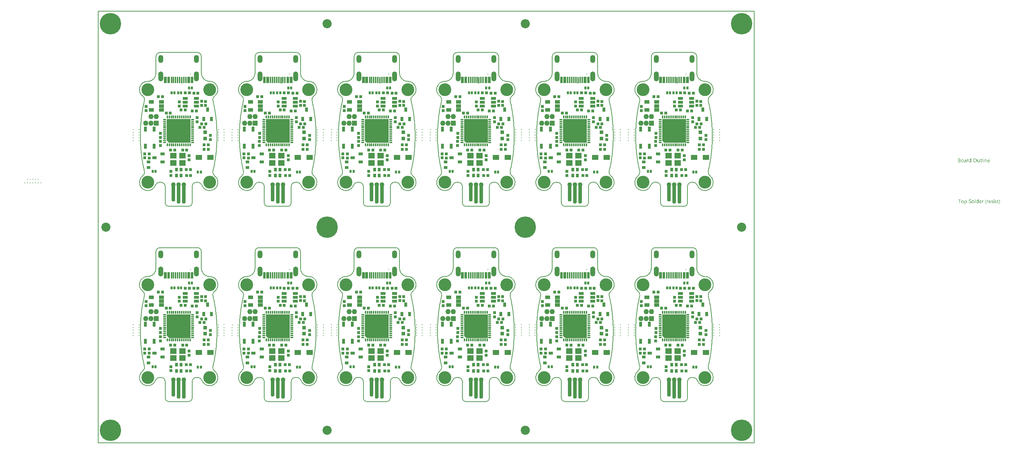
<source format=gts>
G04*
G04 #@! TF.GenerationSoftware,Altium Limited,Altium Designer,21.5.1 (32)*
G04*
G04 Layer_Color=8388736*
%FSAX25Y25*%
%MOIN*%
G70*
G04*
G04 #@! TF.SameCoordinates,5657485A-31CE-4D9D-A90A-781EB6461645*
G04*
G04*
G04 #@! TF.FilePolarity,Negative*
G04*
G01*
G75*
%ADD22R,0.20079X0.20079*%
G04:AMPARAMS|DCode=30|XSize=35.43mil|YSize=169.29mil|CornerRadius=13.82mil|HoleSize=0mil|Usage=FLASHONLY|Rotation=180.000|XOffset=0mil|YOffset=0mil|HoleType=Round|Shape=RoundedRectangle|*
%AMROUNDEDRECTD30*
21,1,0.03543,0.14165,0,0,180.0*
21,1,0.00780,0.16929,0,0,180.0*
1,1,0.02764,-0.00390,0.07083*
1,1,0.02764,0.00390,0.07083*
1,1,0.02764,0.00390,-0.07083*
1,1,0.02764,-0.00390,-0.07083*
%
%ADD30ROUNDEDRECTD30*%
G04:AMPARAMS|DCode=31|XSize=35.43mil|YSize=188.98mil|CornerRadius=13.82mil|HoleSize=0mil|Usage=FLASHONLY|Rotation=180.000|XOffset=0mil|YOffset=0mil|HoleType=Round|Shape=RoundedRectangle|*
%AMROUNDEDRECTD31*
21,1,0.03543,0.16134,0,0,180.0*
21,1,0.00780,0.18898,0,0,180.0*
1,1,0.02764,-0.00390,0.08067*
1,1,0.02764,0.00390,0.08067*
1,1,0.02764,0.00390,-0.08067*
1,1,0.02764,-0.00390,-0.08067*
%
%ADD31ROUNDEDRECTD31*%
%ADD35C,0.00787*%
%ADD43C,0.04370*%
%ADD54C,0.08674*%
%ADD55R,0.01968X0.03150*%
%ADD56R,0.05906X0.04921*%
%ADD57R,0.04528X0.02953*%
%ADD58R,0.02559X0.02756*%
%ADD59R,0.02756X0.02559*%
%ADD60R,0.06102X0.05315*%
%ADD61R,0.02756X0.02559*%
%ADD62R,0.02559X0.02756*%
%ADD63R,0.03740X0.03740*%
%ADD64R,0.01575X0.06102*%
%ADD65R,0.03150X0.04724*%
%ADD66R,0.01575X0.02559*%
%ADD67R,0.02559X0.01575*%
%ADD68R,0.02953X0.03543*%
%ADD69R,0.02953X0.04134*%
%ADD70R,0.04134X0.02953*%
%ADD71R,0.03740X0.02953*%
%ADD72R,0.04528X0.03347*%
%ADD73C,0.00800*%
%ADD74C,0.20485*%
%ADD75C,0.00591*%
G04:AMPARAMS|DCode=76|XSize=5.91mil|YSize=5.91mil|CornerRadius=0mil|HoleSize=0mil|Usage=FLASHONLY|Rotation=180.000|XOffset=0mil|YOffset=0mil|HoleType=Round|Shape=RoundedRectangle|*
%AMROUNDEDRECTD76*
21,1,0.00591,0.00591,0,0,180.0*
21,1,0.00591,0.00591,0,0,180.0*
1,1,0.00000,-0.00295,0.00295*
1,1,0.00000,0.00295,0.00295*
1,1,0.00000,0.00295,-0.00295*
1,1,0.00000,-0.00295,-0.00295*
%
%ADD76ROUNDEDRECTD76*%
G04:AMPARAMS|DCode=77|XSize=49.21mil|YSize=92.52mil|CornerRadius=22.44mil|HoleSize=0mil|Usage=FLASHONLY|Rotation=180.000|XOffset=0mil|YOffset=0mil|HoleType=Round|Shape=RoundedRectangle|*
%AMROUNDEDRECTD77*
21,1,0.04921,0.04764,0,0,180.0*
21,1,0.00433,0.09252,0,0,180.0*
1,1,0.04488,-0.00217,0.02382*
1,1,0.04488,0.00217,0.02382*
1,1,0.04488,0.00217,-0.02382*
1,1,0.04488,-0.00217,-0.02382*
%
%ADD77ROUNDEDRECTD77*%
G04:AMPARAMS|DCode=78|XSize=49.21mil|YSize=72.84mil|CornerRadius=22.44mil|HoleSize=0mil|Usage=FLASHONLY|Rotation=180.000|XOffset=0mil|YOffset=0mil|HoleType=Round|Shape=RoundedRectangle|*
%AMROUNDEDRECTD78*
21,1,0.04921,0.02795,0,0,180.0*
21,1,0.00433,0.07284,0,0,180.0*
1,1,0.04488,-0.00217,0.01398*
1,1,0.04488,0.00217,0.01398*
1,1,0.04488,0.00217,-0.01398*
1,1,0.04488,-0.00217,-0.01398*
%
%ADD78ROUNDEDRECTD78*%
%ADD79C,0.12205*%
%ADD80C,0.04961*%
%ADD81R,0.04961X0.04961*%
G36*
X0540599Y0289467D02*
X0540644Y0289456D01*
X0540687Y0289438D01*
X0540727Y0289414D01*
X0540762Y0289384D01*
X0540792Y0289348D01*
X0540816Y0289309D01*
X0540834Y0289266D01*
X0540845Y0289221D01*
X0540849Y0289174D01*
Y0267127D01*
X0540845Y0267081D01*
X0540834Y0267036D01*
X0540816Y0266993D01*
X0540792Y0266953D01*
X0540762Y0266918D01*
X0540727Y0266887D01*
X0540687Y0266863D01*
X0540644Y0266845D01*
X0540599Y0266834D01*
X0540552Y0266831D01*
X0520474D01*
X0520427Y0266834D01*
X0520382Y0266845D01*
X0520352Y0266858D01*
X0520339Y0266863D01*
X0520299Y0266887D01*
X0520264Y0266918D01*
X0518296Y0268886D01*
X0518265Y0268921D01*
X0518241Y0268961D01*
X0518236Y0268974D01*
X0518223Y0269004D01*
X0518213Y0269049D01*
X0518209Y0269096D01*
Y0289174D01*
X0518213Y0289221D01*
X0518223Y0289266D01*
X0518241Y0289309D01*
X0518265Y0289348D01*
X0518296Y0289384D01*
X0518331Y0289414D01*
X0518371Y0289438D01*
X0518414Y0289456D01*
X0518459Y0289467D01*
X0518505Y0289471D01*
X0540552D01*
X0540599Y0289467D01*
D02*
G37*
G36*
X0446110D02*
X0446156Y0289456D01*
X0446199Y0289438D01*
X0446238Y0289414D01*
X0446273Y0289384D01*
X0446304Y0289348D01*
X0446328Y0289309D01*
X0446346Y0289266D01*
X0446356Y0289221D01*
X0446360Y0289174D01*
Y0267127D01*
X0446356Y0267081D01*
X0446346Y0267036D01*
X0446328Y0266993D01*
X0446304Y0266953D01*
X0446273Y0266918D01*
X0446238Y0266887D01*
X0446199Y0266863D01*
X0446156Y0266845D01*
X0446110Y0266834D01*
X0446064Y0266831D01*
X0425985D01*
X0425939Y0266834D01*
X0425894Y0266845D01*
X0425863Y0266858D01*
X0425851Y0266863D01*
X0425811Y0266887D01*
X0425776Y0266918D01*
X0423807Y0268886D01*
X0423777Y0268921D01*
X0423753Y0268961D01*
X0423748Y0268974D01*
X0423735Y0269004D01*
X0423724Y0269049D01*
X0423721Y0269096D01*
Y0289174D01*
X0423724Y0289221D01*
X0423735Y0289266D01*
X0423753Y0289309D01*
X0423777Y0289348D01*
X0423807Y0289384D01*
X0423843Y0289414D01*
X0423882Y0289438D01*
X0423925Y0289456D01*
X0423970Y0289467D01*
X0424017Y0289471D01*
X0446064D01*
X0446110Y0289467D01*
D02*
G37*
G36*
X0351622D02*
X0351667Y0289456D01*
X0351710Y0289438D01*
X0351750Y0289414D01*
X0351785Y0289384D01*
X0351815Y0289348D01*
X0351839Y0289309D01*
X0351857Y0289266D01*
X0351868Y0289221D01*
X0351872Y0289174D01*
Y0267127D01*
X0351868Y0267081D01*
X0351857Y0267036D01*
X0351839Y0266993D01*
X0351815Y0266953D01*
X0351785Y0266918D01*
X0351750Y0266887D01*
X0351710Y0266863D01*
X0351667Y0266845D01*
X0351622Y0266834D01*
X0351576Y0266831D01*
X0331497D01*
X0331451Y0266834D01*
X0331405Y0266845D01*
X0331375Y0266858D01*
X0331362Y0266863D01*
X0331323Y0266887D01*
X0331287Y0266918D01*
X0329319Y0268886D01*
X0329289Y0268921D01*
X0329264Y0268961D01*
X0329259Y0268974D01*
X0329247Y0269004D01*
X0329236Y0269049D01*
X0329232Y0269096D01*
Y0289174D01*
X0329236Y0289221D01*
X0329247Y0289266D01*
X0329264Y0289309D01*
X0329289Y0289348D01*
X0329319Y0289384D01*
X0329354Y0289414D01*
X0329394Y0289438D01*
X0329437Y0289456D01*
X0329482Y0289467D01*
X0329528Y0289471D01*
X0351576D01*
X0351622Y0289467D01*
D02*
G37*
G36*
X0257134D02*
X0257179Y0289456D01*
X0257222Y0289438D01*
X0257261Y0289414D01*
X0257297Y0289384D01*
X0257327Y0289348D01*
X0257351Y0289309D01*
X0257369Y0289266D01*
X0257380Y0289221D01*
X0257383Y0289174D01*
Y0267127D01*
X0257380Y0267081D01*
X0257369Y0267036D01*
X0257351Y0266993D01*
X0257327Y0266953D01*
X0257297Y0266918D01*
X0257261Y0266887D01*
X0257222Y0266863D01*
X0257179Y0266845D01*
X0257134Y0266834D01*
X0257087Y0266831D01*
X0237009D01*
X0236962Y0266834D01*
X0236917Y0266845D01*
X0236887Y0266858D01*
X0236874Y0266863D01*
X0236834Y0266887D01*
X0236799Y0266918D01*
X0234830Y0268886D01*
X0234800Y0268921D01*
X0234776Y0268961D01*
X0234771Y0268974D01*
X0234758Y0269004D01*
X0234747Y0269049D01*
X0234744Y0269096D01*
Y0289174D01*
X0234747Y0289221D01*
X0234758Y0289266D01*
X0234776Y0289309D01*
X0234800Y0289348D01*
X0234830Y0289384D01*
X0234866Y0289414D01*
X0234906Y0289438D01*
X0234948Y0289456D01*
X0234994Y0289467D01*
X0235040Y0289471D01*
X0257087D01*
X0257134Y0289467D01*
D02*
G37*
G36*
X0162645D02*
X0162690Y0289456D01*
X0162733Y0289438D01*
X0162773Y0289414D01*
X0162808Y0289384D01*
X0162838Y0289348D01*
X0162863Y0289309D01*
X0162881Y0289266D01*
X0162891Y0289221D01*
X0162895Y0289174D01*
Y0267127D01*
X0162891Y0267081D01*
X0162881Y0267036D01*
X0162863Y0266993D01*
X0162838Y0266953D01*
X0162808Y0266918D01*
X0162773Y0266887D01*
X0162733Y0266863D01*
X0162690Y0266845D01*
X0162645Y0266834D01*
X0162599Y0266831D01*
X0142520D01*
X0142474Y0266834D01*
X0142429Y0266845D01*
X0142398Y0266858D01*
X0142386Y0266863D01*
X0142346Y0266887D01*
X0142311Y0266918D01*
X0140342Y0268886D01*
X0140312Y0268921D01*
X0140288Y0268961D01*
X0140282Y0268974D01*
X0140270Y0269004D01*
X0140259Y0269049D01*
X0140255Y0269096D01*
Y0289174D01*
X0140259Y0289221D01*
X0140270Y0289266D01*
X0140288Y0289309D01*
X0140312Y0289348D01*
X0140342Y0289384D01*
X0140377Y0289414D01*
X0140417Y0289438D01*
X0140460Y0289456D01*
X0140505Y0289467D01*
X0140552Y0289471D01*
X0162599D01*
X0162645Y0289467D01*
D02*
G37*
G36*
X0068157D02*
X0068202Y0289456D01*
X0068245Y0289438D01*
X0068284Y0289414D01*
X0068320Y0289384D01*
X0068350Y0289348D01*
X0068374Y0289309D01*
X0068392Y0289266D01*
X0068403Y0289221D01*
X0068407Y0289174D01*
Y0267127D01*
X0068403Y0267081D01*
X0068392Y0267036D01*
X0068374Y0266993D01*
X0068350Y0266953D01*
X0068320Y0266918D01*
X0068284Y0266887D01*
X0068245Y0266863D01*
X0068202Y0266845D01*
X0068157Y0266834D01*
X0068110Y0266831D01*
X0048032D01*
X0047985Y0266834D01*
X0047940Y0266845D01*
X0047910Y0266858D01*
X0047897Y0266863D01*
X0047858Y0266887D01*
X0047822Y0266918D01*
X0045854Y0268886D01*
X0045824Y0268921D01*
X0045799Y0268961D01*
X0045794Y0268974D01*
X0045781Y0269004D01*
X0045771Y0269049D01*
X0045767Y0269096D01*
Y0289174D01*
X0045771Y0289221D01*
X0045781Y0289266D01*
X0045799Y0289309D01*
X0045824Y0289348D01*
X0045854Y0289384D01*
X0045889Y0289414D01*
X0045929Y0289438D01*
X0045972Y0289456D01*
X0046017Y0289467D01*
X0046063Y0289471D01*
X0068110D01*
X0068157Y0289467D01*
D02*
G37*
G36*
X0824898Y0251948D02*
X0824923D01*
X0824979Y0251924D01*
X0825010Y0251905D01*
X0825040Y0251880D01*
X0825047Y0251874D01*
X0825053Y0251868D01*
X0825084Y0251831D01*
X0825109Y0251769D01*
X0825115Y0251732D01*
X0825121Y0251695D01*
Y0251689D01*
Y0251676D01*
X0825115Y0251658D01*
X0825109Y0251633D01*
X0825090Y0251571D01*
X0825065Y0251540D01*
X0825040Y0251509D01*
X0825034D01*
X0825028Y0251497D01*
X0824991Y0251472D01*
X0824935Y0251447D01*
X0824898Y0251441D01*
X0824861Y0251435D01*
X0824842D01*
X0824824Y0251441D01*
X0824799D01*
X0824737Y0251466D01*
X0824706Y0251478D01*
X0824675Y0251503D01*
Y0251509D01*
X0824663Y0251515D01*
X0824650Y0251534D01*
X0824638Y0251552D01*
X0824613Y0251614D01*
X0824607Y0251651D01*
X0824601Y0251695D01*
Y0251701D01*
Y0251713D01*
X0824607Y0251732D01*
X0824613Y0251763D01*
X0824632Y0251818D01*
X0824650Y0251850D01*
X0824675Y0251880D01*
X0824681Y0251887D01*
X0824688Y0251893D01*
X0824725Y0251918D01*
X0824787Y0251942D01*
X0824824Y0251955D01*
X0824879D01*
X0824898Y0251948D01*
D02*
G37*
G36*
X0812908Y0248284D02*
X0812506D01*
Y0248705D01*
X0812493D01*
Y0248699D01*
X0812481Y0248686D01*
X0812462Y0248662D01*
X0812444Y0248631D01*
X0812413Y0248594D01*
X0812376Y0248556D01*
X0812332Y0248513D01*
X0812283Y0248470D01*
X0812227Y0248420D01*
X0812159Y0248377D01*
X0812091Y0248340D01*
X0812010Y0248303D01*
X0811930Y0248272D01*
X0811837Y0248247D01*
X0811738Y0248235D01*
X0811633Y0248228D01*
X0811590D01*
X0811552Y0248235D01*
X0811515Y0248241D01*
X0811466Y0248247D01*
X0811360Y0248272D01*
X0811237Y0248309D01*
X0811113Y0248371D01*
X0811045Y0248408D01*
X0810989Y0248451D01*
X0810927Y0248507D01*
X0810872Y0248563D01*
Y0248569D01*
X0810859Y0248581D01*
X0810847Y0248600D01*
X0810828Y0248624D01*
X0810810Y0248656D01*
X0810785Y0248699D01*
X0810760Y0248748D01*
X0810735Y0248804D01*
X0810704Y0248866D01*
X0810680Y0248934D01*
X0810655Y0249008D01*
X0810636Y0249089D01*
X0810618Y0249175D01*
X0810605Y0249274D01*
X0810599Y0249374D01*
X0810593Y0249479D01*
Y0249485D01*
Y0249503D01*
Y0249541D01*
X0810599Y0249584D01*
X0810605Y0249634D01*
X0810612Y0249695D01*
X0810618Y0249763D01*
X0810630Y0249838D01*
X0810667Y0249999D01*
X0810723Y0250166D01*
X0810760Y0250246D01*
X0810803Y0250327D01*
X0810847Y0250401D01*
X0810903Y0250475D01*
X0810909Y0250482D01*
X0810915Y0250494D01*
X0810933Y0250512D01*
X0810958Y0250537D01*
X0810989Y0250562D01*
X0811032Y0250593D01*
X0811076Y0250630D01*
X0811125Y0250667D01*
X0811249Y0250735D01*
X0811392Y0250797D01*
X0811472Y0250816D01*
X0811559Y0250834D01*
X0811645Y0250847D01*
X0811744Y0250853D01*
X0811794D01*
X0811831Y0250847D01*
X0811868Y0250840D01*
X0811918Y0250834D01*
X0812029Y0250803D01*
X0812153Y0250754D01*
X0812215Y0250723D01*
X0812277Y0250680D01*
X0812339Y0250636D01*
X0812394Y0250581D01*
X0812444Y0250519D01*
X0812493Y0250444D01*
X0812506D01*
Y0252004D01*
X0812908D01*
Y0248284D01*
D02*
G37*
G36*
X0827176Y0250847D02*
X0827250Y0250840D01*
X0827343Y0250822D01*
X0827442Y0250791D01*
X0827547Y0250742D01*
X0827653Y0250673D01*
X0827696Y0250636D01*
X0827739Y0250587D01*
X0827752Y0250574D01*
X0827776Y0250537D01*
X0827807Y0250475D01*
X0827851Y0250389D01*
X0827888Y0250283D01*
X0827925Y0250153D01*
X0827950Y0249999D01*
X0827956Y0249819D01*
Y0248284D01*
X0827554D01*
Y0249714D01*
Y0249720D01*
Y0249751D01*
X0827547Y0249788D01*
Y0249838D01*
X0827535Y0249900D01*
X0827523Y0249968D01*
X0827504Y0250042D01*
X0827479Y0250116D01*
X0827448Y0250191D01*
X0827411Y0250259D01*
X0827362Y0250327D01*
X0827306Y0250389D01*
X0827244Y0250438D01*
X0827164Y0250475D01*
X0827077Y0250506D01*
X0826972Y0250512D01*
X0826959D01*
X0826922Y0250506D01*
X0826867Y0250500D01*
X0826798Y0250482D01*
X0826718Y0250457D01*
X0826631Y0250413D01*
X0826551Y0250358D01*
X0826470Y0250283D01*
X0826464Y0250271D01*
X0826439Y0250246D01*
X0826408Y0250197D01*
X0826371Y0250129D01*
X0826334Y0250048D01*
X0826303Y0249949D01*
X0826278Y0249838D01*
X0826272Y0249714D01*
Y0248284D01*
X0825870D01*
Y0250797D01*
X0826272D01*
Y0250376D01*
X0826285D01*
X0826291Y0250382D01*
X0826297Y0250395D01*
X0826316Y0250420D01*
X0826340Y0250451D01*
X0826365Y0250488D01*
X0826402Y0250525D01*
X0826446Y0250568D01*
X0826495Y0250618D01*
X0826551Y0250661D01*
X0826613Y0250704D01*
X0826681Y0250742D01*
X0826755Y0250779D01*
X0826829Y0250810D01*
X0826916Y0250834D01*
X0827009Y0250847D01*
X0827108Y0250853D01*
X0827145D01*
X0827176Y0250847D01*
D02*
G37*
G36*
X0810178Y0250834D02*
X0810252Y0250828D01*
X0810296Y0250816D01*
X0810327Y0250803D01*
Y0250389D01*
X0810321Y0250395D01*
X0810308Y0250401D01*
X0810283Y0250413D01*
X0810252Y0250432D01*
X0810209Y0250444D01*
X0810153Y0250457D01*
X0810092Y0250463D01*
X0810023Y0250469D01*
X0810011D01*
X0809980Y0250463D01*
X0809931Y0250457D01*
X0809875Y0250438D01*
X0809801Y0250407D01*
X0809733Y0250364D01*
X0809658Y0250302D01*
X0809590Y0250221D01*
X0809584Y0250209D01*
X0809565Y0250178D01*
X0809534Y0250122D01*
X0809503Y0250048D01*
X0809473Y0249955D01*
X0809442Y0249838D01*
X0809423Y0249708D01*
X0809417Y0249559D01*
Y0248284D01*
X0809015D01*
Y0250797D01*
X0809417D01*
Y0250277D01*
X0809429D01*
Y0250283D01*
X0809435Y0250290D01*
X0809448Y0250321D01*
X0809466Y0250370D01*
X0809497Y0250432D01*
X0809528Y0250494D01*
X0809578Y0250562D01*
X0809627Y0250630D01*
X0809689Y0250692D01*
X0809695Y0250698D01*
X0809720Y0250717D01*
X0809757Y0250742D01*
X0809807Y0250766D01*
X0809863Y0250791D01*
X0809931Y0250816D01*
X0810005Y0250834D01*
X0810085Y0250840D01*
X0810141D01*
X0810178Y0250834D01*
D02*
G37*
G36*
X0820918Y0248284D02*
X0820516D01*
Y0248680D01*
X0820503D01*
Y0248674D01*
X0820491Y0248662D01*
X0820478Y0248637D01*
X0820454Y0248612D01*
X0820398Y0248538D01*
X0820311Y0248457D01*
X0820262Y0248414D01*
X0820206Y0248371D01*
X0820144Y0248334D01*
X0820070Y0248296D01*
X0819996Y0248272D01*
X0819915Y0248247D01*
X0819822Y0248235D01*
X0819729Y0248228D01*
X0819692D01*
X0819649Y0248235D01*
X0819587Y0248247D01*
X0819519Y0248259D01*
X0819445Y0248284D01*
X0819364Y0248315D01*
X0819284Y0248364D01*
X0819197Y0248420D01*
X0819117Y0248488D01*
X0819042Y0248575D01*
X0818974Y0248680D01*
X0818912Y0248798D01*
X0818869Y0248940D01*
X0818844Y0249107D01*
X0818832Y0249194D01*
Y0249293D01*
Y0250797D01*
X0819228D01*
Y0249355D01*
Y0249349D01*
Y0249324D01*
X0819234Y0249281D01*
X0819240Y0249231D01*
X0819247Y0249169D01*
X0819259Y0249107D01*
X0819277Y0249033D01*
X0819302Y0248959D01*
X0819339Y0248885D01*
X0819377Y0248816D01*
X0819426Y0248748D01*
X0819488Y0248686D01*
X0819556Y0248637D01*
X0819637Y0248600D01*
X0819736Y0248569D01*
X0819841Y0248563D01*
X0819853D01*
X0819890Y0248569D01*
X0819946Y0248575D01*
X0820008Y0248587D01*
X0820088Y0248618D01*
X0820169Y0248656D01*
X0820249Y0248705D01*
X0820324Y0248779D01*
X0820330Y0248792D01*
X0820355Y0248816D01*
X0820385Y0248866D01*
X0820423Y0248934D01*
X0820454Y0249014D01*
X0820485Y0249113D01*
X0820509Y0249225D01*
X0820516Y0249349D01*
Y0250797D01*
X0820918D01*
Y0248284D01*
D02*
G37*
G36*
X0825053D02*
X0824650D01*
Y0250797D01*
X0825053D01*
Y0248284D01*
D02*
G37*
G36*
X0823833D02*
X0823431D01*
Y0252004D01*
X0823833D01*
Y0248284D01*
D02*
G37*
G36*
X0807455Y0250847D02*
X0807510Y0250840D01*
X0807578Y0250822D01*
X0807653Y0250803D01*
X0807733Y0250772D01*
X0807820Y0250735D01*
X0807900Y0250686D01*
X0807981Y0250624D01*
X0808055Y0250550D01*
X0808123Y0250457D01*
X0808179Y0250352D01*
X0808222Y0250228D01*
X0808247Y0250085D01*
X0808259Y0249918D01*
Y0248284D01*
X0807857D01*
Y0248674D01*
X0807845D01*
Y0248668D01*
X0807832Y0248656D01*
X0807820Y0248631D01*
X0807795Y0248606D01*
X0807733Y0248532D01*
X0807653Y0248451D01*
X0807541Y0248371D01*
X0807411Y0248296D01*
X0807331Y0248272D01*
X0807250Y0248247D01*
X0807164Y0248235D01*
X0807071Y0248228D01*
X0807034D01*
X0807009Y0248235D01*
X0806941Y0248241D01*
X0806860Y0248253D01*
X0806761Y0248278D01*
X0806668Y0248309D01*
X0806569Y0248358D01*
X0806483Y0248420D01*
X0806477Y0248433D01*
X0806452Y0248457D01*
X0806415Y0248501D01*
X0806378Y0248563D01*
X0806340Y0248637D01*
X0806303Y0248724D01*
X0806279Y0248829D01*
X0806272Y0248946D01*
Y0248953D01*
Y0248977D01*
X0806279Y0249014D01*
X0806285Y0249058D01*
X0806297Y0249113D01*
X0806316Y0249175D01*
X0806340Y0249243D01*
X0806378Y0249312D01*
X0806421Y0249386D01*
X0806477Y0249460D01*
X0806545Y0249528D01*
X0806625Y0249590D01*
X0806718Y0249652D01*
X0806829Y0249702D01*
X0806953Y0249739D01*
X0807102Y0249770D01*
X0807857Y0249875D01*
Y0249881D01*
Y0249900D01*
X0807851Y0249937D01*
Y0249974D01*
X0807838Y0250023D01*
X0807832Y0250079D01*
X0807795Y0250197D01*
X0807764Y0250253D01*
X0807733Y0250308D01*
X0807690Y0250364D01*
X0807640Y0250413D01*
X0807578Y0250457D01*
X0807510Y0250488D01*
X0807430Y0250506D01*
X0807337Y0250512D01*
X0807294D01*
X0807263Y0250506D01*
X0807219D01*
X0807176Y0250494D01*
X0807065Y0250475D01*
X0806941Y0250438D01*
X0806805Y0250382D01*
X0806730Y0250345D01*
X0806662Y0250308D01*
X0806588Y0250259D01*
X0806520Y0250203D01*
Y0250618D01*
X0806526D01*
X0806538Y0250630D01*
X0806557Y0250642D01*
X0806588Y0250655D01*
X0806619Y0250673D01*
X0806662Y0250692D01*
X0806712Y0250711D01*
X0806767Y0250735D01*
X0806891Y0250779D01*
X0807040Y0250816D01*
X0807201Y0250840D01*
X0807374Y0250853D01*
X0807411D01*
X0807455Y0250847D01*
D02*
G37*
G36*
X0801766Y0251794D02*
X0801809D01*
X0801853Y0251788D01*
X0801952Y0251775D01*
X0802069Y0251744D01*
X0802193Y0251707D01*
X0802311Y0251651D01*
X0802416Y0251577D01*
X0802422D01*
X0802428Y0251565D01*
X0802459Y0251540D01*
X0802503Y0251490D01*
X0802552Y0251422D01*
X0802596Y0251336D01*
X0802639Y0251237D01*
X0802670Y0251125D01*
X0802682Y0251063D01*
Y0250995D01*
Y0250989D01*
Y0250983D01*
Y0250946D01*
X0802676Y0250890D01*
X0802664Y0250822D01*
X0802645Y0250735D01*
X0802614Y0250649D01*
X0802577Y0250562D01*
X0802521Y0250475D01*
X0802515Y0250463D01*
X0802490Y0250438D01*
X0802453Y0250401D01*
X0802404Y0250352D01*
X0802342Y0250302D01*
X0802267Y0250246D01*
X0802175Y0250203D01*
X0802075Y0250160D01*
Y0250153D01*
X0802094D01*
X0802113Y0250147D01*
X0802131Y0250141D01*
X0802199Y0250129D01*
X0802280Y0250104D01*
X0802366Y0250067D01*
X0802459Y0250023D01*
X0802552Y0249961D01*
X0802639Y0249881D01*
X0802651Y0249869D01*
X0802676Y0249838D01*
X0802707Y0249794D01*
X0802750Y0249726D01*
X0802787Y0249640D01*
X0802824Y0249541D01*
X0802849Y0249423D01*
X0802855Y0249293D01*
Y0249287D01*
Y0249274D01*
Y0249250D01*
X0802849Y0249219D01*
X0802843Y0249182D01*
X0802837Y0249138D01*
X0802812Y0249033D01*
X0802775Y0248915D01*
X0802719Y0248792D01*
X0802682Y0248736D01*
X0802639Y0248674D01*
X0802583Y0248618D01*
X0802527Y0248563D01*
X0802521D01*
X0802515Y0248550D01*
X0802496Y0248538D01*
X0802472Y0248519D01*
X0802441Y0248501D01*
X0802397Y0248476D01*
X0802305Y0248426D01*
X0802187Y0248371D01*
X0802051Y0248327D01*
X0801890Y0248296D01*
X0801809Y0248290D01*
X0801717Y0248284D01*
X0800689D01*
Y0251800D01*
X0801735D01*
X0801766Y0251794D01*
D02*
G37*
G36*
X0822261Y0250797D02*
X0822899D01*
Y0250451D01*
X0822261D01*
Y0249033D01*
Y0249021D01*
Y0248990D01*
X0822267Y0248946D01*
X0822274Y0248891D01*
X0822298Y0248773D01*
X0822317Y0248717D01*
X0822348Y0248674D01*
X0822354Y0248668D01*
X0822366Y0248656D01*
X0822385Y0248643D01*
X0822416Y0248624D01*
X0822453Y0248600D01*
X0822503Y0248587D01*
X0822564Y0248575D01*
X0822633Y0248569D01*
X0822657D01*
X0822688Y0248575D01*
X0822725Y0248581D01*
X0822812Y0248606D01*
X0822855Y0248624D01*
X0822899Y0248649D01*
Y0248303D01*
X0822892D01*
X0822874Y0248290D01*
X0822843Y0248284D01*
X0822800Y0248272D01*
X0822744Y0248259D01*
X0822682Y0248247D01*
X0822608Y0248241D01*
X0822521Y0248235D01*
X0822490D01*
X0822459Y0248241D01*
X0822416Y0248247D01*
X0822366Y0248259D01*
X0822311Y0248272D01*
X0822255Y0248296D01*
X0822193Y0248327D01*
X0822131Y0248364D01*
X0822069Y0248414D01*
X0822013Y0248470D01*
X0821964Y0248544D01*
X0821921Y0248624D01*
X0821890Y0248724D01*
X0821865Y0248835D01*
X0821859Y0248965D01*
Y0250451D01*
X0821432D01*
Y0250797D01*
X0821859D01*
Y0251410D01*
X0822261Y0251540D01*
Y0250797D01*
D02*
G37*
G36*
X0829788Y0250847D02*
X0829832Y0250840D01*
X0829875Y0250834D01*
X0829986Y0250816D01*
X0830110Y0250772D01*
X0830234Y0250717D01*
X0830296Y0250680D01*
X0830358Y0250636D01*
X0830413Y0250587D01*
X0830469Y0250531D01*
X0830475Y0250525D01*
X0830481Y0250519D01*
X0830494Y0250500D01*
X0830512Y0250475D01*
X0830531Y0250438D01*
X0830556Y0250401D01*
X0830581Y0250358D01*
X0830605Y0250302D01*
X0830630Y0250240D01*
X0830655Y0250178D01*
X0830680Y0250104D01*
X0830698Y0250023D01*
X0830717Y0249937D01*
X0830729Y0249850D01*
X0830741Y0249751D01*
Y0249646D01*
Y0249435D01*
X0828965D01*
Y0249429D01*
Y0249417D01*
Y0249398D01*
X0828971Y0249367D01*
X0828977Y0249330D01*
Y0249293D01*
X0828996Y0249194D01*
X0829027Y0249095D01*
X0829064Y0248984D01*
X0829120Y0248878D01*
X0829188Y0248785D01*
X0829200Y0248773D01*
X0829225Y0248748D01*
X0829274Y0248717D01*
X0829342Y0248674D01*
X0829429Y0248631D01*
X0829528Y0248600D01*
X0829646Y0248575D01*
X0829782Y0248563D01*
X0829825D01*
X0829856Y0248569D01*
X0829893D01*
X0829937Y0248575D01*
X0830042Y0248600D01*
X0830159Y0248631D01*
X0830289Y0248680D01*
X0830426Y0248748D01*
X0830494Y0248792D01*
X0830562Y0248841D01*
Y0248464D01*
X0830556D01*
X0830550Y0248451D01*
X0830531Y0248445D01*
X0830500Y0248426D01*
X0830469Y0248408D01*
X0830432Y0248389D01*
X0830382Y0248371D01*
X0830333Y0248346D01*
X0830271Y0248321D01*
X0830203Y0248303D01*
X0830054Y0248266D01*
X0829881Y0248241D01*
X0829689Y0248228D01*
X0829640D01*
X0829602Y0248235D01*
X0829559Y0248241D01*
X0829503Y0248247D01*
X0829386Y0248272D01*
X0829250Y0248309D01*
X0829113Y0248371D01*
X0829045Y0248414D01*
X0828977Y0248457D01*
X0828915Y0248507D01*
X0828854Y0248569D01*
X0828847Y0248575D01*
X0828841Y0248587D01*
X0828829Y0248606D01*
X0828804Y0248631D01*
X0828785Y0248668D01*
X0828761Y0248711D01*
X0828730Y0248761D01*
X0828705Y0248816D01*
X0828674Y0248878D01*
X0828649Y0248953D01*
X0828618Y0249033D01*
X0828600Y0249120D01*
X0828581Y0249213D01*
X0828563Y0249312D01*
X0828556Y0249417D01*
X0828550Y0249528D01*
Y0249534D01*
Y0249553D01*
Y0249584D01*
X0828556Y0249627D01*
X0828563Y0249677D01*
X0828569Y0249732D01*
X0828575Y0249801D01*
X0828594Y0249869D01*
X0828631Y0250017D01*
X0828686Y0250178D01*
X0828724Y0250259D01*
X0828773Y0250333D01*
X0828823Y0250413D01*
X0828878Y0250482D01*
X0828884Y0250488D01*
X0828897Y0250500D01*
X0828915Y0250519D01*
X0828940Y0250537D01*
X0828971Y0250568D01*
X0829008Y0250599D01*
X0829058Y0250630D01*
X0829107Y0250667D01*
X0829225Y0250735D01*
X0829367Y0250797D01*
X0829448Y0250816D01*
X0829528Y0250834D01*
X0829615Y0250847D01*
X0829708Y0250853D01*
X0829757D01*
X0829788Y0250847D01*
D02*
G37*
G36*
X0816746Y0251856D02*
X0816808Y0251850D01*
X0816882Y0251837D01*
X0816963Y0251818D01*
X0817049Y0251800D01*
X0817136Y0251775D01*
X0817235Y0251744D01*
X0817328Y0251701D01*
X0817427Y0251651D01*
X0817526Y0251596D01*
X0817619Y0251528D01*
X0817712Y0251453D01*
X0817798Y0251367D01*
X0817804Y0251361D01*
X0817817Y0251342D01*
X0817841Y0251317D01*
X0817866Y0251280D01*
X0817903Y0251231D01*
X0817941Y0251169D01*
X0817978Y0251100D01*
X0818021Y0251026D01*
X0818064Y0250933D01*
X0818101Y0250840D01*
X0818139Y0250735D01*
X0818176Y0250618D01*
X0818200Y0250500D01*
X0818225Y0250370D01*
X0818238Y0250228D01*
X0818244Y0250085D01*
Y0250073D01*
Y0250048D01*
Y0250005D01*
X0818238Y0249943D01*
X0818231Y0249869D01*
X0818219Y0249788D01*
X0818207Y0249695D01*
X0818188Y0249590D01*
X0818163Y0249485D01*
X0818132Y0249374D01*
X0818095Y0249262D01*
X0818052Y0249151D01*
X0817996Y0249033D01*
X0817934Y0248928D01*
X0817866Y0248823D01*
X0817786Y0248724D01*
X0817780Y0248717D01*
X0817767Y0248705D01*
X0817736Y0248680D01*
X0817705Y0248649D01*
X0817656Y0248606D01*
X0817600Y0248569D01*
X0817538Y0248519D01*
X0817464Y0248476D01*
X0817383Y0248433D01*
X0817290Y0248383D01*
X0817192Y0248346D01*
X0817080Y0248309D01*
X0816963Y0248272D01*
X0816839Y0248247D01*
X0816709Y0248235D01*
X0816566Y0248228D01*
X0816535D01*
X0816492Y0248235D01*
X0816442D01*
X0816381Y0248241D01*
X0816306Y0248253D01*
X0816226Y0248272D01*
X0816133Y0248290D01*
X0816040Y0248315D01*
X0815941Y0248346D01*
X0815842Y0248389D01*
X0815743Y0248433D01*
X0815644Y0248488D01*
X0815545Y0248556D01*
X0815452Y0248631D01*
X0815365Y0248717D01*
X0815359Y0248724D01*
X0815347Y0248742D01*
X0815322Y0248767D01*
X0815297Y0248804D01*
X0815260Y0248853D01*
X0815223Y0248915D01*
X0815186Y0248984D01*
X0815143Y0249064D01*
X0815099Y0249151D01*
X0815062Y0249243D01*
X0815025Y0249349D01*
X0814988Y0249466D01*
X0814963Y0249584D01*
X0814938Y0249714D01*
X0814926Y0249856D01*
X0814920Y0249999D01*
Y0250011D01*
Y0250036D01*
X0814926Y0250079D01*
Y0250141D01*
X0814932Y0250209D01*
X0814944Y0250296D01*
X0814957Y0250389D01*
X0814975Y0250488D01*
X0815000Y0250593D01*
X0815031Y0250704D01*
X0815068Y0250816D01*
X0815112Y0250927D01*
X0815167Y0251039D01*
X0815229Y0251150D01*
X0815297Y0251255D01*
X0815378Y0251354D01*
X0815384Y0251361D01*
X0815396Y0251379D01*
X0815427Y0251404D01*
X0815464Y0251435D01*
X0815508Y0251472D01*
X0815563Y0251515D01*
X0815632Y0251559D01*
X0815706Y0251608D01*
X0815793Y0251658D01*
X0815885Y0251701D01*
X0815985Y0251744D01*
X0816096Y0251781D01*
X0816220Y0251812D01*
X0816350Y0251843D01*
X0816486Y0251856D01*
X0816628Y0251862D01*
X0816696D01*
X0816746Y0251856D01*
D02*
G37*
G36*
X0804719Y0250847D02*
X0804762Y0250840D01*
X0804818Y0250834D01*
X0804941Y0250810D01*
X0805084Y0250766D01*
X0805226Y0250704D01*
X0805301Y0250667D01*
X0805369Y0250624D01*
X0805437Y0250568D01*
X0805499Y0250506D01*
X0805505Y0250500D01*
X0805511Y0250488D01*
X0805529Y0250469D01*
X0805548Y0250444D01*
X0805573Y0250407D01*
X0805598Y0250364D01*
X0805629Y0250314D01*
X0805659Y0250259D01*
X0805684Y0250191D01*
X0805715Y0250122D01*
X0805740Y0250042D01*
X0805765Y0249955D01*
X0805783Y0249863D01*
X0805802Y0249763D01*
X0805808Y0249658D01*
X0805814Y0249547D01*
Y0249541D01*
Y0249522D01*
Y0249491D01*
X0805808Y0249448D01*
X0805802Y0249398D01*
X0805796Y0249336D01*
X0805783Y0249274D01*
X0805771Y0249200D01*
X0805734Y0249052D01*
X0805672Y0248891D01*
X0805635Y0248810D01*
X0805585Y0248730D01*
X0805536Y0248656D01*
X0805474Y0248587D01*
X0805468Y0248581D01*
X0805455Y0248575D01*
X0805437Y0248556D01*
X0805412Y0248532D01*
X0805375Y0248507D01*
X0805338Y0248476D01*
X0805288Y0248439D01*
X0805232Y0248408D01*
X0805171Y0248377D01*
X0805102Y0248340D01*
X0805028Y0248309D01*
X0804948Y0248284D01*
X0804861Y0248259D01*
X0804768Y0248247D01*
X0804669Y0248235D01*
X0804564Y0248228D01*
X0804508D01*
X0804471Y0248235D01*
X0804428Y0248241D01*
X0804372Y0248247D01*
X0804310Y0248259D01*
X0804242Y0248272D01*
X0804100Y0248315D01*
X0803951Y0248377D01*
X0803877Y0248414D01*
X0803809Y0248464D01*
X0803741Y0248513D01*
X0803673Y0248575D01*
X0803666Y0248581D01*
X0803660Y0248594D01*
X0803642Y0248612D01*
X0803623Y0248637D01*
X0803598Y0248674D01*
X0803567Y0248717D01*
X0803536Y0248767D01*
X0803512Y0248823D01*
X0803481Y0248891D01*
X0803450Y0248959D01*
X0803419Y0249033D01*
X0803394Y0249120D01*
X0803357Y0249305D01*
X0803351Y0249404D01*
X0803345Y0249510D01*
Y0249516D01*
Y0249541D01*
Y0249572D01*
X0803351Y0249615D01*
X0803357Y0249664D01*
X0803363Y0249726D01*
X0803375Y0249794D01*
X0803388Y0249869D01*
X0803425Y0250030D01*
X0803487Y0250191D01*
X0803530Y0250271D01*
X0803574Y0250352D01*
X0803623Y0250426D01*
X0803685Y0250494D01*
X0803691Y0250500D01*
X0803703Y0250512D01*
X0803722Y0250525D01*
X0803747Y0250550D01*
X0803784Y0250574D01*
X0803827Y0250605D01*
X0803877Y0250642D01*
X0803932Y0250673D01*
X0803994Y0250704D01*
X0804069Y0250742D01*
X0804143Y0250772D01*
X0804230Y0250797D01*
X0804316Y0250822D01*
X0804415Y0250840D01*
X0804521Y0250847D01*
X0804626Y0250853D01*
X0804681D01*
X0804719Y0250847D01*
D02*
G37*
G36*
X0834715Y0212887D02*
X0834740D01*
X0834796Y0212862D01*
X0834827Y0212843D01*
X0834858Y0212819D01*
X0834864Y0212812D01*
X0834870Y0212806D01*
X0834901Y0212769D01*
X0834926Y0212707D01*
X0834932Y0212670D01*
X0834938Y0212633D01*
Y0212627D01*
Y0212614D01*
X0834932Y0212596D01*
X0834926Y0212571D01*
X0834907Y0212509D01*
X0834883Y0212478D01*
X0834858Y0212447D01*
X0834852D01*
X0834845Y0212435D01*
X0834808Y0212410D01*
X0834752Y0212385D01*
X0834715Y0212379D01*
X0834678Y0212373D01*
X0834660D01*
X0834641Y0212379D01*
X0834616D01*
X0834554Y0212404D01*
X0834523Y0212416D01*
X0834492Y0212441D01*
Y0212447D01*
X0834480Y0212453D01*
X0834468Y0212472D01*
X0834455Y0212491D01*
X0834431Y0212552D01*
X0834424Y0212590D01*
X0834418Y0212633D01*
Y0212639D01*
Y0212651D01*
X0834424Y0212670D01*
X0834431Y0212701D01*
X0834449Y0212757D01*
X0834468Y0212788D01*
X0834492Y0212819D01*
X0834499Y0212825D01*
X0834505Y0212831D01*
X0834542Y0212856D01*
X0834604Y0212880D01*
X0834641Y0212893D01*
X0834697D01*
X0834715Y0212887D01*
D02*
G37*
G36*
X0812147Y0212794D02*
X0812196D01*
X0812308Y0212781D01*
X0812431Y0212769D01*
X0812555Y0212744D01*
X0812673Y0212713D01*
X0812722Y0212695D01*
X0812772Y0212670D01*
Y0212206D01*
X0812766D01*
X0812759Y0212218D01*
X0812741Y0212224D01*
X0812716Y0212243D01*
X0812685Y0212255D01*
X0812648Y0212274D01*
X0812555Y0212317D01*
X0812444Y0212354D01*
X0812308Y0212391D01*
X0812147Y0212416D01*
X0811973Y0212422D01*
X0811924D01*
X0811887Y0212416D01*
X0811849D01*
X0811800Y0212410D01*
X0811701Y0212391D01*
X0811695D01*
X0811676Y0212385D01*
X0811652Y0212379D01*
X0811621Y0212373D01*
X0811546Y0212342D01*
X0811460Y0212305D01*
X0811453D01*
X0811441Y0212292D01*
X0811422Y0212280D01*
X0811398Y0212262D01*
X0811342Y0212206D01*
X0811286Y0212138D01*
Y0212132D01*
X0811274Y0212119D01*
X0811268Y0212101D01*
X0811255Y0212070D01*
X0811243Y0212033D01*
X0811237Y0211995D01*
X0811224Y0211896D01*
Y0211890D01*
Y0211872D01*
Y0211847D01*
X0811230Y0211816D01*
X0811243Y0211741D01*
X0811274Y0211661D01*
Y0211655D01*
X0811286Y0211643D01*
X0811292Y0211624D01*
X0811311Y0211599D01*
X0811360Y0211543D01*
X0811422Y0211482D01*
X0811429Y0211475D01*
X0811441Y0211469D01*
X0811460Y0211451D01*
X0811491Y0211432D01*
X0811528Y0211407D01*
X0811565Y0211383D01*
X0811664Y0211321D01*
X0811670Y0211314D01*
X0811689Y0211308D01*
X0811720Y0211290D01*
X0811757Y0211271D01*
X0811806Y0211246D01*
X0811862Y0211222D01*
X0811986Y0211160D01*
X0811992Y0211154D01*
X0812017Y0211141D01*
X0812054Y0211122D01*
X0812103Y0211098D01*
X0812159Y0211073D01*
X0812221Y0211036D01*
X0812345Y0210962D01*
X0812351Y0210955D01*
X0812376Y0210943D01*
X0812407Y0210924D01*
X0812450Y0210894D01*
X0812543Y0210819D01*
X0812642Y0210733D01*
X0812648Y0210726D01*
X0812667Y0210714D01*
X0812685Y0210683D01*
X0812716Y0210652D01*
X0812747Y0210609D01*
X0812784Y0210565D01*
X0812846Y0210454D01*
X0812852Y0210448D01*
X0812858Y0210429D01*
X0812871Y0210398D01*
X0812883Y0210355D01*
X0812896Y0210306D01*
X0812908Y0210244D01*
X0812920Y0210182D01*
Y0210107D01*
Y0210095D01*
Y0210064D01*
X0812914Y0210015D01*
X0812908Y0209953D01*
X0812896Y0209885D01*
X0812877Y0209810D01*
X0812852Y0209736D01*
X0812815Y0209668D01*
X0812809Y0209662D01*
X0812797Y0209637D01*
X0812772Y0209606D01*
X0812747Y0209563D01*
X0812704Y0209519D01*
X0812660Y0209470D01*
X0812605Y0209420D01*
X0812543Y0209371D01*
X0812537Y0209365D01*
X0812512Y0209352D01*
X0812475Y0209334D01*
X0812425Y0209309D01*
X0812370Y0209284D01*
X0812301Y0209259D01*
X0812221Y0209235D01*
X0812140Y0209216D01*
X0812128D01*
X0812103Y0209210D01*
X0812060Y0209204D01*
X0811998Y0209191D01*
X0811930Y0209185D01*
X0811849Y0209173D01*
X0811763Y0209167D01*
X0811614D01*
X0811546Y0209173D01*
X0811460Y0209179D01*
X0811441D01*
X0811416Y0209185D01*
X0811385Y0209191D01*
X0811305Y0209197D01*
X0811212Y0209216D01*
X0811206D01*
X0811187Y0209222D01*
X0811162Y0209228D01*
X0811131Y0209235D01*
X0811057Y0209253D01*
X0810971Y0209278D01*
X0810964D01*
X0810952Y0209284D01*
X0810933Y0209290D01*
X0810909Y0209303D01*
X0810847Y0209327D01*
X0810785Y0209365D01*
Y0209847D01*
X0810791Y0209841D01*
X0810803Y0209835D01*
X0810816Y0209823D01*
X0810841Y0209804D01*
X0810909Y0209761D01*
X0810989Y0209711D01*
X0810995D01*
X0811008Y0209705D01*
X0811032Y0209693D01*
X0811063Y0209680D01*
X0811144Y0209643D01*
X0811230Y0209612D01*
X0811237D01*
X0811255Y0209606D01*
X0811280Y0209600D01*
X0811311Y0209594D01*
X0811398Y0209569D01*
X0811491Y0209550D01*
X0811515D01*
X0811540Y0209544D01*
X0811571D01*
X0811645Y0209538D01*
X0811732Y0209532D01*
X0811794D01*
X0811862Y0209538D01*
X0811949Y0209550D01*
X0812041Y0209563D01*
X0812134Y0209587D01*
X0812221Y0209625D01*
X0812301Y0209668D01*
X0812308Y0209674D01*
X0812332Y0209693D01*
X0812363Y0209730D01*
X0812394Y0209773D01*
X0812431Y0209829D01*
X0812456Y0209903D01*
X0812481Y0209984D01*
X0812487Y0210076D01*
Y0210083D01*
Y0210101D01*
Y0210126D01*
X0812481Y0210163D01*
X0812462Y0210244D01*
X0812425Y0210324D01*
Y0210330D01*
X0812413Y0210343D01*
X0812400Y0210361D01*
X0812382Y0210386D01*
X0812326Y0210448D01*
X0812252Y0210516D01*
X0812246Y0210522D01*
X0812233Y0210535D01*
X0812209Y0210547D01*
X0812178Y0210572D01*
X0812140Y0210596D01*
X0812097Y0210627D01*
X0811992Y0210683D01*
X0811986Y0210689D01*
X0811967Y0210695D01*
X0811936Y0210714D01*
X0811893Y0210733D01*
X0811849Y0210764D01*
X0811794Y0210788D01*
X0811664Y0210856D01*
X0811658Y0210863D01*
X0811633Y0210875D01*
X0811596Y0210894D01*
X0811552Y0210912D01*
X0811503Y0210943D01*
X0811447Y0210974D01*
X0811323Y0211042D01*
X0811317Y0211048D01*
X0811299Y0211061D01*
X0811268Y0211079D01*
X0811230Y0211104D01*
X0811138Y0211172D01*
X0811045Y0211252D01*
X0811039Y0211259D01*
X0811026Y0211271D01*
X0811001Y0211296D01*
X0810977Y0211327D01*
X0810946Y0211370D01*
X0810915Y0211414D01*
X0810859Y0211512D01*
Y0211519D01*
X0810847Y0211537D01*
X0810841Y0211568D01*
X0810828Y0211612D01*
X0810816Y0211661D01*
X0810803Y0211723D01*
X0810797Y0211785D01*
X0810791Y0211859D01*
Y0211872D01*
Y0211902D01*
X0810797Y0211946D01*
X0810803Y0212001D01*
X0810816Y0212070D01*
X0810834Y0212138D01*
X0810859Y0212206D01*
X0810896Y0212274D01*
X0810903Y0212280D01*
X0810915Y0212305D01*
X0810940Y0212336D01*
X0810971Y0212379D01*
X0811008Y0212422D01*
X0811057Y0212472D01*
X0811113Y0212522D01*
X0811175Y0212565D01*
X0811181Y0212571D01*
X0811206Y0212583D01*
X0811243Y0212608D01*
X0811286Y0212633D01*
X0811348Y0212658D01*
X0811410Y0212689D01*
X0811484Y0212713D01*
X0811565Y0212738D01*
X0811577D01*
X0811602Y0212751D01*
X0811645Y0212757D01*
X0811707Y0212769D01*
X0811775Y0212781D01*
X0811849Y0212788D01*
X0812017Y0212800D01*
X0812103D01*
X0812147Y0212794D01*
D02*
G37*
G36*
X0819878Y0209222D02*
X0819476D01*
Y0209643D01*
X0819463D01*
Y0209637D01*
X0819451Y0209625D01*
X0819432Y0209600D01*
X0819414Y0209569D01*
X0819383Y0209532D01*
X0819346Y0209495D01*
X0819302Y0209451D01*
X0819253Y0209408D01*
X0819197Y0209358D01*
X0819129Y0209315D01*
X0819061Y0209278D01*
X0818980Y0209241D01*
X0818900Y0209210D01*
X0818807Y0209185D01*
X0818708Y0209173D01*
X0818603Y0209167D01*
X0818559D01*
X0818522Y0209173D01*
X0818485Y0209179D01*
X0818436Y0209185D01*
X0818330Y0209210D01*
X0818207Y0209247D01*
X0818083Y0209309D01*
X0818015Y0209346D01*
X0817959Y0209389D01*
X0817897Y0209445D01*
X0817841Y0209501D01*
Y0209507D01*
X0817829Y0209519D01*
X0817817Y0209538D01*
X0817798Y0209563D01*
X0817780Y0209594D01*
X0817755Y0209637D01*
X0817730Y0209686D01*
X0817705Y0209742D01*
X0817674Y0209804D01*
X0817650Y0209872D01*
X0817625Y0209946D01*
X0817606Y0210027D01*
X0817588Y0210114D01*
X0817575Y0210213D01*
X0817569Y0210312D01*
X0817563Y0210417D01*
Y0210423D01*
Y0210442D01*
Y0210479D01*
X0817569Y0210522D01*
X0817575Y0210572D01*
X0817581Y0210633D01*
X0817588Y0210702D01*
X0817600Y0210776D01*
X0817637Y0210937D01*
X0817693Y0211104D01*
X0817730Y0211184D01*
X0817773Y0211265D01*
X0817817Y0211339D01*
X0817872Y0211414D01*
X0817879Y0211420D01*
X0817885Y0211432D01*
X0817903Y0211451D01*
X0817928Y0211475D01*
X0817959Y0211500D01*
X0818002Y0211531D01*
X0818046Y0211568D01*
X0818095Y0211605D01*
X0818219Y0211673D01*
X0818361Y0211735D01*
X0818442Y0211754D01*
X0818528Y0211772D01*
X0818615Y0211785D01*
X0818714Y0211791D01*
X0818764D01*
X0818801Y0211785D01*
X0818838Y0211779D01*
X0818888Y0211772D01*
X0818999Y0211741D01*
X0819123Y0211692D01*
X0819185Y0211661D01*
X0819247Y0211618D01*
X0819308Y0211574D01*
X0819364Y0211519D01*
X0819414Y0211457D01*
X0819463Y0211383D01*
X0819476D01*
Y0212942D01*
X0819878D01*
Y0209222D01*
D02*
G37*
G36*
X0807931Y0211785D02*
X0807975Y0211779D01*
X0808018Y0211772D01*
X0808129Y0211748D01*
X0808253Y0211711D01*
X0808377Y0211649D01*
X0808439Y0211612D01*
X0808501Y0211562D01*
X0808556Y0211512D01*
X0808612Y0211451D01*
X0808618Y0211444D01*
X0808624Y0211438D01*
X0808637Y0211414D01*
X0808655Y0211389D01*
X0808674Y0211358D01*
X0808699Y0211314D01*
X0808724Y0211265D01*
X0808748Y0211215D01*
X0808773Y0211154D01*
X0808798Y0211085D01*
X0808823Y0211011D01*
X0808841Y0210931D01*
X0808872Y0210751D01*
X0808885Y0210652D01*
Y0210547D01*
Y0210541D01*
Y0210522D01*
Y0210485D01*
X0808878Y0210442D01*
Y0210392D01*
X0808866Y0210330D01*
X0808860Y0210262D01*
X0808847Y0210188D01*
X0808810Y0210027D01*
X0808755Y0209860D01*
X0808717Y0209779D01*
X0808680Y0209699D01*
X0808631Y0209618D01*
X0808575Y0209544D01*
X0808569Y0209538D01*
X0808563Y0209525D01*
X0808544Y0209507D01*
X0808519Y0209488D01*
X0808488Y0209457D01*
X0808451Y0209426D01*
X0808408Y0209389D01*
X0808358Y0209358D01*
X0808303Y0209321D01*
X0808241Y0209284D01*
X0808092Y0209228D01*
X0808012Y0209204D01*
X0807931Y0209185D01*
X0807838Y0209173D01*
X0807739Y0209167D01*
X0807690D01*
X0807659Y0209173D01*
X0807616Y0209179D01*
X0807572Y0209191D01*
X0807461Y0209216D01*
X0807343Y0209265D01*
X0807275Y0209303D01*
X0807213Y0209340D01*
X0807151Y0209389D01*
X0807096Y0209445D01*
X0807034Y0209507D01*
X0806984Y0209581D01*
X0806972D01*
Y0208071D01*
X0806569D01*
Y0211735D01*
X0806972D01*
Y0211290D01*
X0806984D01*
X0806990Y0211296D01*
X0806997Y0211314D01*
X0807015Y0211339D01*
X0807040Y0211370D01*
X0807071Y0211407D01*
X0807108Y0211451D01*
X0807151Y0211494D01*
X0807207Y0211543D01*
X0807263Y0211587D01*
X0807325Y0211630D01*
X0807399Y0211673D01*
X0807473Y0211711D01*
X0807560Y0211748D01*
X0807653Y0211772D01*
X0807746Y0211785D01*
X0807851Y0211791D01*
X0807900D01*
X0807931Y0211785D01*
D02*
G37*
G36*
X0836622D02*
X0836702Y0211779D01*
X0836789Y0211766D01*
X0836888Y0211741D01*
X0836987Y0211717D01*
X0837086Y0211680D01*
Y0211271D01*
X0837074Y0211277D01*
X0837037Y0211302D01*
X0836981Y0211327D01*
X0836907Y0211364D01*
X0836814Y0211395D01*
X0836702Y0211426D01*
X0836579Y0211444D01*
X0836449Y0211451D01*
X0836380D01*
X0836319Y0211438D01*
X0836244Y0211426D01*
X0836238D01*
X0836232Y0211420D01*
X0836195Y0211407D01*
X0836145Y0211383D01*
X0836090Y0211352D01*
X0836077Y0211345D01*
X0836052Y0211321D01*
X0836022Y0211283D01*
X0835991Y0211240D01*
X0835984Y0211228D01*
X0835972Y0211197D01*
X0835960Y0211154D01*
X0835953Y0211098D01*
Y0211092D01*
Y0211079D01*
Y0211061D01*
X0835960Y0211042D01*
X0835972Y0210986D01*
X0835991Y0210931D01*
X0835997Y0210918D01*
X0836015Y0210894D01*
X0836052Y0210856D01*
X0836096Y0210813D01*
X0836102D01*
X0836108Y0210807D01*
X0836145Y0210782D01*
X0836195Y0210751D01*
X0836263Y0210720D01*
X0836269D01*
X0836281Y0210714D01*
X0836300Y0210708D01*
X0836331Y0210695D01*
X0836399Y0210671D01*
X0836486Y0210633D01*
X0836492D01*
X0836517Y0210621D01*
X0836548Y0210609D01*
X0836585Y0210596D01*
X0836684Y0210553D01*
X0836783Y0210504D01*
X0836789D01*
X0836808Y0210491D01*
X0836832Y0210479D01*
X0836863Y0210460D01*
X0836938Y0210411D01*
X0837012Y0210349D01*
X0837018Y0210343D01*
X0837031Y0210336D01*
X0837043Y0210318D01*
X0837068Y0210293D01*
X0837111Y0210231D01*
X0837154Y0210151D01*
Y0210144D01*
X0837160Y0210132D01*
X0837173Y0210107D01*
X0837179Y0210076D01*
X0837191Y0210039D01*
X0837198Y0209996D01*
X0837204Y0209891D01*
Y0209885D01*
Y0209860D01*
X0837198Y0209823D01*
X0837191Y0209779D01*
X0837185Y0209730D01*
X0837167Y0209674D01*
X0837148Y0209625D01*
X0837117Y0209569D01*
X0837111Y0209563D01*
X0837105Y0209544D01*
X0837086Y0209519D01*
X0837061Y0209488D01*
X0837031Y0209451D01*
X0836993Y0209414D01*
X0836901Y0209340D01*
X0836894Y0209334D01*
X0836876Y0209327D01*
X0836851Y0209309D01*
X0836808Y0209290D01*
X0836764Y0209265D01*
X0836709Y0209247D01*
X0836653Y0209228D01*
X0836585Y0209210D01*
X0836579D01*
X0836554Y0209204D01*
X0836517Y0209197D01*
X0836473Y0209191D01*
X0836411Y0209179D01*
X0836350Y0209173D01*
X0836207Y0209167D01*
X0836145D01*
X0836071Y0209173D01*
X0835978Y0209185D01*
X0835873Y0209204D01*
X0835762Y0209228D01*
X0835650Y0209259D01*
X0835539Y0209309D01*
Y0209742D01*
X0835545D01*
X0835551Y0209730D01*
X0835570Y0209717D01*
X0835594Y0209705D01*
X0835662Y0209668D01*
X0835755Y0209625D01*
X0835861Y0209575D01*
X0835984Y0209538D01*
X0836121Y0209513D01*
X0836263Y0209501D01*
X0836312D01*
X0836343Y0209507D01*
X0836430Y0209519D01*
X0836529Y0209544D01*
X0836622Y0209587D01*
X0836665Y0209618D01*
X0836709Y0209649D01*
X0836740Y0209693D01*
X0836764Y0209736D01*
X0836783Y0209792D01*
X0836789Y0209854D01*
Y0209860D01*
Y0209872D01*
Y0209891D01*
X0836783Y0209909D01*
X0836771Y0209965D01*
X0836746Y0210021D01*
Y0210027D01*
X0836740Y0210033D01*
X0836715Y0210064D01*
X0836678Y0210107D01*
X0836622Y0210144D01*
X0836616D01*
X0836609Y0210157D01*
X0836572Y0210175D01*
X0836517Y0210213D01*
X0836442Y0210244D01*
X0836436D01*
X0836424Y0210250D01*
X0836405Y0210262D01*
X0836374Y0210275D01*
X0836306Y0210299D01*
X0836220Y0210336D01*
X0836213D01*
X0836189Y0210349D01*
X0836158Y0210361D01*
X0836121Y0210373D01*
X0836022Y0210417D01*
X0835922Y0210466D01*
X0835916Y0210473D01*
X0835904Y0210479D01*
X0835879Y0210491D01*
X0835848Y0210510D01*
X0835780Y0210559D01*
X0835712Y0210615D01*
X0835706Y0210621D01*
X0835700Y0210627D01*
X0835681Y0210646D01*
X0835662Y0210671D01*
X0835619Y0210733D01*
X0835582Y0210807D01*
Y0210813D01*
X0835576Y0210825D01*
X0835570Y0210850D01*
X0835563Y0210881D01*
X0835557Y0210918D01*
X0835551Y0210962D01*
X0835545Y0211067D01*
Y0211073D01*
Y0211098D01*
X0835551Y0211129D01*
X0835557Y0211172D01*
X0835563Y0211222D01*
X0835582Y0211271D01*
X0835601Y0211327D01*
X0835625Y0211376D01*
X0835631Y0211383D01*
X0835638Y0211401D01*
X0835656Y0211426D01*
X0835681Y0211457D01*
X0835749Y0211531D01*
X0835836Y0211605D01*
X0835842Y0211612D01*
X0835861Y0211618D01*
X0835885Y0211636D01*
X0835929Y0211655D01*
X0835972Y0211680D01*
X0836022Y0211704D01*
X0836145Y0211741D01*
X0836152D01*
X0836176Y0211748D01*
X0836207Y0211760D01*
X0836257Y0211766D01*
X0836306Y0211779D01*
X0836368Y0211785D01*
X0836504Y0211791D01*
X0836560D01*
X0836622Y0211785D01*
D02*
G37*
G36*
X0833267D02*
X0833347Y0211779D01*
X0833434Y0211766D01*
X0833533Y0211741D01*
X0833632Y0211717D01*
X0833731Y0211680D01*
Y0211271D01*
X0833719Y0211277D01*
X0833682Y0211302D01*
X0833626Y0211327D01*
X0833552Y0211364D01*
X0833459Y0211395D01*
X0833347Y0211426D01*
X0833224Y0211444D01*
X0833094Y0211451D01*
X0833025D01*
X0832964Y0211438D01*
X0832889Y0211426D01*
X0832883D01*
X0832877Y0211420D01*
X0832840Y0211407D01*
X0832790Y0211383D01*
X0832735Y0211352D01*
X0832722Y0211345D01*
X0832697Y0211321D01*
X0832666Y0211283D01*
X0832635Y0211240D01*
X0832629Y0211228D01*
X0832617Y0211197D01*
X0832605Y0211154D01*
X0832598Y0211098D01*
Y0211092D01*
Y0211079D01*
Y0211061D01*
X0832605Y0211042D01*
X0832617Y0210986D01*
X0832635Y0210931D01*
X0832642Y0210918D01*
X0832660Y0210894D01*
X0832697Y0210856D01*
X0832741Y0210813D01*
X0832747D01*
X0832753Y0210807D01*
X0832790Y0210782D01*
X0832840Y0210751D01*
X0832908Y0210720D01*
X0832914D01*
X0832926Y0210714D01*
X0832945Y0210708D01*
X0832976Y0210695D01*
X0833044Y0210671D01*
X0833131Y0210633D01*
X0833137D01*
X0833162Y0210621D01*
X0833193Y0210609D01*
X0833230Y0210596D01*
X0833329Y0210553D01*
X0833428Y0210504D01*
X0833434D01*
X0833453Y0210491D01*
X0833477Y0210479D01*
X0833508Y0210460D01*
X0833583Y0210411D01*
X0833657Y0210349D01*
X0833663Y0210343D01*
X0833675Y0210336D01*
X0833688Y0210318D01*
X0833713Y0210293D01*
X0833756Y0210231D01*
X0833799Y0210151D01*
Y0210144D01*
X0833805Y0210132D01*
X0833818Y0210107D01*
X0833824Y0210076D01*
X0833836Y0210039D01*
X0833843Y0209996D01*
X0833849Y0209891D01*
Y0209885D01*
Y0209860D01*
X0833843Y0209823D01*
X0833836Y0209779D01*
X0833830Y0209730D01*
X0833812Y0209674D01*
X0833793Y0209625D01*
X0833762Y0209569D01*
X0833756Y0209563D01*
X0833750Y0209544D01*
X0833731Y0209519D01*
X0833706Y0209488D01*
X0833675Y0209451D01*
X0833638Y0209414D01*
X0833545Y0209340D01*
X0833539Y0209334D01*
X0833521Y0209327D01*
X0833496Y0209309D01*
X0833453Y0209290D01*
X0833409Y0209265D01*
X0833354Y0209247D01*
X0833298Y0209228D01*
X0833230Y0209210D01*
X0833224D01*
X0833199Y0209204D01*
X0833162Y0209197D01*
X0833118Y0209191D01*
X0833057Y0209179D01*
X0832995Y0209173D01*
X0832852Y0209167D01*
X0832790D01*
X0832716Y0209173D01*
X0832623Y0209185D01*
X0832518Y0209204D01*
X0832407Y0209228D01*
X0832295Y0209259D01*
X0832184Y0209309D01*
Y0209742D01*
X0832190D01*
X0832196Y0209730D01*
X0832215Y0209717D01*
X0832239Y0209705D01*
X0832308Y0209668D01*
X0832400Y0209625D01*
X0832506Y0209575D01*
X0832629Y0209538D01*
X0832765Y0209513D01*
X0832908Y0209501D01*
X0832957D01*
X0832988Y0209507D01*
X0833075Y0209519D01*
X0833174Y0209544D01*
X0833267Y0209587D01*
X0833310Y0209618D01*
X0833354Y0209649D01*
X0833385Y0209693D01*
X0833409Y0209736D01*
X0833428Y0209792D01*
X0833434Y0209854D01*
Y0209860D01*
Y0209872D01*
Y0209891D01*
X0833428Y0209909D01*
X0833416Y0209965D01*
X0833391Y0210021D01*
Y0210027D01*
X0833385Y0210033D01*
X0833360Y0210064D01*
X0833323Y0210107D01*
X0833267Y0210144D01*
X0833261D01*
X0833255Y0210157D01*
X0833217Y0210175D01*
X0833162Y0210213D01*
X0833087Y0210244D01*
X0833081D01*
X0833069Y0210250D01*
X0833050Y0210262D01*
X0833019Y0210275D01*
X0832951Y0210299D01*
X0832865Y0210336D01*
X0832858D01*
X0832834Y0210349D01*
X0832803Y0210361D01*
X0832765Y0210373D01*
X0832666Y0210417D01*
X0832568Y0210466D01*
X0832561Y0210473D01*
X0832549Y0210479D01*
X0832524Y0210491D01*
X0832493Y0210510D01*
X0832425Y0210559D01*
X0832357Y0210615D01*
X0832351Y0210621D01*
X0832345Y0210627D01*
X0832326Y0210646D01*
X0832308Y0210671D01*
X0832264Y0210733D01*
X0832227Y0210807D01*
Y0210813D01*
X0832221Y0210825D01*
X0832215Y0210850D01*
X0832208Y0210881D01*
X0832202Y0210918D01*
X0832196Y0210962D01*
X0832190Y0211067D01*
Y0211073D01*
Y0211098D01*
X0832196Y0211129D01*
X0832202Y0211172D01*
X0832208Y0211222D01*
X0832227Y0211271D01*
X0832246Y0211327D01*
X0832270Y0211376D01*
X0832277Y0211383D01*
X0832283Y0211401D01*
X0832301Y0211426D01*
X0832326Y0211457D01*
X0832394Y0211531D01*
X0832481Y0211605D01*
X0832487Y0211612D01*
X0832506Y0211618D01*
X0832530Y0211636D01*
X0832574Y0211655D01*
X0832617Y0211680D01*
X0832666Y0211704D01*
X0832790Y0211741D01*
X0832796D01*
X0832821Y0211748D01*
X0832852Y0211760D01*
X0832902Y0211766D01*
X0832951Y0211779D01*
X0833013Y0211785D01*
X0833149Y0211791D01*
X0833205D01*
X0833267Y0211785D01*
D02*
G37*
G36*
X0829120Y0211772D02*
X0829194Y0211766D01*
X0829237Y0211754D01*
X0829268Y0211741D01*
Y0211327D01*
X0829262Y0211333D01*
X0829250Y0211339D01*
X0829225Y0211352D01*
X0829194Y0211370D01*
X0829151Y0211383D01*
X0829095Y0211395D01*
X0829033Y0211401D01*
X0828965Y0211407D01*
X0828953D01*
X0828922Y0211401D01*
X0828872Y0211395D01*
X0828816Y0211376D01*
X0828742Y0211345D01*
X0828674Y0211302D01*
X0828600Y0211240D01*
X0828532Y0211160D01*
X0828525Y0211147D01*
X0828507Y0211116D01*
X0828476Y0211061D01*
X0828445Y0210986D01*
X0828414Y0210894D01*
X0828383Y0210776D01*
X0828364Y0210646D01*
X0828358Y0210497D01*
Y0209222D01*
X0827956D01*
Y0211735D01*
X0828358D01*
Y0211215D01*
X0828371D01*
Y0211222D01*
X0828377Y0211228D01*
X0828389Y0211259D01*
X0828408Y0211308D01*
X0828439Y0211370D01*
X0828470Y0211432D01*
X0828519Y0211500D01*
X0828569Y0211568D01*
X0828631Y0211630D01*
X0828637Y0211636D01*
X0828662Y0211655D01*
X0828699Y0211680D01*
X0828748Y0211704D01*
X0828804Y0211729D01*
X0828872Y0211754D01*
X0828946Y0211772D01*
X0829027Y0211779D01*
X0829082D01*
X0829120Y0211772D01*
D02*
G37*
G36*
X0824483D02*
X0824558Y0211766D01*
X0824601Y0211754D01*
X0824632Y0211741D01*
Y0211327D01*
X0824626Y0211333D01*
X0824613Y0211339D01*
X0824589Y0211352D01*
X0824558Y0211370D01*
X0824514Y0211383D01*
X0824459Y0211395D01*
X0824397Y0211401D01*
X0824329Y0211407D01*
X0824316D01*
X0824285Y0211401D01*
X0824236Y0211395D01*
X0824180Y0211376D01*
X0824106Y0211345D01*
X0824038Y0211302D01*
X0823963Y0211240D01*
X0823895Y0211160D01*
X0823889Y0211147D01*
X0823870Y0211116D01*
X0823840Y0211061D01*
X0823809Y0210986D01*
X0823778Y0210894D01*
X0823747Y0210776D01*
X0823728Y0210646D01*
X0823722Y0210497D01*
Y0209222D01*
X0823320D01*
Y0211735D01*
X0823722D01*
Y0211215D01*
X0823734D01*
Y0211222D01*
X0823740Y0211228D01*
X0823753Y0211259D01*
X0823771Y0211308D01*
X0823802Y0211370D01*
X0823833Y0211432D01*
X0823883Y0211500D01*
X0823932Y0211568D01*
X0823994Y0211630D01*
X0824000Y0211636D01*
X0824025Y0211655D01*
X0824062Y0211680D01*
X0824112Y0211704D01*
X0824168Y0211729D01*
X0824236Y0211754D01*
X0824310Y0211772D01*
X0824391Y0211779D01*
X0824446D01*
X0824483Y0211772D01*
D02*
G37*
G36*
X0834870Y0209222D02*
X0834468D01*
Y0211735D01*
X0834870D01*
Y0209222D01*
D02*
G37*
G36*
X0816913D02*
X0816511D01*
Y0212942D01*
X0816913D01*
Y0209222D01*
D02*
G37*
G36*
X0803128Y0212367D02*
X0802113D01*
Y0209222D01*
X0801704D01*
Y0212367D01*
X0800689D01*
Y0212738D01*
X0803128D01*
Y0212367D01*
D02*
G37*
G36*
X0838355Y0211735D02*
X0838993D01*
Y0211389D01*
X0838355D01*
Y0209971D01*
Y0209959D01*
Y0209928D01*
X0838361Y0209885D01*
X0838367Y0209829D01*
X0838392Y0209711D01*
X0838411Y0209655D01*
X0838442Y0209612D01*
X0838448Y0209606D01*
X0838460Y0209594D01*
X0838479Y0209581D01*
X0838510Y0209563D01*
X0838547Y0209538D01*
X0838597Y0209525D01*
X0838658Y0209513D01*
X0838727Y0209507D01*
X0838751D01*
X0838782Y0209513D01*
X0838819Y0209519D01*
X0838906Y0209544D01*
X0838949Y0209563D01*
X0838993Y0209587D01*
Y0209241D01*
X0838986D01*
X0838968Y0209228D01*
X0838937Y0209222D01*
X0838894Y0209210D01*
X0838838Y0209197D01*
X0838776Y0209185D01*
X0838702Y0209179D01*
X0838615Y0209173D01*
X0838584D01*
X0838553Y0209179D01*
X0838510Y0209185D01*
X0838460Y0209197D01*
X0838405Y0209210D01*
X0838349Y0209235D01*
X0838287Y0209265D01*
X0838225Y0209303D01*
X0838163Y0209352D01*
X0838107Y0209408D01*
X0838058Y0209482D01*
X0838015Y0209563D01*
X0837984Y0209662D01*
X0837959Y0209773D01*
X0837953Y0209903D01*
Y0211389D01*
X0837526D01*
Y0211735D01*
X0837953D01*
Y0212348D01*
X0838355Y0212478D01*
Y0211735D01*
D02*
G37*
G36*
X0830772Y0211785D02*
X0830816Y0211779D01*
X0830859Y0211772D01*
X0830970Y0211754D01*
X0831094Y0211711D01*
X0831218Y0211655D01*
X0831280Y0211618D01*
X0831342Y0211574D01*
X0831398Y0211525D01*
X0831453Y0211469D01*
X0831459Y0211463D01*
X0831466Y0211457D01*
X0831478Y0211438D01*
X0831497Y0211414D01*
X0831515Y0211376D01*
X0831540Y0211339D01*
X0831565Y0211296D01*
X0831589Y0211240D01*
X0831614Y0211178D01*
X0831639Y0211116D01*
X0831664Y0211042D01*
X0831682Y0210962D01*
X0831701Y0210875D01*
X0831713Y0210788D01*
X0831726Y0210689D01*
Y0210584D01*
Y0210373D01*
X0829949D01*
Y0210367D01*
Y0210355D01*
Y0210336D01*
X0829955Y0210306D01*
X0829961Y0210268D01*
Y0210231D01*
X0829980Y0210132D01*
X0830011Y0210033D01*
X0830048Y0209922D01*
X0830104Y0209816D01*
X0830172Y0209724D01*
X0830184Y0209711D01*
X0830209Y0209686D01*
X0830259Y0209655D01*
X0830327Y0209612D01*
X0830413Y0209569D01*
X0830512Y0209538D01*
X0830630Y0209513D01*
X0830766Y0209501D01*
X0830809D01*
X0830840Y0209507D01*
X0830878D01*
X0830921Y0209513D01*
X0831026Y0209538D01*
X0831144Y0209569D01*
X0831274Y0209618D01*
X0831410Y0209686D01*
X0831478Y0209730D01*
X0831546Y0209779D01*
Y0209402D01*
X0831540D01*
X0831534Y0209389D01*
X0831515Y0209383D01*
X0831484Y0209365D01*
X0831453Y0209346D01*
X0831416Y0209327D01*
X0831367Y0209309D01*
X0831317Y0209284D01*
X0831255Y0209259D01*
X0831187Y0209241D01*
X0831038Y0209204D01*
X0830865Y0209179D01*
X0830673Y0209167D01*
X0830624D01*
X0830587Y0209173D01*
X0830543Y0209179D01*
X0830488Y0209185D01*
X0830370Y0209210D01*
X0830234Y0209247D01*
X0830098Y0209309D01*
X0830030Y0209352D01*
X0829961Y0209396D01*
X0829900Y0209445D01*
X0829838Y0209507D01*
X0829832Y0209513D01*
X0829825Y0209525D01*
X0829813Y0209544D01*
X0829788Y0209569D01*
X0829770Y0209606D01*
X0829745Y0209649D01*
X0829714Y0209699D01*
X0829689Y0209754D01*
X0829658Y0209816D01*
X0829633Y0209891D01*
X0829602Y0209971D01*
X0829584Y0210058D01*
X0829565Y0210151D01*
X0829547Y0210250D01*
X0829541Y0210355D01*
X0829534Y0210466D01*
Y0210473D01*
Y0210491D01*
Y0210522D01*
X0829541Y0210565D01*
X0829547Y0210615D01*
X0829553Y0210671D01*
X0829559Y0210739D01*
X0829578Y0210807D01*
X0829615Y0210955D01*
X0829671Y0211116D01*
X0829708Y0211197D01*
X0829757Y0211271D01*
X0829807Y0211352D01*
X0829862Y0211420D01*
X0829869Y0211426D01*
X0829881Y0211438D01*
X0829900Y0211457D01*
X0829924Y0211475D01*
X0829955Y0211506D01*
X0829992Y0211537D01*
X0830042Y0211568D01*
X0830091Y0211605D01*
X0830209Y0211673D01*
X0830351Y0211735D01*
X0830432Y0211754D01*
X0830512Y0211772D01*
X0830599Y0211785D01*
X0830692Y0211791D01*
X0830741D01*
X0830772Y0211785D01*
D02*
G37*
G36*
X0821760D02*
X0821803Y0211779D01*
X0821846Y0211772D01*
X0821958Y0211754D01*
X0822082Y0211711D01*
X0822205Y0211655D01*
X0822267Y0211618D01*
X0822329Y0211574D01*
X0822385Y0211525D01*
X0822441Y0211469D01*
X0822447Y0211463D01*
X0822453Y0211457D01*
X0822465Y0211438D01*
X0822484Y0211414D01*
X0822503Y0211376D01*
X0822527Y0211339D01*
X0822552Y0211296D01*
X0822577Y0211240D01*
X0822602Y0211178D01*
X0822626Y0211116D01*
X0822651Y0211042D01*
X0822670Y0210962D01*
X0822688Y0210875D01*
X0822701Y0210788D01*
X0822713Y0210689D01*
Y0210584D01*
Y0210373D01*
X0820936D01*
Y0210367D01*
Y0210355D01*
Y0210336D01*
X0820943Y0210306D01*
X0820949Y0210268D01*
Y0210231D01*
X0820967Y0210132D01*
X0820998Y0210033D01*
X0821035Y0209922D01*
X0821091Y0209816D01*
X0821159Y0209724D01*
X0821172Y0209711D01*
X0821196Y0209686D01*
X0821246Y0209655D01*
X0821314Y0209612D01*
X0821401Y0209569D01*
X0821500Y0209538D01*
X0821617Y0209513D01*
X0821754Y0209501D01*
X0821797D01*
X0821828Y0209507D01*
X0821865D01*
X0821908Y0209513D01*
X0822013Y0209538D01*
X0822131Y0209569D01*
X0822261Y0209618D01*
X0822397Y0209686D01*
X0822465Y0209730D01*
X0822534Y0209779D01*
Y0209402D01*
X0822527D01*
X0822521Y0209389D01*
X0822503Y0209383D01*
X0822472Y0209365D01*
X0822441Y0209346D01*
X0822404Y0209327D01*
X0822354Y0209309D01*
X0822304Y0209284D01*
X0822243Y0209259D01*
X0822174Y0209241D01*
X0822026Y0209204D01*
X0821853Y0209179D01*
X0821661Y0209167D01*
X0821611D01*
X0821574Y0209173D01*
X0821531Y0209179D01*
X0821475Y0209185D01*
X0821357Y0209210D01*
X0821221Y0209247D01*
X0821085Y0209309D01*
X0821017Y0209352D01*
X0820949Y0209396D01*
X0820887Y0209445D01*
X0820825Y0209507D01*
X0820819Y0209513D01*
X0820813Y0209525D01*
X0820800Y0209544D01*
X0820776Y0209569D01*
X0820757Y0209606D01*
X0820732Y0209649D01*
X0820701Y0209699D01*
X0820677Y0209754D01*
X0820646Y0209816D01*
X0820621Y0209891D01*
X0820590Y0209971D01*
X0820571Y0210058D01*
X0820553Y0210151D01*
X0820534Y0210250D01*
X0820528Y0210355D01*
X0820522Y0210466D01*
Y0210473D01*
Y0210491D01*
Y0210522D01*
X0820528Y0210565D01*
X0820534Y0210615D01*
X0820540Y0210671D01*
X0820547Y0210739D01*
X0820565Y0210807D01*
X0820602Y0210955D01*
X0820658Y0211116D01*
X0820695Y0211197D01*
X0820745Y0211271D01*
X0820794Y0211352D01*
X0820850Y0211420D01*
X0820856Y0211426D01*
X0820868Y0211438D01*
X0820887Y0211457D01*
X0820912Y0211475D01*
X0820943Y0211506D01*
X0820980Y0211537D01*
X0821029Y0211568D01*
X0821079Y0211605D01*
X0821196Y0211673D01*
X0821339Y0211735D01*
X0821419Y0211754D01*
X0821500Y0211772D01*
X0821586Y0211785D01*
X0821679Y0211791D01*
X0821729D01*
X0821760Y0211785D01*
D02*
G37*
G36*
X0814771D02*
X0814814Y0211779D01*
X0814870Y0211772D01*
X0814994Y0211748D01*
X0815136Y0211704D01*
X0815279Y0211643D01*
X0815353Y0211605D01*
X0815421Y0211562D01*
X0815489Y0211506D01*
X0815551Y0211444D01*
X0815557Y0211438D01*
X0815563Y0211426D01*
X0815582Y0211407D01*
X0815601Y0211383D01*
X0815625Y0211345D01*
X0815650Y0211302D01*
X0815681Y0211252D01*
X0815712Y0211197D01*
X0815737Y0211129D01*
X0815768Y0211061D01*
X0815793Y0210980D01*
X0815817Y0210894D01*
X0815836Y0210801D01*
X0815854Y0210702D01*
X0815861Y0210596D01*
X0815867Y0210485D01*
Y0210479D01*
Y0210460D01*
Y0210429D01*
X0815861Y0210386D01*
X0815854Y0210336D01*
X0815848Y0210275D01*
X0815836Y0210213D01*
X0815823Y0210138D01*
X0815786Y0209990D01*
X0815724Y0209829D01*
X0815687Y0209748D01*
X0815638Y0209668D01*
X0815588Y0209594D01*
X0815526Y0209525D01*
X0815520Y0209519D01*
X0815508Y0209513D01*
X0815489Y0209495D01*
X0815464Y0209470D01*
X0815427Y0209445D01*
X0815390Y0209414D01*
X0815341Y0209377D01*
X0815285Y0209346D01*
X0815223Y0209315D01*
X0815155Y0209278D01*
X0815081Y0209247D01*
X0815000Y0209222D01*
X0814914Y0209197D01*
X0814821Y0209185D01*
X0814722Y0209173D01*
X0814616Y0209167D01*
X0814561D01*
X0814524Y0209173D01*
X0814480Y0209179D01*
X0814425Y0209185D01*
X0814363Y0209197D01*
X0814295Y0209210D01*
X0814152Y0209253D01*
X0814004Y0209315D01*
X0813929Y0209352D01*
X0813861Y0209402D01*
X0813793Y0209451D01*
X0813725Y0209513D01*
X0813719Y0209519D01*
X0813713Y0209532D01*
X0813694Y0209550D01*
X0813676Y0209575D01*
X0813651Y0209612D01*
X0813620Y0209655D01*
X0813589Y0209705D01*
X0813564Y0209761D01*
X0813533Y0209829D01*
X0813502Y0209897D01*
X0813471Y0209971D01*
X0813447Y0210058D01*
X0813409Y0210244D01*
X0813403Y0210343D01*
X0813397Y0210448D01*
Y0210454D01*
Y0210479D01*
Y0210510D01*
X0813403Y0210553D01*
X0813409Y0210603D01*
X0813416Y0210665D01*
X0813428Y0210733D01*
X0813440Y0210807D01*
X0813478Y0210968D01*
X0813539Y0211129D01*
X0813583Y0211209D01*
X0813626Y0211290D01*
X0813676Y0211364D01*
X0813737Y0211432D01*
X0813744Y0211438D01*
X0813756Y0211451D01*
X0813775Y0211463D01*
X0813799Y0211488D01*
X0813836Y0211512D01*
X0813880Y0211543D01*
X0813929Y0211581D01*
X0813985Y0211612D01*
X0814047Y0211643D01*
X0814121Y0211680D01*
X0814196Y0211711D01*
X0814282Y0211735D01*
X0814369Y0211760D01*
X0814468Y0211779D01*
X0814573Y0211785D01*
X0814678Y0211791D01*
X0814734D01*
X0814771Y0211785D01*
D02*
G37*
G36*
X0804830D02*
X0804873Y0211779D01*
X0804929Y0211772D01*
X0805053Y0211748D01*
X0805195Y0211704D01*
X0805338Y0211643D01*
X0805412Y0211605D01*
X0805480Y0211562D01*
X0805548Y0211506D01*
X0805610Y0211444D01*
X0805616Y0211438D01*
X0805622Y0211426D01*
X0805641Y0211407D01*
X0805659Y0211383D01*
X0805684Y0211345D01*
X0805709Y0211302D01*
X0805740Y0211252D01*
X0805771Y0211197D01*
X0805796Y0211129D01*
X0805827Y0211061D01*
X0805851Y0210980D01*
X0805876Y0210894D01*
X0805895Y0210801D01*
X0805913Y0210702D01*
X0805919Y0210596D01*
X0805926Y0210485D01*
Y0210479D01*
Y0210460D01*
Y0210429D01*
X0805919Y0210386D01*
X0805913Y0210336D01*
X0805907Y0210275D01*
X0805895Y0210213D01*
X0805882Y0210138D01*
X0805845Y0209990D01*
X0805783Y0209829D01*
X0805746Y0209748D01*
X0805697Y0209668D01*
X0805647Y0209594D01*
X0805585Y0209525D01*
X0805579Y0209519D01*
X0805567Y0209513D01*
X0805548Y0209495D01*
X0805523Y0209470D01*
X0805486Y0209445D01*
X0805449Y0209414D01*
X0805400Y0209377D01*
X0805344Y0209346D01*
X0805282Y0209315D01*
X0805214Y0209278D01*
X0805140Y0209247D01*
X0805059Y0209222D01*
X0804972Y0209197D01*
X0804880Y0209185D01*
X0804781Y0209173D01*
X0804675Y0209167D01*
X0804620D01*
X0804583Y0209173D01*
X0804539Y0209179D01*
X0804483Y0209185D01*
X0804422Y0209197D01*
X0804353Y0209210D01*
X0804211Y0209253D01*
X0804062Y0209315D01*
X0803988Y0209352D01*
X0803920Y0209402D01*
X0803852Y0209451D01*
X0803784Y0209513D01*
X0803778Y0209519D01*
X0803772Y0209532D01*
X0803753Y0209550D01*
X0803734Y0209575D01*
X0803710Y0209612D01*
X0803679Y0209655D01*
X0803648Y0209705D01*
X0803623Y0209761D01*
X0803592Y0209829D01*
X0803561Y0209897D01*
X0803530Y0209971D01*
X0803505Y0210058D01*
X0803468Y0210244D01*
X0803462Y0210343D01*
X0803456Y0210448D01*
Y0210454D01*
Y0210479D01*
Y0210510D01*
X0803462Y0210553D01*
X0803468Y0210603D01*
X0803475Y0210665D01*
X0803487Y0210733D01*
X0803499Y0210807D01*
X0803536Y0210968D01*
X0803598Y0211129D01*
X0803642Y0211209D01*
X0803685Y0211290D01*
X0803734Y0211364D01*
X0803796Y0211432D01*
X0803802Y0211438D01*
X0803815Y0211451D01*
X0803833Y0211463D01*
X0803858Y0211488D01*
X0803895Y0211512D01*
X0803939Y0211543D01*
X0803988Y0211581D01*
X0804044Y0211612D01*
X0804106Y0211643D01*
X0804180Y0211680D01*
X0804254Y0211711D01*
X0804341Y0211735D01*
X0804428Y0211760D01*
X0804527Y0211779D01*
X0804632Y0211785D01*
X0804737Y0211791D01*
X0804793D01*
X0804830Y0211785D01*
D02*
G37*
G36*
X0839544Y0212726D02*
X0839568Y0212695D01*
X0839606Y0212645D01*
X0839655Y0212577D01*
X0839717Y0212491D01*
X0839779Y0212385D01*
X0839847Y0212268D01*
X0839921Y0212132D01*
X0839995Y0211977D01*
X0840064Y0211810D01*
X0840125Y0211630D01*
X0840187Y0211438D01*
X0840237Y0211234D01*
X0840274Y0211023D01*
X0840299Y0210794D01*
X0840305Y0210559D01*
Y0210553D01*
Y0210547D01*
Y0210528D01*
Y0210504D01*
Y0210473D01*
X0840299Y0210435D01*
X0840293Y0210349D01*
X0840280Y0210237D01*
X0840262Y0210114D01*
X0840243Y0209971D01*
X0840212Y0209816D01*
X0840169Y0209649D01*
X0840119Y0209482D01*
X0840057Y0209303D01*
X0839983Y0209123D01*
X0839896Y0208944D01*
X0839791Y0208764D01*
X0839674Y0208591D01*
X0839537Y0208424D01*
X0839178D01*
X0839185Y0208436D01*
X0839209Y0208467D01*
X0839246Y0208517D01*
X0839296Y0208585D01*
X0839358Y0208671D01*
X0839420Y0208776D01*
X0839488Y0208900D01*
X0839562Y0209036D01*
X0839636Y0209185D01*
X0839705Y0209352D01*
X0839766Y0209525D01*
X0839828Y0209711D01*
X0839878Y0209915D01*
X0839915Y0210120D01*
X0839940Y0210343D01*
X0839946Y0210565D01*
Y0210572D01*
Y0210578D01*
Y0210596D01*
Y0210621D01*
X0839940Y0210683D01*
X0839934Y0210776D01*
X0839921Y0210881D01*
X0839903Y0211005D01*
X0839884Y0211147D01*
X0839847Y0211302D01*
X0839810Y0211469D01*
X0839760Y0211643D01*
X0839692Y0211822D01*
X0839618Y0212001D01*
X0839531Y0212193D01*
X0839426Y0212379D01*
X0839308Y0212559D01*
X0839172Y0212738D01*
X0839537D01*
X0839544Y0212726D01*
D02*
G37*
G36*
X0827498D02*
X0827473Y0212695D01*
X0827430Y0212645D01*
X0827386Y0212571D01*
X0827324Y0212484D01*
X0827256Y0212379D01*
X0827188Y0212255D01*
X0827120Y0212119D01*
X0827046Y0211964D01*
X0826978Y0211797D01*
X0826910Y0211618D01*
X0826854Y0211426D01*
X0826805Y0211228D01*
X0826761Y0211017D01*
X0826737Y0210794D01*
X0826730Y0210565D01*
Y0210559D01*
Y0210553D01*
Y0210535D01*
Y0210510D01*
X0826737Y0210448D01*
X0826743Y0210361D01*
X0826755Y0210256D01*
X0826774Y0210132D01*
X0826792Y0209990D01*
X0826829Y0209841D01*
X0826867Y0209674D01*
X0826916Y0209507D01*
X0826978Y0209327D01*
X0827052Y0209148D01*
X0827145Y0208962D01*
X0827244Y0208776D01*
X0827362Y0208597D01*
X0827498Y0208424D01*
X0827139D01*
X0827133Y0208436D01*
X0827108Y0208461D01*
X0827071Y0208510D01*
X0827021Y0208578D01*
X0826966Y0208665D01*
X0826897Y0208764D01*
X0826829Y0208882D01*
X0826761Y0209018D01*
X0826687Y0209167D01*
X0826619Y0209327D01*
X0826557Y0209501D01*
X0826495Y0209693D01*
X0826446Y0209891D01*
X0826408Y0210101D01*
X0826384Y0210324D01*
X0826377Y0210559D01*
Y0210565D01*
Y0210572D01*
Y0210590D01*
Y0210615D01*
X0826384Y0210646D01*
Y0210683D01*
X0826390Y0210776D01*
X0826402Y0210881D01*
X0826421Y0211011D01*
X0826439Y0211154D01*
X0826470Y0211314D01*
X0826514Y0211482D01*
X0826563Y0211655D01*
X0826625Y0211834D01*
X0826699Y0212020D01*
X0826786Y0212206D01*
X0826885Y0212385D01*
X0827003Y0212565D01*
X0827139Y0212738D01*
X0827504D01*
X0827498Y0212726D01*
D02*
G37*
G36*
X0540599Y0103048D02*
X0540644Y0103037D01*
X0540687Y0103020D01*
X0540727Y0102995D01*
X0540762Y0102965D01*
X0540792Y0102930D01*
X0540816Y0102890D01*
X0540834Y0102847D01*
X0540845Y0102802D01*
X0540849Y0102756D01*
Y0080708D01*
X0540845Y0080662D01*
X0540834Y0080617D01*
X0540816Y0080574D01*
X0540792Y0080534D01*
X0540762Y0080499D01*
X0540727Y0080469D01*
X0540687Y0080445D01*
X0540644Y0080427D01*
X0540599Y0080416D01*
X0540552Y0080412D01*
X0520474D01*
X0520427Y0080416D01*
X0520382Y0080427D01*
X0520352Y0080439D01*
X0520339Y0080445D01*
X0520299Y0080469D01*
X0520264Y0080499D01*
X0518296Y0082468D01*
X0518265Y0082503D01*
X0518241Y0082543D01*
X0518236Y0082555D01*
X0518223Y0082586D01*
X0518213Y0082631D01*
X0518209Y0082677D01*
Y0102756D01*
X0518213Y0102802D01*
X0518223Y0102847D01*
X0518241Y0102890D01*
X0518265Y0102930D01*
X0518296Y0102965D01*
X0518331Y0102995D01*
X0518371Y0103020D01*
X0518414Y0103037D01*
X0518459Y0103048D01*
X0518505Y0103052D01*
X0540552D01*
X0540599Y0103048D01*
D02*
G37*
G36*
X0446110D02*
X0446156Y0103037D01*
X0446199Y0103020D01*
X0446238Y0102995D01*
X0446273Y0102965D01*
X0446304Y0102930D01*
X0446328Y0102890D01*
X0446346Y0102847D01*
X0446356Y0102802D01*
X0446360Y0102756D01*
Y0080708D01*
X0446356Y0080662D01*
X0446346Y0080617D01*
X0446328Y0080574D01*
X0446304Y0080534D01*
X0446273Y0080499D01*
X0446238Y0080469D01*
X0446199Y0080445D01*
X0446156Y0080427D01*
X0446110Y0080416D01*
X0446064Y0080412D01*
X0425985D01*
X0425939Y0080416D01*
X0425894Y0080427D01*
X0425863Y0080439D01*
X0425851Y0080445D01*
X0425811Y0080469D01*
X0425776Y0080499D01*
X0423807Y0082468D01*
X0423777Y0082503D01*
X0423753Y0082543D01*
X0423748Y0082555D01*
X0423735Y0082586D01*
X0423724Y0082631D01*
X0423721Y0082677D01*
Y0102756D01*
X0423724Y0102802D01*
X0423735Y0102847D01*
X0423753Y0102890D01*
X0423777Y0102930D01*
X0423807Y0102965D01*
X0423843Y0102995D01*
X0423882Y0103020D01*
X0423925Y0103037D01*
X0423970Y0103048D01*
X0424017Y0103052D01*
X0446064D01*
X0446110Y0103048D01*
D02*
G37*
G36*
X0351622D02*
X0351667Y0103037D01*
X0351710Y0103020D01*
X0351750Y0102995D01*
X0351785Y0102965D01*
X0351815Y0102930D01*
X0351839Y0102890D01*
X0351857Y0102847D01*
X0351868Y0102802D01*
X0351872Y0102756D01*
Y0080708D01*
X0351868Y0080662D01*
X0351857Y0080617D01*
X0351839Y0080574D01*
X0351815Y0080534D01*
X0351785Y0080499D01*
X0351750Y0080469D01*
X0351710Y0080445D01*
X0351667Y0080427D01*
X0351622Y0080416D01*
X0351576Y0080412D01*
X0331497D01*
X0331451Y0080416D01*
X0331405Y0080427D01*
X0331375Y0080439D01*
X0331362Y0080445D01*
X0331323Y0080469D01*
X0331287Y0080499D01*
X0329319Y0082468D01*
X0329289Y0082503D01*
X0329264Y0082543D01*
X0329259Y0082555D01*
X0329247Y0082586D01*
X0329236Y0082631D01*
X0329232Y0082677D01*
Y0102756D01*
X0329236Y0102802D01*
X0329247Y0102847D01*
X0329264Y0102890D01*
X0329289Y0102930D01*
X0329319Y0102965D01*
X0329354Y0102995D01*
X0329394Y0103020D01*
X0329437Y0103037D01*
X0329482Y0103048D01*
X0329528Y0103052D01*
X0351576D01*
X0351622Y0103048D01*
D02*
G37*
G36*
X0257134D02*
X0257179Y0103037D01*
X0257222Y0103020D01*
X0257261Y0102995D01*
X0257297Y0102965D01*
X0257327Y0102930D01*
X0257351Y0102890D01*
X0257369Y0102847D01*
X0257380Y0102802D01*
X0257383Y0102756D01*
Y0080708D01*
X0257380Y0080662D01*
X0257369Y0080617D01*
X0257351Y0080574D01*
X0257327Y0080534D01*
X0257297Y0080499D01*
X0257261Y0080469D01*
X0257222Y0080445D01*
X0257179Y0080427D01*
X0257134Y0080416D01*
X0257087Y0080412D01*
X0237009D01*
X0236962Y0080416D01*
X0236917Y0080427D01*
X0236887Y0080439D01*
X0236874Y0080445D01*
X0236834Y0080469D01*
X0236799Y0080499D01*
X0234830Y0082468D01*
X0234800Y0082503D01*
X0234776Y0082543D01*
X0234771Y0082555D01*
X0234758Y0082586D01*
X0234747Y0082631D01*
X0234744Y0082677D01*
Y0102756D01*
X0234747Y0102802D01*
X0234758Y0102847D01*
X0234776Y0102890D01*
X0234800Y0102930D01*
X0234830Y0102965D01*
X0234866Y0102995D01*
X0234906Y0103020D01*
X0234948Y0103037D01*
X0234994Y0103048D01*
X0235040Y0103052D01*
X0257087D01*
X0257134Y0103048D01*
D02*
G37*
G36*
X0162645D02*
X0162690Y0103037D01*
X0162733Y0103020D01*
X0162773Y0102995D01*
X0162808Y0102965D01*
X0162838Y0102930D01*
X0162863Y0102890D01*
X0162881Y0102847D01*
X0162891Y0102802D01*
X0162895Y0102756D01*
Y0080708D01*
X0162891Y0080662D01*
X0162881Y0080617D01*
X0162863Y0080574D01*
X0162838Y0080534D01*
X0162808Y0080499D01*
X0162773Y0080469D01*
X0162733Y0080445D01*
X0162690Y0080427D01*
X0162645Y0080416D01*
X0162599Y0080412D01*
X0142520D01*
X0142474Y0080416D01*
X0142429Y0080427D01*
X0142398Y0080439D01*
X0142386Y0080445D01*
X0142346Y0080469D01*
X0142311Y0080499D01*
X0140342Y0082468D01*
X0140312Y0082503D01*
X0140288Y0082543D01*
X0140282Y0082555D01*
X0140270Y0082586D01*
X0140259Y0082631D01*
X0140255Y0082677D01*
Y0102756D01*
X0140259Y0102802D01*
X0140270Y0102847D01*
X0140288Y0102890D01*
X0140312Y0102930D01*
X0140342Y0102965D01*
X0140377Y0102995D01*
X0140417Y0103020D01*
X0140460Y0103037D01*
X0140505Y0103048D01*
X0140552Y0103052D01*
X0162599D01*
X0162645Y0103048D01*
D02*
G37*
G36*
X0068157D02*
X0068202Y0103037D01*
X0068245Y0103020D01*
X0068284Y0102995D01*
X0068320Y0102965D01*
X0068350Y0102930D01*
X0068374Y0102890D01*
X0068392Y0102847D01*
X0068403Y0102802D01*
X0068407Y0102756D01*
Y0080708D01*
X0068403Y0080662D01*
X0068392Y0080617D01*
X0068374Y0080574D01*
X0068350Y0080534D01*
X0068320Y0080499D01*
X0068284Y0080469D01*
X0068245Y0080445D01*
X0068202Y0080427D01*
X0068157Y0080416D01*
X0068110Y0080412D01*
X0048032D01*
X0047985Y0080416D01*
X0047940Y0080427D01*
X0047910Y0080439D01*
X0047897Y0080445D01*
X0047858Y0080469D01*
X0047822Y0080499D01*
X0045854Y0082468D01*
X0045824Y0082503D01*
X0045799Y0082543D01*
X0045794Y0082555D01*
X0045781Y0082586D01*
X0045771Y0082631D01*
X0045767Y0082677D01*
Y0102756D01*
X0045771Y0102802D01*
X0045781Y0102847D01*
X0045799Y0102890D01*
X0045824Y0102930D01*
X0045854Y0102965D01*
X0045889Y0102995D01*
X0045929Y0103020D01*
X0045972Y0103037D01*
X0046017Y0103048D01*
X0046063Y0103052D01*
X0068110D01*
X0068157Y0103048D01*
D02*
G37*
%LPC*%
G36*
X0811794Y0250512D02*
X0811757D01*
X0811732Y0250506D01*
X0811664Y0250500D01*
X0811583Y0250482D01*
X0811491Y0250444D01*
X0811392Y0250395D01*
X0811299Y0250333D01*
X0811255Y0250290D01*
X0811212Y0250240D01*
X0811206Y0250228D01*
X0811181Y0250191D01*
X0811144Y0250129D01*
X0811107Y0250048D01*
X0811070Y0249943D01*
X0811032Y0249813D01*
X0811008Y0249664D01*
X0811001Y0249497D01*
Y0249491D01*
Y0249479D01*
Y0249454D01*
X0811008Y0249423D01*
Y0249392D01*
X0811014Y0249349D01*
X0811026Y0249250D01*
X0811051Y0249138D01*
X0811088Y0249027D01*
X0811138Y0248915D01*
X0811206Y0248810D01*
X0811218Y0248798D01*
X0811243Y0248773D01*
X0811286Y0248730D01*
X0811348Y0248686D01*
X0811429Y0248643D01*
X0811522Y0248600D01*
X0811627Y0248575D01*
X0811751Y0248563D01*
X0811781D01*
X0811806Y0248569D01*
X0811868Y0248575D01*
X0811942Y0248594D01*
X0812029Y0248624D01*
X0812122Y0248662D01*
X0812209Y0248724D01*
X0812295Y0248804D01*
X0812301Y0248816D01*
X0812326Y0248847D01*
X0812363Y0248903D01*
X0812400Y0248971D01*
X0812438Y0249058D01*
X0812475Y0249163D01*
X0812500Y0249287D01*
X0812506Y0249417D01*
Y0249788D01*
Y0249794D01*
Y0249801D01*
Y0249838D01*
X0812493Y0249893D01*
X0812481Y0249968D01*
X0812456Y0250048D01*
X0812419Y0250135D01*
X0812370Y0250221D01*
X0812301Y0250302D01*
X0812295Y0250308D01*
X0812264Y0250333D01*
X0812221Y0250370D01*
X0812165Y0250407D01*
X0812091Y0250444D01*
X0812004Y0250482D01*
X0811905Y0250506D01*
X0811794Y0250512D01*
D02*
G37*
G36*
X0807857Y0249553D02*
X0807250Y0249466D01*
X0807238D01*
X0807207Y0249460D01*
X0807158Y0249448D01*
X0807096Y0249435D01*
X0807028Y0249417D01*
X0806953Y0249392D01*
X0806891Y0249367D01*
X0806829Y0249330D01*
X0806823Y0249324D01*
X0806805Y0249312D01*
X0806786Y0249287D01*
X0806761Y0249250D01*
X0806730Y0249200D01*
X0806712Y0249138D01*
X0806693Y0249064D01*
X0806687Y0248977D01*
Y0248971D01*
Y0248946D01*
X0806693Y0248915D01*
X0806706Y0248872D01*
X0806718Y0248823D01*
X0806743Y0248773D01*
X0806774Y0248724D01*
X0806817Y0248674D01*
X0806823Y0248668D01*
X0806842Y0248656D01*
X0806873Y0248637D01*
X0806910Y0248618D01*
X0806959Y0248600D01*
X0807021Y0248581D01*
X0807089Y0248569D01*
X0807170Y0248563D01*
X0807182D01*
X0807219Y0248569D01*
X0807275Y0248575D01*
X0807343Y0248587D01*
X0807417Y0248612D01*
X0807504Y0248649D01*
X0807585Y0248705D01*
X0807659Y0248773D01*
X0807665Y0248785D01*
X0807690Y0248810D01*
X0807721Y0248853D01*
X0807758Y0248915D01*
X0807795Y0248996D01*
X0807826Y0249083D01*
X0807851Y0249188D01*
X0807857Y0249299D01*
Y0249553D01*
D02*
G37*
G36*
X0801574Y0251429D02*
X0801104D01*
Y0250290D01*
X0801580D01*
X0801642Y0250296D01*
X0801717Y0250308D01*
X0801803Y0250327D01*
X0801896Y0250358D01*
X0801976Y0250395D01*
X0802057Y0250451D01*
X0802063Y0250457D01*
X0802088Y0250482D01*
X0802119Y0250519D01*
X0802156Y0250574D01*
X0802187Y0250636D01*
X0802218Y0250717D01*
X0802243Y0250810D01*
X0802249Y0250915D01*
Y0250921D01*
Y0250940D01*
X0802243Y0250964D01*
X0802236Y0250995D01*
X0802212Y0251076D01*
X0802193Y0251125D01*
X0802162Y0251175D01*
X0802131Y0251218D01*
X0802082Y0251268D01*
X0802032Y0251311D01*
X0801964Y0251348D01*
X0801890Y0251379D01*
X0801797Y0251404D01*
X0801692Y0251422D01*
X0801574Y0251429D01*
D02*
G37*
G36*
Y0249918D02*
X0801104D01*
Y0248656D01*
X0801723D01*
X0801785Y0248662D01*
X0801871Y0248674D01*
X0801958Y0248699D01*
X0802051Y0248724D01*
X0802144Y0248767D01*
X0802224Y0248823D01*
X0802230Y0248829D01*
X0802255Y0248853D01*
X0802286Y0248891D01*
X0802323Y0248946D01*
X0802360Y0249014D01*
X0802391Y0249095D01*
X0802416Y0249194D01*
X0802422Y0249299D01*
Y0249305D01*
Y0249324D01*
X0802416Y0249355D01*
X0802410Y0249398D01*
X0802397Y0249442D01*
X0802379Y0249497D01*
X0802354Y0249553D01*
X0802317Y0249609D01*
X0802274Y0249664D01*
X0802218Y0249720D01*
X0802150Y0249776D01*
X0802063Y0249819D01*
X0801970Y0249863D01*
X0801853Y0249893D01*
X0801723Y0249912D01*
X0801574Y0249918D01*
D02*
G37*
G36*
X0829702Y0250512D02*
X0829652D01*
X0829602Y0250500D01*
X0829534Y0250488D01*
X0829460Y0250463D01*
X0829373Y0250426D01*
X0829293Y0250376D01*
X0829212Y0250308D01*
X0829206Y0250302D01*
X0829181Y0250271D01*
X0829151Y0250228D01*
X0829107Y0250166D01*
X0829064Y0250092D01*
X0829027Y0249999D01*
X0828996Y0249893D01*
X0828971Y0249776D01*
X0830327D01*
Y0249782D01*
Y0249794D01*
Y0249807D01*
Y0249832D01*
X0830320Y0249900D01*
X0830308Y0249974D01*
X0830283Y0250067D01*
X0830259Y0250153D01*
X0830215Y0250240D01*
X0830159Y0250321D01*
X0830153Y0250327D01*
X0830129Y0250352D01*
X0830091Y0250382D01*
X0830042Y0250420D01*
X0829974Y0250451D01*
X0829893Y0250482D01*
X0829807Y0250506D01*
X0829702Y0250512D01*
D02*
G37*
G36*
X0816597Y0251484D02*
X0816542D01*
X0816504Y0251478D01*
X0816455Y0251472D01*
X0816405Y0251466D01*
X0816343Y0251453D01*
X0816275Y0251435D01*
X0816133Y0251385D01*
X0816059Y0251354D01*
X0815978Y0251317D01*
X0815904Y0251268D01*
X0815830Y0251212D01*
X0815762Y0251150D01*
X0815693Y0251082D01*
X0815687Y0251076D01*
X0815681Y0251063D01*
X0815663Y0251039D01*
X0815638Y0251008D01*
X0815613Y0250971D01*
X0815588Y0250921D01*
X0815557Y0250865D01*
X0815526Y0250803D01*
X0815489Y0250729D01*
X0815458Y0250655D01*
X0815434Y0250568D01*
X0815409Y0250475D01*
X0815384Y0250376D01*
X0815365Y0250265D01*
X0815359Y0250153D01*
X0815353Y0250036D01*
Y0250030D01*
Y0250005D01*
Y0249974D01*
X0815359Y0249931D01*
X0815365Y0249875D01*
X0815372Y0249807D01*
X0815384Y0249739D01*
X0815396Y0249664D01*
X0815434Y0249497D01*
X0815495Y0249318D01*
X0815533Y0249231D01*
X0815576Y0249151D01*
X0815632Y0249064D01*
X0815687Y0248990D01*
X0815693Y0248984D01*
X0815706Y0248971D01*
X0815724Y0248953D01*
X0815749Y0248928D01*
X0815780Y0248897D01*
X0815823Y0248866D01*
X0815873Y0248829D01*
X0815923Y0248792D01*
X0815985Y0248755D01*
X0816053Y0248717D01*
X0816201Y0248656D01*
X0816288Y0248631D01*
X0816374Y0248612D01*
X0816467Y0248600D01*
X0816566Y0248594D01*
X0816622D01*
X0816665Y0248600D01*
X0816709Y0248606D01*
X0816771Y0248612D01*
X0816833Y0248624D01*
X0816901Y0248643D01*
X0817043Y0248686D01*
X0817123Y0248717D01*
X0817198Y0248755D01*
X0817272Y0248798D01*
X0817346Y0248847D01*
X0817414Y0248903D01*
X0817482Y0248971D01*
X0817489Y0248977D01*
X0817495Y0248990D01*
X0817513Y0249008D01*
X0817532Y0249039D01*
X0817563Y0249083D01*
X0817588Y0249126D01*
X0817619Y0249182D01*
X0817650Y0249243D01*
X0817680Y0249318D01*
X0817712Y0249398D01*
X0817742Y0249485D01*
X0817767Y0249578D01*
X0817786Y0249677D01*
X0817804Y0249788D01*
X0817811Y0249906D01*
X0817817Y0250030D01*
Y0250036D01*
Y0250061D01*
Y0250098D01*
X0817811Y0250141D01*
X0817804Y0250203D01*
X0817798Y0250271D01*
X0817792Y0250345D01*
X0817773Y0250426D01*
X0817736Y0250593D01*
X0817680Y0250772D01*
X0817643Y0250859D01*
X0817600Y0250946D01*
X0817544Y0251026D01*
X0817489Y0251100D01*
X0817482Y0251107D01*
X0817476Y0251119D01*
X0817458Y0251138D01*
X0817427Y0251162D01*
X0817396Y0251187D01*
X0817359Y0251224D01*
X0817309Y0251255D01*
X0817260Y0251292D01*
X0817198Y0251329D01*
X0817130Y0251361D01*
X0817055Y0251398D01*
X0816975Y0251422D01*
X0816888Y0251447D01*
X0816801Y0251466D01*
X0816702Y0251478D01*
X0816597Y0251484D01*
D02*
G37*
G36*
X0804595Y0250512D02*
X0804558D01*
X0804533Y0250506D01*
X0804459Y0250500D01*
X0804372Y0250482D01*
X0804273Y0250451D01*
X0804168Y0250401D01*
X0804069Y0250333D01*
X0804019Y0250296D01*
X0803976Y0250246D01*
X0803963Y0250234D01*
X0803939Y0250197D01*
X0803908Y0250141D01*
X0803864Y0250061D01*
X0803821Y0249955D01*
X0803790Y0249832D01*
X0803765Y0249689D01*
X0803753Y0249522D01*
Y0249516D01*
Y0249503D01*
Y0249479D01*
X0803759Y0249448D01*
Y0249411D01*
X0803765Y0249367D01*
X0803784Y0249268D01*
X0803809Y0249157D01*
X0803852Y0249039D01*
X0803908Y0248922D01*
X0803982Y0248816D01*
X0803994Y0248804D01*
X0804025Y0248779D01*
X0804075Y0248736D01*
X0804143Y0248693D01*
X0804230Y0248643D01*
X0804335Y0248600D01*
X0804459Y0248575D01*
X0804595Y0248563D01*
X0804632D01*
X0804657Y0248569D01*
X0804731Y0248575D01*
X0804818Y0248594D01*
X0804910Y0248624D01*
X0805016Y0248668D01*
X0805109Y0248730D01*
X0805195Y0248810D01*
X0805202Y0248823D01*
X0805226Y0248860D01*
X0805263Y0248915D01*
X0805301Y0248996D01*
X0805338Y0249101D01*
X0805375Y0249225D01*
X0805400Y0249367D01*
X0805406Y0249534D01*
Y0249541D01*
Y0249553D01*
Y0249578D01*
Y0249615D01*
X0805400Y0249652D01*
X0805393Y0249695D01*
X0805381Y0249801D01*
X0805356Y0249918D01*
X0805319Y0250036D01*
X0805263Y0250153D01*
X0805195Y0250259D01*
X0805183Y0250271D01*
X0805158Y0250296D01*
X0805109Y0250339D01*
X0805040Y0250389D01*
X0804954Y0250432D01*
X0804855Y0250475D01*
X0804731Y0250500D01*
X0804595Y0250512D01*
D02*
G37*
G36*
X0818764Y0211451D02*
X0818727D01*
X0818702Y0211444D01*
X0818634Y0211438D01*
X0818553Y0211420D01*
X0818460Y0211383D01*
X0818361Y0211333D01*
X0818269Y0211271D01*
X0818225Y0211228D01*
X0818182Y0211178D01*
X0818176Y0211166D01*
X0818151Y0211129D01*
X0818114Y0211067D01*
X0818077Y0210986D01*
X0818040Y0210881D01*
X0818002Y0210751D01*
X0817978Y0210603D01*
X0817971Y0210435D01*
Y0210429D01*
Y0210417D01*
Y0210392D01*
X0817978Y0210361D01*
Y0210330D01*
X0817984Y0210287D01*
X0817996Y0210188D01*
X0818021Y0210076D01*
X0818058Y0209965D01*
X0818108Y0209854D01*
X0818176Y0209748D01*
X0818188Y0209736D01*
X0818213Y0209711D01*
X0818256Y0209668D01*
X0818318Y0209625D01*
X0818398Y0209581D01*
X0818491Y0209538D01*
X0818597Y0209513D01*
X0818720Y0209501D01*
X0818751D01*
X0818776Y0209507D01*
X0818838Y0209513D01*
X0818912Y0209532D01*
X0818999Y0209563D01*
X0819092Y0209600D01*
X0819178Y0209662D01*
X0819265Y0209742D01*
X0819271Y0209754D01*
X0819296Y0209786D01*
X0819333Y0209841D01*
X0819370Y0209909D01*
X0819407Y0209996D01*
X0819445Y0210101D01*
X0819469Y0210225D01*
X0819476Y0210355D01*
Y0210726D01*
Y0210733D01*
Y0210739D01*
Y0210776D01*
X0819463Y0210832D01*
X0819451Y0210906D01*
X0819426Y0210986D01*
X0819389Y0211073D01*
X0819339Y0211160D01*
X0819271Y0211240D01*
X0819265Y0211246D01*
X0819234Y0211271D01*
X0819191Y0211308D01*
X0819135Y0211345D01*
X0819061Y0211383D01*
X0818974Y0211420D01*
X0818875Y0211444D01*
X0818764Y0211451D01*
D02*
G37*
G36*
X0807752D02*
X0807721D01*
X0807696Y0211444D01*
X0807628Y0211438D01*
X0807547Y0211420D01*
X0807461Y0211389D01*
X0807362Y0211345D01*
X0807269Y0211283D01*
X0807182Y0211203D01*
X0807176Y0211191D01*
X0807151Y0211160D01*
X0807114Y0211110D01*
X0807077Y0211036D01*
X0807040Y0210949D01*
X0807003Y0210844D01*
X0806978Y0210726D01*
X0806972Y0210596D01*
Y0210244D01*
Y0210237D01*
Y0210231D01*
X0806978Y0210194D01*
X0806984Y0210132D01*
X0806997Y0210064D01*
X0807021Y0209977D01*
X0807059Y0209891D01*
X0807108Y0209804D01*
X0807176Y0209717D01*
X0807189Y0209711D01*
X0807213Y0209686D01*
X0807257Y0209649D01*
X0807318Y0209612D01*
X0807393Y0209569D01*
X0807479Y0209538D01*
X0807578Y0209513D01*
X0807690Y0209501D01*
X0807727D01*
X0807752Y0209507D01*
X0807814Y0209513D01*
X0807900Y0209538D01*
X0807987Y0209569D01*
X0808086Y0209618D01*
X0808179Y0209686D01*
X0808222Y0209730D01*
X0808259Y0209779D01*
Y0209786D01*
X0808265Y0209792D01*
X0808278Y0209810D01*
X0808290Y0209829D01*
X0808309Y0209860D01*
X0808327Y0209897D01*
X0808365Y0209984D01*
X0808402Y0210095D01*
X0808439Y0210225D01*
X0808464Y0210380D01*
X0808470Y0210559D01*
Y0210565D01*
Y0210578D01*
Y0210596D01*
Y0210627D01*
X0808464Y0210665D01*
X0808457Y0210702D01*
X0808445Y0210794D01*
X0808420Y0210900D01*
X0808389Y0211011D01*
X0808340Y0211116D01*
X0808278Y0211209D01*
X0808272Y0211222D01*
X0808241Y0211246D01*
X0808197Y0211283D01*
X0808142Y0211333D01*
X0808067Y0211376D01*
X0807975Y0211414D01*
X0807869Y0211438D01*
X0807752Y0211451D01*
D02*
G37*
G36*
X0830686D02*
X0830636D01*
X0830587Y0211438D01*
X0830519Y0211426D01*
X0830444Y0211401D01*
X0830358Y0211364D01*
X0830277Y0211314D01*
X0830197Y0211246D01*
X0830190Y0211240D01*
X0830166Y0211209D01*
X0830135Y0211166D01*
X0830091Y0211104D01*
X0830048Y0211030D01*
X0830011Y0210937D01*
X0829980Y0210832D01*
X0829955Y0210714D01*
X0831311D01*
Y0210720D01*
Y0210733D01*
Y0210745D01*
Y0210770D01*
X0831305Y0210838D01*
X0831292Y0210912D01*
X0831268Y0211005D01*
X0831243Y0211092D01*
X0831199Y0211178D01*
X0831144Y0211259D01*
X0831138Y0211265D01*
X0831113Y0211290D01*
X0831076Y0211321D01*
X0831026Y0211358D01*
X0830958Y0211389D01*
X0830878Y0211420D01*
X0830791Y0211444D01*
X0830686Y0211451D01*
D02*
G37*
G36*
X0821673D02*
X0821624D01*
X0821574Y0211438D01*
X0821506Y0211426D01*
X0821432Y0211401D01*
X0821345Y0211364D01*
X0821264Y0211314D01*
X0821184Y0211246D01*
X0821178Y0211240D01*
X0821153Y0211209D01*
X0821122Y0211166D01*
X0821079Y0211104D01*
X0821035Y0211030D01*
X0820998Y0210937D01*
X0820967Y0210832D01*
X0820943Y0210714D01*
X0822298D01*
Y0210720D01*
Y0210733D01*
Y0210745D01*
Y0210770D01*
X0822292Y0210838D01*
X0822280Y0210912D01*
X0822255Y0211005D01*
X0822230Y0211092D01*
X0822187Y0211178D01*
X0822131Y0211259D01*
X0822125Y0211265D01*
X0822100Y0211290D01*
X0822063Y0211321D01*
X0822013Y0211358D01*
X0821945Y0211389D01*
X0821865Y0211420D01*
X0821778Y0211444D01*
X0821673Y0211451D01*
D02*
G37*
G36*
X0814647D02*
X0814610D01*
X0814585Y0211444D01*
X0814511Y0211438D01*
X0814425Y0211420D01*
X0814326Y0211389D01*
X0814220Y0211339D01*
X0814121Y0211271D01*
X0814072Y0211234D01*
X0814028Y0211184D01*
X0814016Y0211172D01*
X0813991Y0211135D01*
X0813960Y0211079D01*
X0813917Y0210999D01*
X0813874Y0210894D01*
X0813843Y0210770D01*
X0813818Y0210627D01*
X0813806Y0210460D01*
Y0210454D01*
Y0210442D01*
Y0210417D01*
X0813812Y0210386D01*
Y0210349D01*
X0813818Y0210306D01*
X0813836Y0210206D01*
X0813861Y0210095D01*
X0813905Y0209977D01*
X0813960Y0209860D01*
X0814035Y0209754D01*
X0814047Y0209742D01*
X0814078Y0209717D01*
X0814128Y0209674D01*
X0814196Y0209631D01*
X0814282Y0209581D01*
X0814387Y0209538D01*
X0814511Y0209513D01*
X0814647Y0209501D01*
X0814685D01*
X0814709Y0209507D01*
X0814784Y0209513D01*
X0814870Y0209532D01*
X0814963Y0209563D01*
X0815068Y0209606D01*
X0815161Y0209668D01*
X0815248Y0209748D01*
X0815254Y0209761D01*
X0815279Y0209798D01*
X0815316Y0209854D01*
X0815353Y0209934D01*
X0815390Y0210039D01*
X0815427Y0210163D01*
X0815452Y0210306D01*
X0815458Y0210473D01*
Y0210479D01*
Y0210491D01*
Y0210516D01*
Y0210553D01*
X0815452Y0210590D01*
X0815446Y0210633D01*
X0815434Y0210739D01*
X0815409Y0210856D01*
X0815372Y0210974D01*
X0815316Y0211092D01*
X0815248Y0211197D01*
X0815236Y0211209D01*
X0815211Y0211234D01*
X0815161Y0211277D01*
X0815093Y0211327D01*
X0815006Y0211370D01*
X0814907Y0211414D01*
X0814784Y0211438D01*
X0814647Y0211451D01*
D02*
G37*
G36*
X0804706D02*
X0804669D01*
X0804644Y0211444D01*
X0804570Y0211438D01*
X0804483Y0211420D01*
X0804384Y0211389D01*
X0804279Y0211339D01*
X0804180Y0211271D01*
X0804131Y0211234D01*
X0804087Y0211184D01*
X0804075Y0211172D01*
X0804050Y0211135D01*
X0804019Y0211079D01*
X0803976Y0210999D01*
X0803932Y0210894D01*
X0803902Y0210770D01*
X0803877Y0210627D01*
X0803864Y0210460D01*
Y0210454D01*
Y0210442D01*
Y0210417D01*
X0803871Y0210386D01*
Y0210349D01*
X0803877Y0210306D01*
X0803895Y0210206D01*
X0803920Y0210095D01*
X0803963Y0209977D01*
X0804019Y0209860D01*
X0804093Y0209754D01*
X0804106Y0209742D01*
X0804137Y0209717D01*
X0804186Y0209674D01*
X0804254Y0209631D01*
X0804341Y0209581D01*
X0804446Y0209538D01*
X0804570Y0209513D01*
X0804706Y0209501D01*
X0804743D01*
X0804768Y0209507D01*
X0804842Y0209513D01*
X0804929Y0209532D01*
X0805022Y0209563D01*
X0805127Y0209606D01*
X0805220Y0209668D01*
X0805307Y0209748D01*
X0805313Y0209761D01*
X0805338Y0209798D01*
X0805375Y0209854D01*
X0805412Y0209934D01*
X0805449Y0210039D01*
X0805486Y0210163D01*
X0805511Y0210306D01*
X0805517Y0210473D01*
Y0210479D01*
Y0210491D01*
Y0210516D01*
Y0210553D01*
X0805511Y0210590D01*
X0805505Y0210633D01*
X0805492Y0210739D01*
X0805468Y0210856D01*
X0805431Y0210974D01*
X0805375Y0211092D01*
X0805307Y0211197D01*
X0805294Y0211209D01*
X0805270Y0211234D01*
X0805220Y0211277D01*
X0805152Y0211327D01*
X0805065Y0211370D01*
X0804966Y0211414D01*
X0804842Y0211438D01*
X0804706Y0211451D01*
D02*
G37*
%LPD*%
D22*
X0057087Y0091732D02*
D03*
X0151575D02*
D03*
X0246064D02*
D03*
X0340552D02*
D03*
X0435040D02*
D03*
X0529529D02*
D03*
X0057087Y0278151D02*
D03*
X0151575D02*
D03*
X0246064D02*
D03*
X0340552D02*
D03*
X0435040D02*
D03*
X0529529D02*
D03*
D30*
X0052087Y0032874D02*
D03*
X0146575D02*
D03*
X0241064D02*
D03*
X0335552D02*
D03*
X0430040D02*
D03*
X0524529D02*
D03*
X0052087Y0219292D02*
D03*
X0146575D02*
D03*
X0241064D02*
D03*
X0335552D02*
D03*
X0430040D02*
D03*
X0524529D02*
D03*
D31*
X0062087Y0031890D02*
D03*
X0057087D02*
D03*
X0156575D02*
D03*
X0151575D02*
D03*
X0251064D02*
D03*
X0246064D02*
D03*
X0345552D02*
D03*
X0340552D02*
D03*
X0440040D02*
D03*
X0435040D02*
D03*
X0534529D02*
D03*
X0529529D02*
D03*
X0062087Y0218308D02*
D03*
X0057087D02*
D03*
X0156575D02*
D03*
X0151575D02*
D03*
X0251064D02*
D03*
X0246064D02*
D03*
X0345552D02*
D03*
X0340552D02*
D03*
X0440040D02*
D03*
X0435040D02*
D03*
X0534529D02*
D03*
X0529529D02*
D03*
D35*
X0605905Y0392520D02*
X0605905Y-0019685D01*
X-0019685D02*
X0605905D01*
X-0019685Y0392520D02*
X0605905D01*
X-0019685Y-0019685D02*
Y0392520D01*
X0039372Y0166734D02*
G03*
X0035433Y0162795I0000000J-0003938D01*
G01*
X0022935Y0049089D02*
G03*
X0019713Y0043376I0004625J-0006373D01*
G01*
X0073898Y0042716D02*
G03*
X0069961Y0038779I0000000J-0003937D01*
G01*
X0078740Y0162795D02*
G03*
X0074802Y0166734I-0003938J0000000D01*
G01*
X0091239Y0124926D02*
G03*
X0089727Y0120805I0002312J-0003187D01*
G01*
X0022935Y0049089D02*
G03*
X0024447Y0053211I-0002312J0003187D01*
G01*
X0066815Y0019685D02*
G03*
X0069961Y0022830I0000000J0003145D01*
G01*
X0089727Y0053211D02*
G03*
X0091239Y0049089I0003824J-0000935D01*
G01*
X0044213Y0022830D02*
G03*
X0047358Y0019685I0003145J0000000D01*
G01*
X0024447Y0120805D02*
G03*
X0022935Y0124926I-0003824J0000935D01*
G01*
X0094454Y0043450D02*
G03*
X0091239Y0049089I-0007840J-0000734D01*
G01*
X0028052Y0139158D02*
G03*
X0022935Y0124926I-0000493J-0007859D01*
G01*
X0044213Y0038779D02*
G03*
X0040276Y0042716I-0003937J0000000D01*
G01*
X0078740Y0146960D02*
G03*
X0085449Y0139173I0007874J0000000D01*
G01*
X0028052Y0139158D02*
G03*
X0028724Y0139173I0000246J0003929D01*
G01*
X0079191Y0040092D02*
G03*
X0094454Y0043448I0007423J0002625D01*
G01*
X0038694Y0042716D02*
G03*
X0034983Y0040092I0000000J-0003937D01*
G01*
X0085449Y0139173D02*
G03*
X0086122Y0139158I0000426J0003914D01*
G01*
X0079191Y0040092D02*
G03*
X0075479Y0042716I-0003712J-0001312D01*
G01*
X0019713Y0043374D02*
G03*
X0034983Y0040092I0007846J-0000658D01*
G01*
X0091239Y0124926D02*
G03*
X0086122Y0139158I-0004625J0006373D01*
G01*
X0028724Y0139173D02*
G03*
X0035433Y0146960I-0001165J0007787D01*
G01*
Y0162795D01*
X0090594Y0116996D02*
X0090728Y0116352D01*
X0023580Y0116996D02*
X0023717Y0117638D01*
X0091356Y0113094D02*
X0091473Y0112435D01*
X0022817Y0113094D02*
X0022937Y0113750D01*
X0092011Y0109110D02*
X0092110Y0108439D01*
X0092205Y0107766D01*
X0022162Y0109110D02*
X0022264Y0109779D01*
X0021246Y0101636D02*
X0021314Y0102323D01*
X0093314Y0096795D02*
X0093357Y0096099D01*
X0020905Y0097489D02*
X0020954Y0098183D01*
X0093524Y0092611D02*
X0093547Y0091912D01*
X0020677Y0093310D02*
X0020707Y0094008D01*
X0093619Y0088410D02*
X0093624Y0087709D01*
X0020563Y0089111D02*
X0020574Y0089811D01*
X0093585Y0083504D02*
X0093600Y0084204D01*
X0093219Y0075832D02*
X0093268Y0076526D01*
X0020859Y0077221D02*
X0020905Y0076526D01*
X0092859Y0071692D02*
X0092927Y0072379D01*
X0021182Y0073068D02*
X0021246Y0072379D01*
X0092387Y0067600D02*
X0092474Y0068278D01*
X0021617Y0068958D02*
X0021700Y0068278D01*
X0091697Y0062904D02*
X0091805Y0063569D01*
X0090316Y0055739D02*
X0090456Y0056378D01*
X0023445Y0057663D02*
X0023580Y0057019D01*
X0024295Y0053838D02*
X0024447Y0053211D01*
X0073898Y0042716D02*
X0075479D01*
X0089878Y0120177D02*
X0090027Y0119546D01*
X0090728Y0116352D02*
X0090860Y0115705D01*
X0023717Y0117638D02*
X0023857Y0118277D01*
X0091473Y0112435D02*
X0091586Y0111775D01*
X0022937Y0113750D02*
X0023060Y0114404D01*
X0022264Y0109779D02*
X0022369Y0110446D01*
X0092637Y0104376D02*
X0092714Y0103693D01*
X0021700Y0105737D02*
X0021786Y0106415D01*
X0093053Y0100258D02*
X0093112Y0099568D01*
X0093357Y0096099D02*
X0093397Y0095403D01*
X0020707Y0094008D02*
X0020740Y0094706D01*
X0093547Y0091912D02*
X0093568Y0091212D01*
X0020574Y0089811D02*
X0020588Y0090512D01*
X0020550Y0086307D02*
X0020555Y0085606D01*
X0093433Y0079310D02*
X0093466Y0080007D01*
X0020626Y0082104D02*
X0020650Y0081405D01*
X0093167Y0075140D02*
X0093219Y0075832D01*
X0092788Y0071007D02*
X0092859Y0071692D01*
X0021120Y0073757D02*
X0021182Y0073068D01*
X0092298Y0066924D02*
X0092387Y0067600D01*
X0021536Y0069640D02*
X0021617Y0068958D01*
X0022064Y0065576D02*
X0022162Y0064905D01*
X0090988Y0058959D02*
X0091114Y0059611D01*
X0022701Y0061580D02*
X0022817Y0060922D01*
X0090173Y0055102D02*
X0090316Y0055739D01*
X0024146Y0054469D02*
X0024295Y0053838D01*
X0069961Y0022830D02*
Y0038779D01*
X0039372Y0166732D02*
X0074802D01*
X0090027Y0119546D02*
X0090173Y0118913D01*
X0090860Y0115705D02*
X0090988Y0115056D01*
X0022369Y0110446D02*
X0022476Y0111111D01*
X0092205Y0107766D02*
X0092298Y0107091D01*
X0021786Y0106415D02*
X0021876Y0107091D01*
X0092714Y0103693D02*
X0092788Y0103009D01*
X0021314Y0102323D02*
X0021385Y0103009D01*
X0093112Y0099568D02*
X0093167Y0098876D01*
X0020954Y0098183D02*
X0021006Y0098876D01*
X0093397Y0095403D02*
X0093433Y0094706D01*
X0020588Y0090512D02*
X0020606Y0091212D01*
X0093624Y0087709D02*
X0093625Y0087008D01*
X0020548D02*
X0020550Y0086307D01*
X0093568Y0082804D02*
X0093585Y0083504D01*
X0020606Y0082804D02*
X0020626Y0082104D01*
X0093397Y0078613D02*
X0093433Y0079310D01*
X0020816Y0077916D02*
X0020859Y0077221D01*
X0093112Y0074448D02*
X0093167Y0075140D01*
X0021459Y0070323D02*
X0021536Y0069640D01*
X0021968Y0066249D02*
X0022064Y0065576D01*
X0091586Y0062241D02*
X0091697Y0062904D01*
X0022587Y0062241D02*
X0022701Y0061580D01*
X0090860Y0058310D02*
X0090988Y0058959D01*
X0023314Y0058310D02*
X0023445Y0057663D01*
X0090027Y0054469D02*
X0090173Y0055102D01*
X0078740Y0146960D02*
Y0162795D01*
X0023857Y0118277D02*
X0024000Y0118913D01*
X0023060Y0114404D02*
X0023185Y0115056D01*
X0091586Y0111775D02*
X0091697Y0111111D01*
X0092298Y0107091D02*
X0092387Y0106415D01*
X0021876Y0107091D02*
X0021968Y0107766D01*
X0092788Y0103009D02*
X0092859Y0102323D01*
X0021385Y0103009D02*
X0021459Y0103693D01*
X0021006Y0098876D02*
X0021062Y0099568D01*
X0020740Y0094706D02*
X0020777Y0095403D01*
X0093568Y0091212D02*
X0093585Y0090512D01*
X0093624Y0086307D02*
X0093625Y0087008D01*
X0093547Y0082104D02*
X0093568Y0082804D01*
X0020588Y0083504D02*
X0020606Y0082804D01*
X0093357Y0077916D02*
X0093397Y0078613D01*
X0020777D02*
X0020816Y0077916D01*
X0021062Y0074448D02*
X0021120Y0073757D01*
X0092714Y0070323D02*
X0092788Y0071007D01*
X0092205Y0066249D02*
X0092298Y0066924D01*
X0091473Y0061580D02*
X0091586Y0062241D01*
X0022476Y0062904D02*
X0022587Y0062241D01*
X0090728Y0057663D02*
X0090860Y0058310D01*
X0023185Y0058959D02*
X0023314Y0058310D01*
X0024000Y0055102D02*
X0024146Y0054469D01*
X0047358Y0019685D02*
X0066815D01*
X0090173Y0118913D02*
X0090316Y0118277D01*
X0024000Y0118913D02*
X0024146Y0119546D01*
X0090988Y0115056D02*
X0091114Y0114404D01*
X0023185Y0115056D02*
X0023314Y0115705D01*
X0091697Y0111111D02*
X0091805Y0110446D01*
X0022476Y0111111D02*
X0022587Y0111775D01*
X0092387Y0106415D02*
X0092474Y0105737D01*
X0093167Y0098876D02*
X0093219Y0098183D01*
X0021062Y0099568D02*
X0021120Y0100258D01*
X0093433Y0094706D02*
X0093466Y0094008D01*
X0020777Y0095403D02*
X0020816Y0096099D01*
X0093585Y0090512D02*
X0093600Y0089811D01*
X0020606Y0091212D02*
X0020626Y0091912D01*
X0093619Y0085606D02*
X0093624Y0086307D01*
X0020548Y0087008D02*
X0020550Y0087709D01*
X0020740Y0079310D02*
X0020777Y0078613D01*
X0093053Y0073757D02*
X0093112Y0074448D01*
X0021006Y0075140D02*
X0021062Y0074448D01*
X0092637Y0069640D02*
X0092714Y0070323D01*
X0021385Y0071007D02*
X0021459Y0070323D01*
X0092110Y0065576D02*
X0092205Y0066249D01*
X0021876Y0066924D02*
X0021968Y0066249D01*
X0023060Y0059611D02*
X0023185Y0058959D01*
X0089878Y0053838D02*
X0090027Y0054469D01*
X0023857Y0055739D02*
X0024000Y0055102D01*
X0044213Y0022830D02*
Y0038779D01*
X0090316Y0118277D02*
X0090456Y0117638D01*
X0091114Y0114404D02*
X0091236Y0113750D01*
X0023314Y0115705D02*
X0023445Y0116352D01*
X0091805Y0110446D02*
X0091909Y0109779D01*
X0022587Y0111775D02*
X0022701Y0112435D01*
X0021968Y0107766D02*
X0022064Y0108439D01*
X0092859Y0102323D02*
X0092927Y0101636D01*
X0021459Y0103693D02*
X0021536Y0104376D01*
X0093219Y0098183D02*
X0093268Y0097489D01*
X0020816Y0096099D02*
X0020859Y0096795D01*
X0093466Y0094008D02*
X0093497Y0093310D01*
X0020626Y0091912D02*
X0020650Y0092611D01*
X0093600Y0089811D02*
X0093611Y0089111D01*
X0020550Y0087709D02*
X0020555Y0088410D01*
X0093524Y0081405D02*
X0093547Y0082104D01*
X0020574Y0084204D02*
X0020588Y0083504D01*
X0093314Y0077221D02*
X0093357Y0077916D01*
X0092992Y0073068D02*
X0093053Y0073757D01*
X0020954Y0075832D02*
X0021006Y0075140D01*
X0092557Y0068958D02*
X0092637Y0069640D01*
X0021314Y0071692D02*
X0021385Y0071007D01*
X0021786Y0067600D02*
X0021876Y0066924D01*
X0091356Y0060922D02*
X0091473Y0061580D01*
X0022369Y0063569D02*
X0022476Y0062904D01*
X0090594Y0057019D02*
X0090728Y0057663D01*
X0089727Y0053211D02*
X0089878Y0053838D01*
X0038694Y0042716D02*
X0040276D01*
X0024146Y0119546D02*
X0024295Y0120177D01*
X0090456Y0117638D02*
X0090594Y0116996D01*
X0022701Y0112435D02*
X0022817Y0113094D01*
X0022064Y0108439D02*
X0022162Y0109110D01*
X0092474Y0105737D02*
X0092557Y0105057D01*
X0021536Y0104376D02*
X0021617Y0105057D01*
X0092927Y0101636D02*
X0092992Y0100948D01*
X0021120Y0100258D02*
X0021182Y0100948D01*
X0093268Y0097489D02*
X0093314Y0096795D01*
X0020555Y0088410D02*
X0020563Y0089111D01*
X0093611Y0084905D02*
X0093619Y0085606D01*
X0020563Y0084905D02*
X0020574Y0084204D01*
X0093497Y0080706D02*
X0093524Y0081405D01*
X0020677Y0080706D02*
X0020707Y0080007D01*
X0020740Y0079310D01*
X0093268Y0076526D02*
X0093314Y0077221D01*
X0092927Y0072379D02*
X0092992Y0073068D01*
X0021700Y0068278D02*
X0021786Y0067600D01*
X0092011Y0064905D02*
X0092110Y0065576D01*
X0022264Y0064236D02*
X0022369Y0063569D01*
X0091236Y0060265D02*
X0091356Y0060922D01*
X0022937Y0060265D02*
X0023060Y0059611D01*
X0090456Y0056378D02*
X0090594Y0057019D01*
X0023717Y0056378D02*
X0023857Y0055739D01*
X0094454Y0043448D02*
Y0043450D01*
X0089727Y0120805D02*
X0089878Y0120177D01*
X0024295D02*
X0024447Y0120805D01*
X0023445Y0116352D02*
X0023580Y0116996D01*
X0091236Y0113750D02*
X0091356Y0113094D01*
X0091909Y0109779D02*
X0092011Y0109110D01*
X0092557Y0105057D02*
X0092637Y0104376D01*
X0021617Y0105057D02*
X0021700Y0105737D01*
X0092992Y0100948D02*
X0093053Y0100258D01*
X0021182Y0100948D02*
X0021246Y0101636D01*
X0020859Y0096795D02*
X0020905Y0097489D01*
X0093497Y0093310D02*
X0093524Y0092611D01*
X0020650D02*
X0020677Y0093310D01*
X0093611Y0089111D02*
X0093619Y0088410D01*
X0093600Y0084204D02*
X0093611Y0084905D01*
X0020555Y0085606D02*
X0020563Y0084905D01*
X0093466Y0080007D02*
X0093497Y0080706D01*
X0020650Y0081405D02*
X0020677Y0080706D01*
X0020905Y0076526D02*
X0020954Y0075832D01*
X0021246Y0072379D02*
X0021314Y0071692D01*
X0092474Y0068278D02*
X0092557Y0068958D01*
X0091909Y0064236D02*
X0092011Y0064905D01*
X0091805Y0063569D02*
X0091909Y0064236D01*
X0022162Y0064905D02*
X0022264Y0064236D01*
X0091114Y0059611D02*
X0091236Y0060265D01*
X0022817Y0060922D02*
X0022937Y0060265D01*
X0023580Y0057019D02*
X0023717Y0056378D01*
X0019713Y0043374D02*
Y0043376D01*
X0133860Y0166734D02*
G03*
X0129922Y0162795I0000000J-0003938D01*
G01*
X0117423Y0049089D02*
G03*
X0114201Y0043376I0004625J-0006373D01*
G01*
X0168386Y0042716D02*
G03*
X0164449Y0038779I0000000J-0003937D01*
G01*
X0173229Y0162795D02*
G03*
X0169290Y0166734I-0003938J0000000D01*
G01*
X0185727Y0124926D02*
G03*
X0184215Y0120805I0002312J-0003187D01*
G01*
X0117423Y0049089D02*
G03*
X0118935Y0053211I-0002312J0003187D01*
G01*
X0161304Y0019685D02*
G03*
X0164449Y0022830I0000000J0003145D01*
G01*
X0184215Y0053211D02*
G03*
X0185727Y0049089I0003824J-0000935D01*
G01*
X0138701Y0022830D02*
G03*
X0141847Y0019685I0003145J0000000D01*
G01*
X0118935Y0120805D02*
G03*
X0117423Y0124926I-0003824J0000935D01*
G01*
X0188943Y0043450D02*
G03*
X0185727Y0049089I-0007840J-0000734D01*
G01*
X0122540Y0139158D02*
G03*
X0117423Y0124926I-0000493J-0007859D01*
G01*
X0138701Y0038779D02*
G03*
X0134764Y0042716I-0003937J0000000D01*
G01*
X0173229Y0146960D02*
G03*
X0179937Y0139173I0007874J0000000D01*
G01*
X0122540Y0139158D02*
G03*
X0123213Y0139173I0000246J0003929D01*
G01*
X0173679Y0040092D02*
G03*
X0188943Y0043448I0007423J0002625D01*
G01*
X0133183Y0042716D02*
G03*
X0129471Y0040092I0000000J-0003937D01*
G01*
X0179937Y0139173D02*
G03*
X0180610Y0139158I0000426J0003914D01*
G01*
X0173679Y0040092D02*
G03*
X0169967Y0042716I-0003712J-0001312D01*
G01*
X0114201Y0043374D02*
G03*
X0129471Y0040092I0007846J-0000658D01*
G01*
X0185727Y0124926D02*
G03*
X0180610Y0139158I-0004625J0006373D01*
G01*
X0123213Y0139173D02*
G03*
X0129922Y0146960I-0001165J0007787D01*
G01*
Y0162795D01*
X0185082Y0116996D02*
X0185216Y0116352D01*
X0118068Y0116996D02*
X0118205Y0117638D01*
X0185844Y0113094D02*
X0185961Y0112435D01*
X0117306Y0113094D02*
X0117426Y0113750D01*
X0186500Y0109110D02*
X0186598Y0108439D01*
X0186694Y0107766D01*
X0116651Y0109110D02*
X0116752Y0109779D01*
X0115735Y0101636D02*
X0115803Y0102323D01*
X0187803Y0096795D02*
X0187845Y0096099D01*
X0115393Y0097489D02*
X0115443Y0098183D01*
X0188012Y0092611D02*
X0188036Y0091912D01*
X0115165Y0093310D02*
X0115196Y0094008D01*
X0188107Y0088410D02*
X0188112Y0087709D01*
X0115051Y0089111D02*
X0115062Y0089811D01*
X0188074Y0083504D02*
X0188088Y0084204D01*
X0187708Y0075832D02*
X0187757Y0076526D01*
X0115348Y0077221D02*
X0115393Y0076526D01*
X0187348Y0071692D02*
X0187415Y0072379D01*
X0115670Y0073068D02*
X0115735Y0072379D01*
X0186876Y0067600D02*
X0186962Y0068278D01*
X0116105Y0068958D02*
X0116188Y0068278D01*
X0186186Y0062904D02*
X0186293Y0063569D01*
X0184805Y0055739D02*
X0184945Y0056378D01*
X0117934Y0057663D02*
X0118068Y0057019D01*
X0118783Y0053838D02*
X0118935Y0053211D01*
X0168386Y0042716D02*
X0169967D01*
X0184367Y0120177D02*
X0184516Y0119546D01*
X0185216Y0116352D02*
X0185348Y0115705D01*
X0118205Y0117638D02*
X0118346Y0118277D01*
X0185961Y0112435D02*
X0186075Y0111775D01*
X0117426Y0113750D02*
X0117548Y0114404D01*
X0116752Y0109779D02*
X0116857Y0110446D01*
X0187126Y0104376D02*
X0187203Y0103693D01*
X0116188Y0105737D02*
X0116275Y0106415D01*
X0187542Y0100258D02*
X0187600Y0099568D01*
X0187845Y0096099D02*
X0187885Y0095403D01*
X0115196Y0094008D02*
X0115229Y0094706D01*
X0188036Y0091912D02*
X0188056Y0091212D01*
X0115062Y0089811D02*
X0115076Y0090512D01*
X0115038Y0086307D02*
X0115043Y0085606D01*
X0187922Y0079310D02*
X0187955Y0080007D01*
X0115115Y0082104D02*
X0115138Y0081405D01*
X0187655Y0075140D02*
X0187708Y0075832D01*
X0187277Y0071007D02*
X0187348Y0071692D01*
X0115609Y0073757D02*
X0115670Y0073068D01*
X0186786Y0066924D02*
X0186876Y0067600D01*
X0116025Y0069640D02*
X0116105Y0068958D01*
X0116552Y0065576D02*
X0116651Y0064905D01*
X0185477Y0058959D02*
X0185602Y0059611D01*
X0117189Y0061580D02*
X0117306Y0060922D01*
X0184661Y0055102D02*
X0184805Y0055739D01*
X0118635Y0054469D02*
X0118783Y0053838D01*
X0164449Y0022830D02*
Y0038779D01*
X0133860Y0166732D02*
X0169290D01*
X0184516Y0119546D02*
X0184661Y0118913D01*
X0185348Y0115705D02*
X0185477Y0115056D01*
X0116857Y0110446D02*
X0116965Y0111111D01*
X0186694Y0107766D02*
X0186786Y0107091D01*
X0116275Y0106415D02*
X0116364Y0107091D01*
X0187203Y0103693D02*
X0187277Y0103009D01*
X0115803Y0102323D02*
X0115874Y0103009D01*
X0187600Y0099568D02*
X0187655Y0098876D01*
X0115443Y0098183D02*
X0115495Y0098876D01*
X0187885Y0095403D02*
X0187922Y0094706D01*
X0115076Y0090512D02*
X0115094Y0091212D01*
X0188112Y0087709D02*
X0188113Y0087008D01*
X0115037D02*
X0115038Y0086307D01*
X0188056Y0082804D02*
X0188074Y0083504D01*
X0115094Y0082804D02*
X0115115Y0082104D01*
X0187885Y0078613D02*
X0187922Y0079310D01*
X0115305Y0077916D02*
X0115348Y0077221D01*
X0187600Y0074448D02*
X0187655Y0075140D01*
X0115948Y0070323D02*
X0116025Y0069640D01*
X0116457Y0066249D02*
X0116552Y0065576D01*
X0186075Y0062241D02*
X0186186Y0062904D01*
X0117076Y0062241D02*
X0117189Y0061580D01*
X0185348Y0058310D02*
X0185477Y0058959D01*
X0117802Y0058310D02*
X0117934Y0057663D01*
X0184516Y0054469D02*
X0184661Y0055102D01*
X0173229Y0146960D02*
Y0162795D01*
X0118346Y0118277D02*
X0118489Y0118913D01*
X0117548Y0114404D02*
X0117674Y0115056D01*
X0186075Y0111775D02*
X0186186Y0111111D01*
X0186786Y0107091D02*
X0186876Y0106415D01*
X0116364Y0107091D02*
X0116457Y0107766D01*
X0187277Y0103009D02*
X0187348Y0102323D01*
X0115874Y0103009D02*
X0115948Y0103693D01*
X0115495Y0098876D02*
X0115550Y0099568D01*
X0115229Y0094706D02*
X0115265Y0095403D01*
X0188056Y0091212D02*
X0188074Y0090512D01*
X0188112Y0086307D02*
X0188113Y0087008D01*
X0188036Y0082104D02*
X0188056Y0082804D01*
X0115076Y0083504D02*
X0115094Y0082804D01*
X0187845Y0077916D02*
X0187885Y0078613D01*
X0115265D02*
X0115305Y0077916D01*
X0115550Y0074448D02*
X0115609Y0073757D01*
X0187203Y0070323D02*
X0187277Y0071007D01*
X0186694Y0066249D02*
X0186786Y0066924D01*
X0185961Y0061580D02*
X0186075Y0062241D01*
X0116965Y0062904D02*
X0117076Y0062241D01*
X0185216Y0057663D02*
X0185348Y0058310D01*
X0117674Y0058959D02*
X0117802Y0058310D01*
X0118489Y0055102D02*
X0118635Y0054469D01*
X0141847Y0019685D02*
X0161304D01*
X0184661Y0118913D02*
X0184805Y0118277D01*
X0118489Y0118913D02*
X0118635Y0119546D01*
X0185477Y0115056D02*
X0185602Y0114404D01*
X0117674Y0115056D02*
X0117802Y0115705D01*
X0186186Y0111111D02*
X0186293Y0110446D01*
X0116965Y0111111D02*
X0117076Y0111775D01*
X0186876Y0106415D02*
X0186962Y0105737D01*
X0187655Y0098876D02*
X0187708Y0098183D01*
X0115550Y0099568D02*
X0115609Y0100258D01*
X0187922Y0094706D02*
X0187955Y0094008D01*
X0115265Y0095403D02*
X0115305Y0096099D01*
X0188074Y0090512D02*
X0188088Y0089811D01*
X0115094Y0091212D02*
X0115115Y0091912D01*
X0188107Y0085606D02*
X0188112Y0086307D01*
X0115037Y0087008D02*
X0115038Y0087709D01*
X0115229Y0079310D02*
X0115265Y0078613D01*
X0187542Y0073757D02*
X0187600Y0074448D01*
X0115495Y0075140D02*
X0115550Y0074448D01*
X0187126Y0069640D02*
X0187203Y0070323D01*
X0115874Y0071007D02*
X0115948Y0070323D01*
X0186598Y0065576D02*
X0186694Y0066249D01*
X0116364Y0066924D02*
X0116457Y0066249D01*
X0117548Y0059611D02*
X0117674Y0058959D01*
X0184367Y0053838D02*
X0184516Y0054469D01*
X0118346Y0055739D02*
X0118489Y0055102D01*
X0138701Y0022830D02*
Y0038779D01*
X0184805Y0118277D02*
X0184945Y0117638D01*
X0185602Y0114404D02*
X0185725Y0113750D01*
X0117802Y0115705D02*
X0117934Y0116352D01*
X0186293Y0110446D02*
X0186398Y0109779D01*
X0117076Y0111775D02*
X0117189Y0112435D01*
X0116457Y0107766D02*
X0116552Y0108439D01*
X0187348Y0102323D02*
X0187415Y0101636D01*
X0115948Y0103693D02*
X0116025Y0104376D01*
X0187708Y0098183D02*
X0187757Y0097489D01*
X0115305Y0096099D02*
X0115348Y0096795D01*
X0187955Y0094008D02*
X0187985Y0093310D01*
X0115115Y0091912D02*
X0115138Y0092611D01*
X0188088Y0089811D02*
X0188099Y0089111D01*
X0115038Y0087709D02*
X0115043Y0088410D01*
X0188012Y0081405D02*
X0188036Y0082104D01*
X0115062Y0084204D02*
X0115076Y0083504D01*
X0187803Y0077221D02*
X0187845Y0077916D01*
X0187480Y0073068D02*
X0187542Y0073757D01*
X0115443Y0075832D02*
X0115495Y0075140D01*
X0187045Y0068958D02*
X0187126Y0069640D01*
X0115803Y0071692D02*
X0115874Y0071007D01*
X0116275Y0067600D02*
X0116364Y0066924D01*
X0185844Y0060922D02*
X0185961Y0061580D01*
X0116857Y0063569D02*
X0116965Y0062904D01*
X0185082Y0057019D02*
X0185216Y0057663D01*
X0184215Y0053211D02*
X0184367Y0053838D01*
X0133183Y0042716D02*
X0134764D01*
X0118635Y0119546D02*
X0118783Y0120177D01*
X0184945Y0117638D02*
X0185082Y0116996D01*
X0117189Y0112435D02*
X0117306Y0113094D01*
X0116552Y0108439D02*
X0116651Y0109110D01*
X0186962Y0105737D02*
X0187045Y0105057D01*
X0116025Y0104376D02*
X0116105Y0105057D01*
X0187415Y0101636D02*
X0187480Y0100948D01*
X0115609Y0100258D02*
X0115670Y0100948D01*
X0187757Y0097489D02*
X0187803Y0096795D01*
X0115043Y0088410D02*
X0115051Y0089111D01*
X0188099Y0084905D02*
X0188107Y0085606D01*
X0115051Y0084905D02*
X0115062Y0084204D01*
X0187985Y0080706D02*
X0188012Y0081405D01*
X0115165Y0080706D02*
X0115196Y0080007D01*
X0115229Y0079310D01*
X0187757Y0076526D02*
X0187803Y0077221D01*
X0187415Y0072379D02*
X0187480Y0073068D01*
X0116188Y0068278D02*
X0116275Y0067600D01*
X0186500Y0064905D02*
X0186598Y0065576D01*
X0116752Y0064236D02*
X0116857Y0063569D01*
X0185725Y0060265D02*
X0185844Y0060922D01*
X0117426Y0060265D02*
X0117548Y0059611D01*
X0184945Y0056378D02*
X0185082Y0057019D01*
X0118205Y0056378D02*
X0118346Y0055739D01*
X0188943Y0043448D02*
Y0043450D01*
X0184215Y0120805D02*
X0184367Y0120177D01*
X0118783D02*
X0118935Y0120805D01*
X0117934Y0116352D02*
X0118068Y0116996D01*
X0185725Y0113750D02*
X0185844Y0113094D01*
X0186398Y0109779D02*
X0186500Y0109110D01*
X0187045Y0105057D02*
X0187126Y0104376D01*
X0116105Y0105057D02*
X0116188Y0105737D01*
X0187480Y0100948D02*
X0187542Y0100258D01*
X0115670Y0100948D02*
X0115735Y0101636D01*
X0115348Y0096795D02*
X0115393Y0097489D01*
X0187985Y0093310D02*
X0188012Y0092611D01*
X0115138D02*
X0115165Y0093310D01*
X0188099Y0089111D02*
X0188107Y0088410D01*
X0188088Y0084204D02*
X0188099Y0084905D01*
X0115043Y0085606D02*
X0115051Y0084905D01*
X0187955Y0080007D02*
X0187985Y0080706D01*
X0115138Y0081405D02*
X0115165Y0080706D01*
X0115393Y0076526D02*
X0115443Y0075832D01*
X0115735Y0072379D02*
X0115803Y0071692D01*
X0186962Y0068278D02*
X0187045Y0068958D01*
X0186398Y0064236D02*
X0186500Y0064905D01*
X0186293Y0063569D02*
X0186398Y0064236D01*
X0116651Y0064905D02*
X0116752Y0064236D01*
X0185602Y0059611D02*
X0185725Y0060265D01*
X0117306Y0060922D02*
X0117426Y0060265D01*
X0118068Y0057019D02*
X0118205Y0056378D01*
X0114201Y0043374D02*
Y0043376D01*
X0228348Y0166734D02*
G03*
X0224410Y0162795I0000000J-0003938D01*
G01*
X0211911Y0049089D02*
G03*
X0208689Y0043376I0004625J-0006373D01*
G01*
X0262875Y0042716D02*
G03*
X0258938Y0038779I0000000J-0003937D01*
G01*
X0267717Y0162795D02*
G03*
X0263779Y0166734I-0003938J0000000D01*
G01*
X0280216Y0124926D02*
G03*
X0278703Y0120805I0002312J-0003187D01*
G01*
X0211911Y0049089D02*
G03*
X0213424Y0053211I-0002312J0003187D01*
G01*
X0255792Y0019685D02*
G03*
X0258938Y0022830I0000000J0003145D01*
G01*
X0278703Y0053211D02*
G03*
X0280216Y0049089I0003824J-0000935D01*
G01*
X0233190Y0022830D02*
G03*
X0236335Y0019685I0003145J0000000D01*
G01*
X0213424Y0120805D02*
G03*
X0211911Y0124926I-0003824J0000935D01*
G01*
X0283431Y0043450D02*
G03*
X0280216Y0049089I-0007840J-0000734D01*
G01*
X0217028Y0139158D02*
G03*
X0211911Y0124926I-0000493J-0007859D01*
G01*
X0233190Y0038779D02*
G03*
X0229253Y0042716I-0003937J0000000D01*
G01*
X0267717Y0146960D02*
G03*
X0274426Y0139173I0007874J0000000D01*
G01*
X0217028Y0139158D02*
G03*
X0217701Y0139173I0000246J0003929D01*
G01*
X0268168Y0040092D02*
G03*
X0283431Y0043448I0007423J0002625D01*
G01*
X0227671Y0042716D02*
G03*
X0223959Y0040092I0000000J-0003937D01*
G01*
X0274426Y0139173D02*
G03*
X0275098Y0139158I0000426J0003914D01*
G01*
X0268168Y0040092D02*
G03*
X0264456Y0042716I-0003712J-0001312D01*
G01*
X0208689Y0043374D02*
G03*
X0223959Y0040092I0007846J-0000658D01*
G01*
X0280216Y0124926D02*
G03*
X0275098Y0139158I-0004625J0006373D01*
G01*
X0217701Y0139173D02*
G03*
X0224410Y0146960I-0001165J0007787D01*
G01*
Y0162795D01*
X0279571Y0116996D02*
X0279705Y0116352D01*
X0212557Y0116996D02*
X0212694Y0117638D01*
X0280333Y0113094D02*
X0280450Y0112435D01*
X0211794Y0113094D02*
X0211914Y0113750D01*
X0280988Y0109110D02*
X0281086Y0108439D01*
X0281182Y0107766D01*
X0211139Y0109110D02*
X0211241Y0109779D01*
X0210223Y0101636D02*
X0210291Y0102323D01*
X0282291Y0096795D02*
X0282334Y0096099D01*
X0209882Y0097489D02*
X0209931Y0098183D01*
X0282500Y0092611D02*
X0282524Y0091912D01*
X0209654Y0093310D02*
X0209684Y0094008D01*
X0282595Y0088410D02*
X0282600Y0087709D01*
X0209540Y0089111D02*
X0209551Y0089811D01*
X0282562Y0083504D02*
X0282576Y0084204D01*
X0282196Y0075832D02*
X0282245Y0076526D01*
X0209836Y0077221D02*
X0209882Y0076526D01*
X0281836Y0071692D02*
X0281904Y0072379D01*
X0210158Y0073068D02*
X0210223Y0072379D01*
X0281364Y0067600D02*
X0281450Y0068278D01*
X0210593Y0068958D02*
X0210677Y0068278D01*
X0280674Y0062904D02*
X0280782Y0063569D01*
X0279293Y0055739D02*
X0279433Y0056378D01*
X0212422Y0057663D02*
X0212557Y0057019D01*
X0213272Y0053838D02*
X0213424Y0053211D01*
X0262875Y0042716D02*
X0264456D01*
X0278855Y0120177D02*
X0279004Y0119546D01*
X0279705Y0116352D02*
X0279836Y0115705D01*
X0212694Y0117638D02*
X0212834Y0118277D01*
X0280450Y0112435D02*
X0280563Y0111775D01*
X0211914Y0113750D02*
X0212036Y0114404D01*
X0211241Y0109779D02*
X0211346Y0110446D01*
X0281614Y0104376D02*
X0281691Y0103693D01*
X0210677Y0105737D02*
X0210763Y0106415D01*
X0282030Y0100258D02*
X0282088Y0099568D01*
X0282334Y0096099D02*
X0282373Y0095403D01*
X0209684Y0094008D02*
X0209717Y0094706D01*
X0282524Y0091912D02*
X0282545Y0091212D01*
X0209551Y0089811D02*
X0209565Y0090512D01*
X0209527Y0086307D02*
X0209531Y0085606D01*
X0282410Y0079310D02*
X0282443Y0080007D01*
X0209603Y0082104D02*
X0209627Y0081405D01*
X0282144Y0075140D02*
X0282196Y0075832D01*
X0281765Y0071007D02*
X0281836Y0071692D01*
X0210097Y0073757D02*
X0210158Y0073068D01*
X0281275Y0066924D02*
X0281364Y0067600D01*
X0210513Y0069640D02*
X0210593Y0068958D01*
X0211040Y0065576D02*
X0211139Y0064905D01*
X0279965Y0058959D02*
X0280090Y0059611D01*
X0211678Y0061580D02*
X0211794Y0060922D01*
X0279150Y0055102D02*
X0279293Y0055739D01*
X0213123Y0054469D02*
X0213272Y0053838D01*
X0258938Y0022830D02*
Y0038779D01*
X0228348Y0166732D02*
X0263779D01*
X0279004Y0119546D02*
X0279150Y0118913D01*
X0279836Y0115705D02*
X0279965Y0115056D01*
X0211346Y0110446D02*
X0211453Y0111111D01*
X0281182Y0107766D02*
X0281275Y0107091D01*
X0210763Y0106415D02*
X0210853Y0107091D01*
X0281691Y0103693D02*
X0281765Y0103009D01*
X0210291Y0102323D02*
X0210362Y0103009D01*
X0282088Y0099568D02*
X0282144Y0098876D01*
X0209931Y0098183D02*
X0209983Y0098876D01*
X0282373Y0095403D02*
X0282410Y0094706D01*
X0209565Y0090512D02*
X0209582Y0091212D01*
X0282600Y0087709D02*
X0282602Y0087008D01*
X0209525D02*
X0209527Y0086307D01*
X0282545Y0082804D02*
X0282562Y0083504D01*
X0209582Y0082804D02*
X0209603Y0082104D01*
X0282373Y0078613D02*
X0282410Y0079310D01*
X0209793Y0077916D02*
X0209836Y0077221D01*
X0282088Y0074448D02*
X0282144Y0075140D01*
X0210436Y0070323D02*
X0210513Y0069640D01*
X0210945Y0066249D02*
X0211040Y0065576D01*
X0280563Y0062241D02*
X0280674Y0062904D01*
X0211564Y0062241D02*
X0211678Y0061580D01*
X0279836Y0058310D02*
X0279965Y0058959D01*
X0212291Y0058310D02*
X0212422Y0057663D01*
X0279004Y0054469D02*
X0279150Y0055102D01*
X0267717Y0146960D02*
Y0162795D01*
X0212834Y0118277D02*
X0212977Y0118913D01*
X0212036Y0114404D02*
X0212162Y0115056D01*
X0280563Y0111775D02*
X0280674Y0111111D01*
X0281275Y0107091D02*
X0281364Y0106415D01*
X0210853Y0107091D02*
X0210945Y0107766D01*
X0281765Y0103009D02*
X0281836Y0102323D01*
X0210362Y0103009D02*
X0210436Y0103693D01*
X0209983Y0098876D02*
X0210038Y0099568D01*
X0209717Y0094706D02*
X0209754Y0095403D01*
X0282545Y0091212D02*
X0282562Y0090512D01*
X0282600Y0086307D02*
X0282602Y0087008D01*
X0282524Y0082104D02*
X0282545Y0082804D01*
X0209565Y0083504D02*
X0209582Y0082804D01*
X0282334Y0077916D02*
X0282373Y0078613D01*
X0209754D02*
X0209793Y0077916D01*
X0210038Y0074448D02*
X0210097Y0073757D01*
X0281691Y0070323D02*
X0281765Y0071007D01*
X0281182Y0066249D02*
X0281275Y0066924D01*
X0280450Y0061580D02*
X0280563Y0062241D01*
X0211453Y0062904D02*
X0211564Y0062241D01*
X0279705Y0057663D02*
X0279836Y0058310D01*
X0212162Y0058959D02*
X0212291Y0058310D01*
X0212977Y0055102D02*
X0213123Y0054469D01*
X0236335Y0019685D02*
X0255792D01*
X0279150Y0118913D02*
X0279293Y0118277D01*
X0212977Y0118913D02*
X0213123Y0119546D01*
X0279965Y0115056D02*
X0280090Y0114404D01*
X0212162Y0115056D02*
X0212291Y0115705D01*
X0280674Y0111111D02*
X0280782Y0110446D01*
X0211453Y0111111D02*
X0211564Y0111775D01*
X0281364Y0106415D02*
X0281450Y0105737D01*
X0282144Y0098876D02*
X0282196Y0098183D01*
X0210038Y0099568D02*
X0210097Y0100258D01*
X0282410Y0094706D02*
X0282443Y0094008D01*
X0209754Y0095403D02*
X0209793Y0096099D01*
X0282562Y0090512D02*
X0282576Y0089811D01*
X0209582Y0091212D02*
X0209603Y0091912D01*
X0282595Y0085606D02*
X0282600Y0086307D01*
X0209525Y0087008D02*
X0209527Y0087709D01*
X0209717Y0079310D02*
X0209754Y0078613D01*
X0282030Y0073757D02*
X0282088Y0074448D01*
X0209983Y0075140D02*
X0210038Y0074448D01*
X0281614Y0069640D02*
X0281691Y0070323D01*
X0210362Y0071007D02*
X0210436Y0070323D01*
X0281086Y0065576D02*
X0281182Y0066249D01*
X0210853Y0066924D02*
X0210945Y0066249D01*
X0212036Y0059611D02*
X0212162Y0058959D01*
X0278855Y0053838D02*
X0279004Y0054469D01*
X0212834Y0055739D02*
X0212977Y0055102D01*
X0233190Y0022830D02*
Y0038779D01*
X0279293Y0118277D02*
X0279433Y0117638D01*
X0280090Y0114404D02*
X0280213Y0113750D01*
X0212291Y0115705D02*
X0212422Y0116352D01*
X0280782Y0110446D02*
X0280886Y0109779D01*
X0211564Y0111775D02*
X0211678Y0112435D01*
X0210945Y0107766D02*
X0211040Y0108439D01*
X0281836Y0102323D02*
X0281904Y0101636D01*
X0210436Y0103693D02*
X0210513Y0104376D01*
X0282196Y0098183D02*
X0282245Y0097489D01*
X0209793Y0096099D02*
X0209836Y0096795D01*
X0282443Y0094008D02*
X0282473Y0093310D01*
X0209603Y0091912D02*
X0209627Y0092611D01*
X0282576Y0089811D02*
X0282588Y0089111D01*
X0209527Y0087709D02*
X0209531Y0088410D01*
X0282500Y0081405D02*
X0282524Y0082104D01*
X0209551Y0084204D02*
X0209565Y0083504D01*
X0282291Y0077221D02*
X0282334Y0077916D01*
X0281968Y0073068D02*
X0282030Y0073757D01*
X0209931Y0075832D02*
X0209983Y0075140D01*
X0281534Y0068958D02*
X0281614Y0069640D01*
X0210291Y0071692D02*
X0210362Y0071007D01*
X0210763Y0067600D02*
X0210853Y0066924D01*
X0280333Y0060922D02*
X0280450Y0061580D01*
X0211346Y0063569D02*
X0211453Y0062904D01*
X0279571Y0057019D02*
X0279705Y0057663D01*
X0278703Y0053211D02*
X0278855Y0053838D01*
X0227671Y0042716D02*
X0229253D01*
X0213123Y0119546D02*
X0213272Y0120177D01*
X0279433Y0117638D02*
X0279571Y0116996D01*
X0211678Y0112435D02*
X0211794Y0113094D01*
X0211040Y0108439D02*
X0211139Y0109110D01*
X0281450Y0105737D02*
X0281534Y0105057D01*
X0210513Y0104376D02*
X0210593Y0105057D01*
X0281904Y0101636D02*
X0281968Y0100948D01*
X0210097Y0100258D02*
X0210158Y0100948D01*
X0282245Y0097489D02*
X0282291Y0096795D01*
X0209531Y0088410D02*
X0209540Y0089111D01*
X0282588Y0084905D02*
X0282595Y0085606D01*
X0209540Y0084905D02*
X0209551Y0084204D01*
X0282473Y0080706D02*
X0282500Y0081405D01*
X0209654Y0080706D02*
X0209684Y0080007D01*
X0209717Y0079310D01*
X0282245Y0076526D02*
X0282291Y0077221D01*
X0281904Y0072379D02*
X0281968Y0073068D01*
X0210677Y0068278D02*
X0210763Y0067600D01*
X0280988Y0064905D02*
X0281086Y0065576D01*
X0211241Y0064236D02*
X0211346Y0063569D01*
X0280213Y0060265D02*
X0280333Y0060922D01*
X0211914Y0060265D02*
X0212036Y0059611D01*
X0279433Y0056378D02*
X0279571Y0057019D01*
X0212694Y0056378D02*
X0212834Y0055739D01*
X0283431Y0043448D02*
Y0043450D01*
X0278703Y0120805D02*
X0278855Y0120177D01*
X0213272D02*
X0213424Y0120805D01*
X0212422Y0116352D02*
X0212557Y0116996D01*
X0280213Y0113750D02*
X0280333Y0113094D01*
X0280886Y0109779D02*
X0280988Y0109110D01*
X0281534Y0105057D02*
X0281614Y0104376D01*
X0210593Y0105057D02*
X0210677Y0105737D01*
X0281968Y0100948D02*
X0282030Y0100258D01*
X0210158Y0100948D02*
X0210223Y0101636D01*
X0209836Y0096795D02*
X0209882Y0097489D01*
X0282473Y0093310D02*
X0282500Y0092611D01*
X0209627D02*
X0209654Y0093310D01*
X0282588Y0089111D02*
X0282595Y0088410D01*
X0282576Y0084204D02*
X0282588Y0084905D01*
X0209531Y0085606D02*
X0209540Y0084905D01*
X0282443Y0080007D02*
X0282473Y0080706D01*
X0209627Y0081405D02*
X0209654Y0080706D01*
X0209882Y0076526D02*
X0209931Y0075832D01*
X0210223Y0072379D02*
X0210291Y0071692D01*
X0281450Y0068278D02*
X0281534Y0068958D01*
X0280886Y0064236D02*
X0280988Y0064905D01*
X0280782Y0063569D02*
X0280886Y0064236D01*
X0211139Y0064905D02*
X0211241Y0064236D01*
X0280090Y0059611D02*
X0280213Y0060265D01*
X0211794Y0060922D02*
X0211914Y0060265D01*
X0212557Y0057019D02*
X0212694Y0056378D01*
X0208689Y0043374D02*
Y0043376D01*
X0322837Y0166734D02*
G03*
X0318898Y0162795I0000000J-0003938D01*
G01*
X0306400Y0049089D02*
G03*
X0303178Y0043376I0004625J-0006373D01*
G01*
X0357363Y0042716D02*
G03*
X0353426Y0038779I0000000J-0003937D01*
G01*
X0362205Y0162795D02*
G03*
X0358267Y0166734I-0003938J0000000D01*
G01*
X0374704Y0124926D02*
G03*
X0373192Y0120805I0002312J-0003187D01*
G01*
X0306400Y0049089D02*
G03*
X0307912Y0053211I-0002312J0003187D01*
G01*
X0350280Y0019685D02*
G03*
X0353426Y0022830I0000000J0003145D01*
G01*
X0373192Y0053211D02*
G03*
X0374704Y0049089I0003824J-0000935D01*
G01*
X0327678Y0022830D02*
G03*
X0330823Y0019685I0003145J0000000D01*
G01*
X0307912Y0120805D02*
G03*
X0306400Y0124926I-0003824J0000935D01*
G01*
X0377919Y0043450D02*
G03*
X0374704Y0049089I-0007840J-0000734D01*
G01*
X0311517Y0139158D02*
G03*
X0306400Y0124926I-0000493J-0007859D01*
G01*
X0327678Y0038779D02*
G03*
X0323741Y0042716I-0003937J0000000D01*
G01*
X0362205Y0146960D02*
G03*
X0368914Y0139173I0007874J0000000D01*
G01*
X0311517Y0139158D02*
G03*
X0312190Y0139173I0000246J0003929D01*
G01*
X0362656Y0040092D02*
G03*
X0377919Y0043448I0007423J0002625D01*
G01*
X0322160Y0042716D02*
G03*
X0318448Y0040092I0000000J-0003937D01*
G01*
X0368914Y0139173D02*
G03*
X0369587Y0139158I0000426J0003914D01*
G01*
X0362656Y0040092D02*
G03*
X0358944Y0042716I-0003712J-0001312D01*
G01*
X0303178Y0043374D02*
G03*
X0318448Y0040092I0007846J-0000658D01*
G01*
X0374704Y0124926D02*
G03*
X0369587Y0139158I-0004625J0006373D01*
G01*
X0312190Y0139173D02*
G03*
X0318898Y0146960I-0001165J0007787D01*
G01*
Y0162795D01*
X0374059Y0116996D02*
X0374193Y0116352D01*
X0307045Y0116996D02*
X0307182Y0117638D01*
X0374821Y0113094D02*
X0374938Y0112435D01*
X0306283Y0113094D02*
X0306402Y0113750D01*
X0375476Y0109110D02*
X0375575Y0108439D01*
X0375670Y0107766D01*
X0305628Y0109110D02*
X0305729Y0109779D01*
X0304712Y0101636D02*
X0304779Y0102323D01*
X0376779Y0096795D02*
X0376822Y0096099D01*
X0304370Y0097489D02*
X0304419Y0098183D01*
X0376989Y0092611D02*
X0377012Y0091912D01*
X0304142Y0093310D02*
X0304172Y0094008D01*
X0377084Y0088410D02*
X0377089Y0087709D01*
X0304028Y0089111D02*
X0304039Y0089811D01*
X0377050Y0083504D02*
X0377065Y0084204D01*
X0376684Y0075832D02*
X0376733Y0076526D01*
X0304324Y0077221D02*
X0304370Y0076526D01*
X0376324Y0071692D02*
X0376392Y0072379D01*
X0304647Y0073068D02*
X0304712Y0072379D01*
X0375852Y0067600D02*
X0375939Y0068278D01*
X0305082Y0068958D02*
X0305165Y0068278D01*
X0375162Y0062904D02*
X0375270Y0063569D01*
X0373781Y0055739D02*
X0373922Y0056378D01*
X0306910Y0057663D02*
X0307045Y0057019D01*
X0307760Y0053838D02*
X0307912Y0053211D01*
X0357363Y0042716D02*
X0358944D01*
X0373343Y0120177D02*
X0373492Y0119546D01*
X0374193Y0116352D02*
X0374325Y0115705D01*
X0307182Y0117638D02*
X0307322Y0118277D01*
X0374938Y0112435D02*
X0375051Y0111775D01*
X0306402Y0113750D02*
X0306525Y0114404D01*
X0305729Y0109779D02*
X0305834Y0110446D01*
X0376102Y0104376D02*
X0376179Y0103693D01*
X0305165Y0105737D02*
X0305251Y0106415D01*
X0376519Y0100258D02*
X0376577Y0099568D01*
X0376822Y0096099D02*
X0376862Y0095403D01*
X0304172Y0094008D02*
X0304205Y0094706D01*
X0377012Y0091912D02*
X0377033Y0091212D01*
X0304039Y0089811D02*
X0304053Y0090512D01*
X0304015Y0086307D02*
X0304020Y0085606D01*
X0376898Y0079310D02*
X0376932Y0080007D01*
X0304091Y0082104D02*
X0304115Y0081405D01*
X0376632Y0075140D02*
X0376684Y0075832D01*
X0376253Y0071007D02*
X0376324Y0071692D01*
X0304585Y0073757D02*
X0304647Y0073068D01*
X0375763Y0066924D02*
X0375852Y0067600D01*
X0305001Y0069640D02*
X0305082Y0068958D01*
X0305529Y0065576D02*
X0305628Y0064905D01*
X0374453Y0058959D02*
X0374579Y0059611D01*
X0306166Y0061580D02*
X0306283Y0060922D01*
X0373638Y0055102D02*
X0373781Y0055739D01*
X0307611Y0054469D02*
X0307760Y0053838D01*
X0353426Y0022830D02*
Y0038779D01*
X0322837Y0166732D02*
X0358267D01*
X0373492Y0119546D02*
X0373638Y0118913D01*
X0374325Y0115705D02*
X0374453Y0115056D01*
X0305834Y0110446D02*
X0305942Y0111111D01*
X0375670Y0107766D02*
X0375763Y0107091D01*
X0305251Y0106415D02*
X0305341Y0107091D01*
X0376179Y0103693D02*
X0376253Y0103009D01*
X0304779Y0102323D02*
X0304850Y0103009D01*
X0376577Y0099568D02*
X0376632Y0098876D01*
X0304419Y0098183D02*
X0304471Y0098876D01*
X0376862Y0095403D02*
X0376898Y0094706D01*
X0304053Y0090512D02*
X0304071Y0091212D01*
X0377089Y0087709D02*
X0377090Y0087008D01*
X0304014D02*
X0304015Y0086307D01*
X0377033Y0082804D02*
X0377050Y0083504D01*
X0304071Y0082804D02*
X0304091Y0082104D01*
X0376862Y0078613D02*
X0376898Y0079310D01*
X0304282Y0077916D02*
X0304324Y0077221D01*
X0376577Y0074448D02*
X0376632Y0075140D01*
X0304924Y0070323D02*
X0305001Y0069640D01*
X0305433Y0066249D02*
X0305529Y0065576D01*
X0375051Y0062241D02*
X0375162Y0062904D01*
X0306052Y0062241D02*
X0306166Y0061580D01*
X0374325Y0058310D02*
X0374453Y0058959D01*
X0306779Y0058310D02*
X0306910Y0057663D01*
X0373492Y0054469D02*
X0373638Y0055102D01*
X0362205Y0146960D02*
Y0162795D01*
X0307322Y0118277D02*
X0307466Y0118913D01*
X0306525Y0114404D02*
X0306650Y0115056D01*
X0375051Y0111775D02*
X0375162Y0111111D01*
X0375763Y0107091D02*
X0375852Y0106415D01*
X0305341Y0107091D02*
X0305433Y0107766D01*
X0376253Y0103009D02*
X0376324Y0102323D01*
X0304850Y0103009D02*
X0304924Y0103693D01*
X0304471Y0098876D02*
X0304527Y0099568D01*
X0304205Y0094706D02*
X0304242Y0095403D01*
X0377033Y0091212D02*
X0377050Y0090512D01*
X0377089Y0086307D02*
X0377090Y0087008D01*
X0377012Y0082104D02*
X0377033Y0082804D01*
X0304053Y0083504D02*
X0304071Y0082804D01*
X0376822Y0077916D02*
X0376862Y0078613D01*
X0304242D02*
X0304282Y0077916D01*
X0304527Y0074448D02*
X0304585Y0073757D01*
X0376179Y0070323D02*
X0376253Y0071007D01*
X0375670Y0066249D02*
X0375763Y0066924D01*
X0374938Y0061580D02*
X0375051Y0062241D01*
X0305942Y0062904D02*
X0306052Y0062241D01*
X0374193Y0057663D02*
X0374325Y0058310D01*
X0306650Y0058959D02*
X0306779Y0058310D01*
X0307466Y0055102D02*
X0307611Y0054469D01*
X0330823Y0019685D02*
X0350280D01*
X0373638Y0118913D02*
X0373781Y0118277D01*
X0307466Y0118913D02*
X0307611Y0119546D01*
X0374453Y0115056D02*
X0374579Y0114404D01*
X0306650Y0115056D02*
X0306779Y0115705D01*
X0375162Y0111111D02*
X0375270Y0110446D01*
X0305942Y0111111D02*
X0306052Y0111775D01*
X0375852Y0106415D02*
X0375939Y0105737D01*
X0376632Y0098876D02*
X0376684Y0098183D01*
X0304527Y0099568D02*
X0304585Y0100258D01*
X0376898Y0094706D02*
X0376932Y0094008D01*
X0304242Y0095403D02*
X0304282Y0096099D01*
X0377050Y0090512D02*
X0377065Y0089811D01*
X0304071Y0091212D02*
X0304091Y0091912D01*
X0377084Y0085606D02*
X0377089Y0086307D01*
X0304014Y0087008D02*
X0304015Y0087709D01*
X0304205Y0079310D02*
X0304242Y0078613D01*
X0376519Y0073757D02*
X0376577Y0074448D01*
X0304471Y0075140D02*
X0304527Y0074448D01*
X0376102Y0069640D02*
X0376179Y0070323D01*
X0304850Y0071007D02*
X0304924Y0070323D01*
X0375575Y0065576D02*
X0375670Y0066249D01*
X0305341Y0066924D02*
X0305433Y0066249D01*
X0306525Y0059611D02*
X0306650Y0058959D01*
X0373343Y0053838D02*
X0373492Y0054469D01*
X0307322Y0055739D02*
X0307466Y0055102D01*
X0327678Y0022830D02*
Y0038779D01*
X0373781Y0118277D02*
X0373922Y0117638D01*
X0374579Y0114404D02*
X0374701Y0113750D01*
X0306779Y0115705D02*
X0306910Y0116352D01*
X0375270Y0110446D02*
X0375375Y0109779D01*
X0306052Y0111775D02*
X0306166Y0112435D01*
X0305433Y0107766D02*
X0305529Y0108439D01*
X0376324Y0102323D02*
X0376392Y0101636D01*
X0304924Y0103693D02*
X0305001Y0104376D01*
X0376684Y0098183D02*
X0376733Y0097489D01*
X0304282Y0096099D02*
X0304324Y0096795D01*
X0376932Y0094008D02*
X0376962Y0093310D01*
X0304091Y0091912D02*
X0304115Y0092611D01*
X0377065Y0089811D02*
X0377076Y0089111D01*
X0304015Y0087709D02*
X0304020Y0088410D01*
X0376989Y0081405D02*
X0377012Y0082104D01*
X0304039Y0084204D02*
X0304053Y0083504D01*
X0376779Y0077221D02*
X0376822Y0077916D01*
X0376457Y0073068D02*
X0376519Y0073757D01*
X0304419Y0075832D02*
X0304471Y0075140D01*
X0376022Y0068958D02*
X0376102Y0069640D01*
X0304779Y0071692D02*
X0304850Y0071007D01*
X0305251Y0067600D02*
X0305341Y0066924D01*
X0374821Y0060922D02*
X0374938Y0061580D01*
X0305834Y0063569D02*
X0305942Y0062904D01*
X0374059Y0057019D02*
X0374193Y0057663D01*
X0373192Y0053211D02*
X0373343Y0053838D01*
X0322160Y0042716D02*
X0323741D01*
X0307611Y0119546D02*
X0307760Y0120177D01*
X0373922Y0117638D02*
X0374059Y0116996D01*
X0306166Y0112435D02*
X0306283Y0113094D01*
X0305529Y0108439D02*
X0305628Y0109110D01*
X0375939Y0105737D02*
X0376022Y0105057D01*
X0305001Y0104376D02*
X0305082Y0105057D01*
X0376392Y0101636D02*
X0376457Y0100948D01*
X0304585Y0100258D02*
X0304647Y0100948D01*
X0376733Y0097489D02*
X0376779Y0096795D01*
X0304020Y0088410D02*
X0304028Y0089111D01*
X0377076Y0084905D02*
X0377084Y0085606D01*
X0304028Y0084905D02*
X0304039Y0084204D01*
X0376962Y0080706D02*
X0376989Y0081405D01*
X0304142Y0080706D02*
X0304172Y0080007D01*
X0304205Y0079310D01*
X0376733Y0076526D02*
X0376779Y0077221D01*
X0376392Y0072379D02*
X0376457Y0073068D01*
X0305165Y0068278D02*
X0305251Y0067600D01*
X0375476Y0064905D02*
X0375575Y0065576D01*
X0305729Y0064236D02*
X0305834Y0063569D01*
X0374701Y0060265D02*
X0374821Y0060922D01*
X0306402Y0060265D02*
X0306525Y0059611D01*
X0373922Y0056378D02*
X0374059Y0057019D01*
X0307182Y0056378D02*
X0307322Y0055739D01*
X0377919Y0043448D02*
Y0043450D01*
X0373192Y0120805D02*
X0373343Y0120177D01*
X0307760D02*
X0307912Y0120805D01*
X0306910Y0116352D02*
X0307045Y0116996D01*
X0374701Y0113750D02*
X0374821Y0113094D01*
X0375375Y0109779D02*
X0375476Y0109110D01*
X0376022Y0105057D02*
X0376102Y0104376D01*
X0305082Y0105057D02*
X0305165Y0105737D01*
X0376457Y0100948D02*
X0376519Y0100258D01*
X0304647Y0100948D02*
X0304712Y0101636D01*
X0304324Y0096795D02*
X0304370Y0097489D01*
X0376962Y0093310D02*
X0376989Y0092611D01*
X0304115D02*
X0304142Y0093310D01*
X0377076Y0089111D02*
X0377084Y0088410D01*
X0377065Y0084204D02*
X0377076Y0084905D01*
X0304020Y0085606D02*
X0304028Y0084905D01*
X0376932Y0080007D02*
X0376962Y0080706D01*
X0304115Y0081405D02*
X0304142Y0080706D01*
X0304370Y0076526D02*
X0304419Y0075832D01*
X0304712Y0072379D02*
X0304779Y0071692D01*
X0375939Y0068278D02*
X0376022Y0068958D01*
X0375375Y0064236D02*
X0375476Y0064905D01*
X0375270Y0063569D02*
X0375375Y0064236D01*
X0305628Y0064905D02*
X0305729Y0064236D01*
X0374579Y0059611D02*
X0374701Y0060265D01*
X0306283Y0060922D02*
X0306402Y0060265D01*
X0307045Y0057019D02*
X0307182Y0056378D01*
X0303178Y0043374D02*
Y0043376D01*
X0417325Y0166734D02*
G03*
X0413387Y0162795I0000000J-0003938D01*
G01*
X0400888Y0049089D02*
G03*
X0397666Y0043376I0004625J-0006373D01*
G01*
X0451851Y0042716D02*
G03*
X0447914Y0038779I0000000J-0003937D01*
G01*
X0456694Y0162795D02*
G03*
X0452755Y0166734I-0003938J0000000D01*
G01*
X0469192Y0124926D02*
G03*
X0467680Y0120805I0002312J-0003187D01*
G01*
X0400888Y0049089D02*
G03*
X0402400Y0053211I-0002312J0003187D01*
G01*
X0444769Y0019685D02*
G03*
X0447914Y0022830I0000000J0003145D01*
G01*
X0467680Y0053211D02*
G03*
X0469192Y0049089I0003824J-0000935D01*
G01*
X0422166Y0022830D02*
G03*
X0425312Y0019685I0003145J0000000D01*
G01*
X0402400Y0120805D02*
G03*
X0400888Y0124926I-0003824J0000935D01*
G01*
X0472408Y0043450D02*
G03*
X0469192Y0049089I-0007840J-0000734D01*
G01*
X0406005Y0139158D02*
G03*
X0400888Y0124926I-0000493J-0007859D01*
G01*
X0422166Y0038779D02*
G03*
X0418229Y0042716I-0003937J0000000D01*
G01*
X0456694Y0146960D02*
G03*
X0463403Y0139173I0007874J0000000D01*
G01*
X0406005Y0139158D02*
G03*
X0406678Y0139173I0000246J0003929D01*
G01*
X0457144Y0040092D02*
G03*
X0472408Y0043448I0007423J0002625D01*
G01*
X0416648Y0042716D02*
G03*
X0412936Y0040092I0000000J-0003937D01*
G01*
X0463403Y0139173D02*
G03*
X0464075Y0139158I0000426J0003914D01*
G01*
X0457144Y0040092D02*
G03*
X0453433Y0042716I-0003712J-0001312D01*
G01*
X0397666Y0043374D02*
G03*
X0412936Y0040092I0007846J-0000658D01*
G01*
X0469192Y0124926D02*
G03*
X0464075Y0139158I-0004625J0006373D01*
G01*
X0406678Y0139173D02*
G03*
X0413387Y0146960I-0001165J0007787D01*
G01*
Y0162795D01*
X0468547Y0116996D02*
X0468682Y0116352D01*
X0401533Y0116996D02*
X0401671Y0117638D01*
X0469310Y0113094D02*
X0469426Y0112435D01*
X0400771Y0113094D02*
X0400891Y0113750D01*
X0469965Y0109110D02*
X0470063Y0108439D01*
X0470159Y0107766D01*
X0400116Y0109110D02*
X0400218Y0109779D01*
X0399200Y0101636D02*
X0399268Y0102323D01*
X0471268Y0096795D02*
X0471311Y0096099D01*
X0398859Y0097489D02*
X0398908Y0098183D01*
X0471477Y0092611D02*
X0471501Y0091912D01*
X0398630Y0093310D02*
X0398661Y0094008D01*
X0471572Y0088410D02*
X0471577Y0087709D01*
X0398516Y0089111D02*
X0398527Y0089811D01*
X0471539Y0083504D02*
X0471553Y0084204D01*
X0471173Y0075832D02*
X0471222Y0076526D01*
X0398813Y0077221D02*
X0398859Y0076526D01*
X0470813Y0071692D02*
X0470881Y0072379D01*
X0399135Y0073068D02*
X0399200Y0072379D01*
X0470341Y0067600D02*
X0470427Y0068278D01*
X0399570Y0068958D02*
X0399653Y0068278D01*
X0469651Y0062904D02*
X0469758Y0063569D01*
X0468270Y0055739D02*
X0468410Y0056378D01*
X0401399Y0057663D02*
X0401533Y0057019D01*
X0402249Y0053838D02*
X0402400Y0053211D01*
X0451851Y0042716D02*
X0453433D01*
X0467832Y0120177D02*
X0467981Y0119546D01*
X0468682Y0116352D02*
X0468813Y0115705D01*
X0401671Y0117638D02*
X0401811Y0118277D01*
X0469426Y0112435D02*
X0469540Y0111775D01*
X0400891Y0113750D02*
X0401013Y0114404D01*
X0400218Y0109779D02*
X0400322Y0110446D01*
X0470591Y0104376D02*
X0470668Y0103693D01*
X0399653Y0105737D02*
X0399740Y0106415D01*
X0471007Y0100258D02*
X0471065Y0099568D01*
X0471311Y0096099D02*
X0471350Y0095403D01*
X0398661Y0094008D02*
X0398694Y0094706D01*
X0471501Y0091912D02*
X0471522Y0091212D01*
X0398527Y0089811D02*
X0398542Y0090512D01*
X0398503Y0086307D02*
X0398508Y0085606D01*
X0471387Y0079310D02*
X0471420Y0080007D01*
X0398580Y0082104D02*
X0398604Y0081405D01*
X0471121Y0075140D02*
X0471173Y0075832D01*
X0470742Y0071007D02*
X0470813Y0071692D01*
X0399074Y0073757D02*
X0399135Y0073068D01*
X0470251Y0066924D02*
X0470341Y0067600D01*
X0399490Y0069640D02*
X0399570Y0068958D01*
X0400017Y0065576D02*
X0400116Y0064905D01*
X0468942Y0058959D02*
X0469067Y0059611D01*
X0400654Y0061580D02*
X0400771Y0060922D01*
X0468127Y0055102D02*
X0468270Y0055739D01*
X0402100Y0054469D02*
X0402249Y0053838D01*
X0447914Y0022830D02*
Y0038779D01*
X0417325Y0166732D02*
X0452755D01*
X0467981Y0119546D02*
X0468127Y0118913D01*
X0468813Y0115705D02*
X0468942Y0115056D01*
X0400322Y0110446D02*
X0400430Y0111111D01*
X0470159Y0107766D02*
X0470251Y0107091D01*
X0399740Y0106415D02*
X0399829Y0107091D01*
X0470668Y0103693D02*
X0470742Y0103009D01*
X0399268Y0102323D02*
X0399339Y0103009D01*
X0471065Y0099568D02*
X0471121Y0098876D01*
X0398908Y0098183D02*
X0398960Y0098876D01*
X0471350Y0095403D02*
X0471387Y0094706D01*
X0398542Y0090512D02*
X0398559Y0091212D01*
X0471577Y0087709D02*
X0471579Y0087008D01*
X0398502D02*
X0398503Y0086307D01*
X0471522Y0082804D02*
X0471539Y0083504D01*
X0398559Y0082804D02*
X0398580Y0082104D01*
X0471350Y0078613D02*
X0471387Y0079310D01*
X0398770Y0077916D02*
X0398813Y0077221D01*
X0471065Y0074448D02*
X0471121Y0075140D01*
X0399413Y0070323D02*
X0399490Y0069640D01*
X0399922Y0066249D02*
X0400017Y0065576D01*
X0469540Y0062241D02*
X0469651Y0062904D01*
X0400541Y0062241D02*
X0400654Y0061580D01*
X0468813Y0058310D02*
X0468942Y0058959D01*
X0401267Y0058310D02*
X0401399Y0057663D01*
X0467981Y0054469D02*
X0468127Y0055102D01*
X0456694Y0146960D02*
Y0162795D01*
X0401811Y0118277D02*
X0401954Y0118913D01*
X0401013Y0114404D02*
X0401139Y0115056D01*
X0469540Y0111775D02*
X0469651Y0111111D01*
X0470251Y0107091D02*
X0470341Y0106415D01*
X0399829Y0107091D02*
X0399922Y0107766D01*
X0470742Y0103009D02*
X0470813Y0102323D01*
X0399339Y0103009D02*
X0399413Y0103693D01*
X0398960Y0098876D02*
X0399015Y0099568D01*
X0398694Y0094706D02*
X0398730Y0095403D01*
X0471522Y0091212D02*
X0471539Y0090512D01*
X0471577Y0086307D02*
X0471579Y0087008D01*
X0471501Y0082104D02*
X0471522Y0082804D01*
X0398542Y0083504D02*
X0398559Y0082804D01*
X0471311Y0077916D02*
X0471350Y0078613D01*
X0398730D02*
X0398770Y0077916D01*
X0399015Y0074448D02*
X0399074Y0073757D01*
X0470668Y0070323D02*
X0470742Y0071007D01*
X0470159Y0066249D02*
X0470251Y0066924D01*
X0469426Y0061580D02*
X0469540Y0062241D01*
X0400430Y0062904D02*
X0400541Y0062241D01*
X0468682Y0057663D02*
X0468813Y0058310D01*
X0401139Y0058959D02*
X0401267Y0058310D01*
X0401954Y0055102D02*
X0402100Y0054469D01*
X0425312Y0019685D02*
X0444769D01*
X0468127Y0118913D02*
X0468270Y0118277D01*
X0401954Y0118913D02*
X0402100Y0119546D01*
X0468942Y0115056D02*
X0469067Y0114404D01*
X0401139Y0115056D02*
X0401267Y0115705D01*
X0469651Y0111111D02*
X0469758Y0110446D01*
X0400430Y0111111D02*
X0400541Y0111775D01*
X0470341Y0106415D02*
X0470427Y0105737D01*
X0471121Y0098876D02*
X0471173Y0098183D01*
X0399015Y0099568D02*
X0399074Y0100258D01*
X0471387Y0094706D02*
X0471420Y0094008D01*
X0398730Y0095403D02*
X0398770Y0096099D01*
X0471539Y0090512D02*
X0471553Y0089811D01*
X0398559Y0091212D02*
X0398580Y0091912D01*
X0471572Y0085606D02*
X0471577Y0086307D01*
X0398502Y0087008D02*
X0398503Y0087709D01*
X0398694Y0079310D02*
X0398730Y0078613D01*
X0471007Y0073757D02*
X0471065Y0074448D01*
X0398960Y0075140D02*
X0399015Y0074448D01*
X0470591Y0069640D02*
X0470668Y0070323D01*
X0399339Y0071007D02*
X0399413Y0070323D01*
X0470063Y0065576D02*
X0470159Y0066249D01*
X0399829Y0066924D02*
X0399922Y0066249D01*
X0401013Y0059611D02*
X0401139Y0058959D01*
X0467832Y0053838D02*
X0467981Y0054469D01*
X0401811Y0055739D02*
X0401954Y0055102D01*
X0422166Y0022830D02*
Y0038779D01*
X0468270Y0118277D02*
X0468410Y0117638D01*
X0469067Y0114404D02*
X0469190Y0113750D01*
X0401267Y0115705D02*
X0401399Y0116352D01*
X0469758Y0110446D02*
X0469863Y0109779D01*
X0400541Y0111775D02*
X0400654Y0112435D01*
X0399922Y0107766D02*
X0400017Y0108439D01*
X0470813Y0102323D02*
X0470881Y0101636D01*
X0399413Y0103693D02*
X0399490Y0104376D01*
X0471173Y0098183D02*
X0471222Y0097489D01*
X0398770Y0096099D02*
X0398813Y0096795D01*
X0471420Y0094008D02*
X0471450Y0093310D01*
X0398580Y0091912D02*
X0398604Y0092611D01*
X0471553Y0089811D02*
X0471564Y0089111D01*
X0398503Y0087709D02*
X0398508Y0088410D01*
X0471477Y0081405D02*
X0471501Y0082104D01*
X0398527Y0084204D02*
X0398542Y0083504D01*
X0471268Y0077221D02*
X0471311Y0077916D01*
X0470945Y0073068D02*
X0471007Y0073757D01*
X0398908Y0075832D02*
X0398960Y0075140D01*
X0470510Y0068958D02*
X0470591Y0069640D01*
X0399268Y0071692D02*
X0399339Y0071007D01*
X0399740Y0067600D02*
X0399829Y0066924D01*
X0469310Y0060922D02*
X0469426Y0061580D01*
X0400322Y0063569D02*
X0400430Y0062904D01*
X0468547Y0057019D02*
X0468682Y0057663D01*
X0467680Y0053211D02*
X0467832Y0053838D01*
X0416648Y0042716D02*
X0418229D01*
X0402100Y0119546D02*
X0402249Y0120177D01*
X0468410Y0117638D02*
X0468547Y0116996D01*
X0400654Y0112435D02*
X0400771Y0113094D01*
X0400017Y0108439D02*
X0400116Y0109110D01*
X0470427Y0105737D02*
X0470510Y0105057D01*
X0399490Y0104376D02*
X0399570Y0105057D01*
X0470881Y0101636D02*
X0470945Y0100948D01*
X0399074Y0100258D02*
X0399135Y0100948D01*
X0471222Y0097489D02*
X0471268Y0096795D01*
X0398508Y0088410D02*
X0398516Y0089111D01*
X0471564Y0084905D02*
X0471572Y0085606D01*
X0398516Y0084905D02*
X0398527Y0084204D01*
X0471450Y0080706D02*
X0471477Y0081405D01*
X0398630Y0080706D02*
X0398661Y0080007D01*
X0398694Y0079310D01*
X0471222Y0076526D02*
X0471268Y0077221D01*
X0470881Y0072379D02*
X0470945Y0073068D01*
X0399653Y0068278D02*
X0399740Y0067600D01*
X0469965Y0064905D02*
X0470063Y0065576D01*
X0400218Y0064236D02*
X0400322Y0063569D01*
X0469190Y0060265D02*
X0469310Y0060922D01*
X0400891Y0060265D02*
X0401013Y0059611D01*
X0468410Y0056378D02*
X0468547Y0057019D01*
X0401671Y0056378D02*
X0401811Y0055739D01*
X0472408Y0043448D02*
Y0043450D01*
X0467680Y0120805D02*
X0467832Y0120177D01*
X0402249D02*
X0402400Y0120805D01*
X0401399Y0116352D02*
X0401533Y0116996D01*
X0469190Y0113750D02*
X0469310Y0113094D01*
X0469863Y0109779D02*
X0469965Y0109110D01*
X0470510Y0105057D02*
X0470591Y0104376D01*
X0399570Y0105057D02*
X0399653Y0105737D01*
X0470945Y0100948D02*
X0471007Y0100258D01*
X0399135Y0100948D02*
X0399200Y0101636D01*
X0398813Y0096795D02*
X0398859Y0097489D01*
X0471450Y0093310D02*
X0471477Y0092611D01*
X0398604D02*
X0398630Y0093310D01*
X0471564Y0089111D02*
X0471572Y0088410D01*
X0471553Y0084204D02*
X0471564Y0084905D01*
X0398508Y0085606D02*
X0398516Y0084905D01*
X0471420Y0080007D02*
X0471450Y0080706D01*
X0398604Y0081405D02*
X0398630Y0080706D01*
X0398859Y0076526D02*
X0398908Y0075832D01*
X0399200Y0072379D02*
X0399268Y0071692D01*
X0470427Y0068278D02*
X0470510Y0068958D01*
X0469863Y0064236D02*
X0469965Y0064905D01*
X0469758Y0063569D02*
X0469863Y0064236D01*
X0400116Y0064905D02*
X0400218Y0064236D01*
X0469067Y0059611D02*
X0469190Y0060265D01*
X0400771Y0060922D02*
X0400891Y0060265D01*
X0401533Y0057019D02*
X0401671Y0056378D01*
X0397666Y0043374D02*
Y0043376D01*
X0511814Y0166734D02*
G03*
X0507875Y0162795I0000000J-0003938D01*
G01*
X0495377Y0049089D02*
G03*
X0492155Y0043376I0004625J-0006373D01*
G01*
X0546340Y0042716D02*
G03*
X0542403Y0038779I0000000J-0003937D01*
G01*
X0551182Y0162795D02*
G03*
X0547244Y0166734I-0003938J0000000D01*
G01*
X0563681Y0124926D02*
G03*
X0562169Y0120805I0002312J-0003187D01*
G01*
X0495377Y0049089D02*
G03*
X0496889Y0053211I-0002312J0003187D01*
G01*
X0539257Y0019685D02*
G03*
X0542403Y0022830I0000000J0003145D01*
G01*
X0562169Y0053211D02*
G03*
X0563681Y0049089I0003824J-0000935D01*
G01*
X0516655Y0022830D02*
G03*
X0519800Y0019685I0003145J0000000D01*
G01*
X0496889Y0120805D02*
G03*
X0495377Y0124926I-0003824J0000935D01*
G01*
X0566896Y0043450D02*
G03*
X0563681Y0049089I-0007840J-0000734D01*
G01*
X0500494Y0139158D02*
G03*
X0495377Y0124926I-0000493J-0007859D01*
G01*
X0516655Y0038779D02*
G03*
X0512718Y0042716I-0003937J0000000D01*
G01*
X0551182Y0146960D02*
G03*
X0557891Y0139173I0007874J0000000D01*
G01*
X0500494Y0139158D02*
G03*
X0501166Y0139173I0000246J0003929D01*
G01*
X0551633Y0040092D02*
G03*
X0566896Y0043448I0007423J0002625D01*
G01*
X0511136Y0042716D02*
G03*
X0507424Y0040092I0000000J-0003937D01*
G01*
X0557891Y0139173D02*
G03*
X0558564Y0139158I0000426J0003914D01*
G01*
X0551633Y0040092D02*
G03*
X0547921Y0042716I-0003712J-0001312D01*
G01*
X0492155Y0043374D02*
G03*
X0507424Y0040092I0007846J-0000658D01*
G01*
X0563681Y0124926D02*
G03*
X0558564Y0139158I-0004625J0006373D01*
G01*
X0501166Y0139173D02*
G03*
X0507875Y0146960I-0001165J0007787D01*
G01*
Y0162795D01*
X0563036Y0116996D02*
X0563170Y0116352D01*
X0496022Y0116996D02*
X0496159Y0117638D01*
X0563798Y0113094D02*
X0563915Y0112435D01*
X0495259Y0113094D02*
X0495379Y0113750D01*
X0564453Y0109110D02*
X0564552Y0108439D01*
X0564647Y0107766D01*
X0494604Y0109110D02*
X0494706Y0109779D01*
X0493688Y0101636D02*
X0493756Y0102323D01*
X0565756Y0096795D02*
X0565799Y0096099D01*
X0493347Y0097489D02*
X0493396Y0098183D01*
X0565965Y0092611D02*
X0565989Y0091912D01*
X0493119Y0093310D02*
X0493149Y0094008D01*
X0566061Y0088410D02*
X0566065Y0087709D01*
X0493005Y0089111D02*
X0493016Y0089811D01*
X0566027Y0083504D02*
X0566042Y0084204D01*
X0565661Y0075832D02*
X0565710Y0076526D01*
X0493301Y0077221D02*
X0493347Y0076526D01*
X0565301Y0071692D02*
X0565369Y0072379D01*
X0493624Y0073068D02*
X0493688Y0072379D01*
X0564829Y0067600D02*
X0564916Y0068278D01*
X0494059Y0068958D02*
X0494142Y0068278D01*
X0564139Y0062904D02*
X0564247Y0063569D01*
X0562758Y0055739D02*
X0562898Y0056378D01*
X0495887Y0057663D02*
X0496022Y0057019D01*
X0496737Y0053838D02*
X0496889Y0053211D01*
X0546340Y0042716D02*
X0547921D01*
X0562320Y0120177D02*
X0562469Y0119546D01*
X0563170Y0116352D02*
X0563302Y0115705D01*
X0496159Y0117638D02*
X0496299Y0118277D01*
X0563915Y0112435D02*
X0564028Y0111775D01*
X0495379Y0113750D02*
X0495502Y0114404D01*
X0494706Y0109779D02*
X0494811Y0110446D01*
X0565079Y0104376D02*
X0565156Y0103693D01*
X0494142Y0105737D02*
X0494228Y0106415D01*
X0565495Y0100258D02*
X0565554Y0099568D01*
X0565799Y0096099D02*
X0565839Y0095403D01*
X0493149Y0094008D02*
X0493182Y0094706D01*
X0565989Y0091912D02*
X0566010Y0091212D01*
X0493016Y0089811D02*
X0493030Y0090512D01*
X0492992Y0086307D02*
X0492997Y0085606D01*
X0565875Y0079310D02*
X0565908Y0080007D01*
X0493068Y0082104D02*
X0493092Y0081405D01*
X0565609Y0075140D02*
X0565661Y0075832D01*
X0565230Y0071007D02*
X0565301Y0071692D01*
X0493562Y0073757D02*
X0493624Y0073068D01*
X0564740Y0066924D02*
X0564829Y0067600D01*
X0493978Y0069640D02*
X0494059Y0068958D01*
X0494506Y0065576D02*
X0494604Y0064905D01*
X0563430Y0058959D02*
X0563556Y0059611D01*
X0495143Y0061580D02*
X0495259Y0060922D01*
X0562615Y0055102D02*
X0562758Y0055739D01*
X0496588Y0054469D02*
X0496737Y0053838D01*
X0542403Y0022830D02*
Y0038779D01*
X0511814Y0166732D02*
X0547244D01*
X0562469Y0119546D02*
X0562615Y0118913D01*
X0563302Y0115705D02*
X0563430Y0115056D01*
X0494811Y0110446D02*
X0494918Y0111111D01*
X0564647Y0107766D02*
X0564740Y0107091D01*
X0494228Y0106415D02*
X0494318Y0107091D01*
X0565156Y0103693D02*
X0565230Y0103009D01*
X0493756Y0102323D02*
X0493827Y0103009D01*
X0565554Y0099568D02*
X0565609Y0098876D01*
X0493396Y0098183D02*
X0493448Y0098876D01*
X0565839Y0095403D02*
X0565875Y0094706D01*
X0493030Y0090512D02*
X0493048Y0091212D01*
X0566065Y0087709D02*
X0566067Y0087008D01*
X0492990D02*
X0492992Y0086307D01*
X0566010Y0082804D02*
X0566027Y0083504D01*
X0493048Y0082804D02*
X0493068Y0082104D01*
X0565839Y0078613D02*
X0565875Y0079310D01*
X0493258Y0077916D02*
X0493301Y0077221D01*
X0565554Y0074448D02*
X0565609Y0075140D01*
X0493901Y0070323D02*
X0493978Y0069640D01*
X0494410Y0066249D02*
X0494506Y0065576D01*
X0564028Y0062241D02*
X0564139Y0062904D01*
X0495029Y0062241D02*
X0495143Y0061580D01*
X0563302Y0058310D02*
X0563430Y0058959D01*
X0495756Y0058310D02*
X0495887Y0057663D01*
X0562469Y0054469D02*
X0562615Y0055102D01*
X0551182Y0146960D02*
Y0162795D01*
X0496299Y0118277D02*
X0496442Y0118913D01*
X0495502Y0114404D02*
X0495627Y0115056D01*
X0564028Y0111775D02*
X0564139Y0111111D01*
X0564740Y0107091D02*
X0564829Y0106415D01*
X0494318Y0107091D02*
X0494410Y0107766D01*
X0565230Y0103009D02*
X0565301Y0102323D01*
X0493827Y0103009D02*
X0493901Y0103693D01*
X0493448Y0098876D02*
X0493504Y0099568D01*
X0493182Y0094706D02*
X0493219Y0095403D01*
X0566010Y0091212D02*
X0566027Y0090512D01*
X0566065Y0086307D02*
X0566067Y0087008D01*
X0565989Y0082104D02*
X0566010Y0082804D01*
X0493030Y0083504D02*
X0493048Y0082804D01*
X0565799Y0077916D02*
X0565839Y0078613D01*
X0493219D02*
X0493258Y0077916D01*
X0493504Y0074448D02*
X0493562Y0073757D01*
X0565156Y0070323D02*
X0565230Y0071007D01*
X0564647Y0066249D02*
X0564740Y0066924D01*
X0563915Y0061580D02*
X0564028Y0062241D01*
X0494918Y0062904D02*
X0495029Y0062241D01*
X0563170Y0057663D02*
X0563302Y0058310D01*
X0495627Y0058959D02*
X0495756Y0058310D01*
X0496442Y0055102D02*
X0496588Y0054469D01*
X0519800Y0019685D02*
X0539257D01*
X0562615Y0118913D02*
X0562758Y0118277D01*
X0496442Y0118913D02*
X0496588Y0119546D01*
X0563430Y0115056D02*
X0563556Y0114404D01*
X0495627Y0115056D02*
X0495756Y0115705D01*
X0564139Y0111111D02*
X0564247Y0110446D01*
X0494918Y0111111D02*
X0495029Y0111775D01*
X0564829Y0106415D02*
X0564916Y0105737D01*
X0565609Y0098876D02*
X0565661Y0098183D01*
X0493504Y0099568D02*
X0493562Y0100258D01*
X0565875Y0094706D02*
X0565908Y0094008D01*
X0493219Y0095403D02*
X0493258Y0096099D01*
X0566027Y0090512D02*
X0566042Y0089811D01*
X0493048Y0091212D02*
X0493068Y0091912D01*
X0566061Y0085606D02*
X0566065Y0086307D01*
X0492990Y0087008D02*
X0492992Y0087709D01*
X0493182Y0079310D02*
X0493219Y0078613D01*
X0565495Y0073757D02*
X0565554Y0074448D01*
X0493448Y0075140D02*
X0493504Y0074448D01*
X0565079Y0069640D02*
X0565156Y0070323D01*
X0493827Y0071007D02*
X0493901Y0070323D01*
X0564552Y0065576D02*
X0564647Y0066249D01*
X0494318Y0066924D02*
X0494410Y0066249D01*
X0495502Y0059611D02*
X0495627Y0058959D01*
X0562320Y0053838D02*
X0562469Y0054469D01*
X0496299Y0055739D02*
X0496442Y0055102D01*
X0516655Y0022830D02*
Y0038779D01*
X0562758Y0118277D02*
X0562898Y0117638D01*
X0563556Y0114404D02*
X0563678Y0113750D01*
X0495756Y0115705D02*
X0495887Y0116352D01*
X0564247Y0110446D02*
X0564351Y0109779D01*
X0495029Y0111775D02*
X0495143Y0112435D01*
X0494410Y0107766D02*
X0494506Y0108439D01*
X0565301Y0102323D02*
X0565369Y0101636D01*
X0493901Y0103693D02*
X0493978Y0104376D01*
X0565661Y0098183D02*
X0565710Y0097489D01*
X0493258Y0096099D02*
X0493301Y0096795D01*
X0565908Y0094008D02*
X0565939Y0093310D01*
X0493068Y0091912D02*
X0493092Y0092611D01*
X0566042Y0089811D02*
X0566053Y0089111D01*
X0492992Y0087709D02*
X0492997Y0088410D01*
X0565965Y0081405D02*
X0565989Y0082104D01*
X0493016Y0084204D02*
X0493030Y0083504D01*
X0565756Y0077221D02*
X0565799Y0077916D01*
X0565434Y0073068D02*
X0565495Y0073757D01*
X0493396Y0075832D02*
X0493448Y0075140D01*
X0564999Y0068958D02*
X0565079Y0069640D01*
X0493756Y0071692D02*
X0493827Y0071007D01*
X0494228Y0067600D02*
X0494318Y0066924D01*
X0563798Y0060922D02*
X0563915Y0061580D01*
X0494811Y0063569D02*
X0494918Y0062904D01*
X0563036Y0057019D02*
X0563170Y0057663D01*
X0562169Y0053211D02*
X0562320Y0053838D01*
X0511136Y0042716D02*
X0512718D01*
X0496588Y0119546D02*
X0496737Y0120177D01*
X0562898Y0117638D02*
X0563036Y0116996D01*
X0495143Y0112435D02*
X0495259Y0113094D01*
X0494506Y0108439D02*
X0494604Y0109110D01*
X0564916Y0105737D02*
X0564999Y0105057D01*
X0493978Y0104376D02*
X0494059Y0105057D01*
X0565369Y0101636D02*
X0565434Y0100948D01*
X0493562Y0100258D02*
X0493624Y0100948D01*
X0565710Y0097489D02*
X0565756Y0096795D01*
X0492997Y0088410D02*
X0493005Y0089111D01*
X0566053Y0084905D02*
X0566061Y0085606D01*
X0493005Y0084905D02*
X0493016Y0084204D01*
X0565939Y0080706D02*
X0565965Y0081405D01*
X0493119Y0080706D02*
X0493149Y0080007D01*
X0493182Y0079310D01*
X0565710Y0076526D02*
X0565756Y0077221D01*
X0565369Y0072379D02*
X0565434Y0073068D01*
X0494142Y0068278D02*
X0494228Y0067600D01*
X0564453Y0064905D02*
X0564552Y0065576D01*
X0494706Y0064236D02*
X0494811Y0063569D01*
X0563678Y0060265D02*
X0563798Y0060922D01*
X0495379Y0060265D02*
X0495502Y0059611D01*
X0562898Y0056378D02*
X0563036Y0057019D01*
X0496159Y0056378D02*
X0496299Y0055739D01*
X0566896Y0043448D02*
Y0043450D01*
X0562169Y0120805D02*
X0562320Y0120177D01*
X0496737D02*
X0496889Y0120805D01*
X0495887Y0116352D02*
X0496022Y0116996D01*
X0563678Y0113750D02*
X0563798Y0113094D01*
X0564351Y0109779D02*
X0564453Y0109110D01*
X0564999Y0105057D02*
X0565079Y0104376D01*
X0494059Y0105057D02*
X0494142Y0105737D01*
X0565434Y0100948D02*
X0565495Y0100258D01*
X0493624Y0100948D02*
X0493688Y0101636D01*
X0493301Y0096795D02*
X0493347Y0097489D01*
X0565939Y0093310D02*
X0565965Y0092611D01*
X0493092D02*
X0493119Y0093310D01*
X0566053Y0089111D02*
X0566061Y0088410D01*
X0566042Y0084204D02*
X0566053Y0084905D01*
X0492997Y0085606D02*
X0493005Y0084905D01*
X0565908Y0080007D02*
X0565939Y0080706D01*
X0493092Y0081405D02*
X0493119Y0080706D01*
X0493347Y0076526D02*
X0493396Y0075832D01*
X0493688Y0072379D02*
X0493756Y0071692D01*
X0564916Y0068278D02*
X0564999Y0068958D01*
X0564351Y0064236D02*
X0564453Y0064905D01*
X0564247Y0063569D02*
X0564351Y0064236D01*
X0494604Y0064905D02*
X0494706Y0064236D01*
X0563556Y0059611D02*
X0563678Y0060265D01*
X0495259Y0060922D02*
X0495379Y0060265D01*
X0496022Y0057019D02*
X0496159Y0056378D01*
X0492155Y0043374D02*
Y0043376D01*
X0039372Y0353152D02*
G03*
X0035433Y0349214I0000000J-0003938D01*
G01*
X0022935Y0235508D02*
G03*
X0019713Y0229795I0004625J-0006373D01*
G01*
X0073898Y0229135D02*
G03*
X0069961Y0225198I0000000J-0003937D01*
G01*
X0078740Y0349214D02*
G03*
X0074802Y0353152I-0003938J0000000D01*
G01*
X0091239Y0311345D02*
G03*
X0089727Y0307223I0002312J-0003187D01*
G01*
X0022935Y0235508D02*
G03*
X0024447Y0239629I-0002312J0003187D01*
G01*
X0066815Y0206104D02*
G03*
X0069961Y0209249I0000000J0003145D01*
G01*
X0089727Y0239629D02*
G03*
X0091239Y0235508I0003824J-0000935D01*
G01*
X0044213Y0209249D02*
G03*
X0047358Y0206104I0003145J0000000D01*
G01*
X0024447Y0307223D02*
G03*
X0022935Y0311345I-0003824J0000935D01*
G01*
X0094454Y0229868D02*
G03*
X0091239Y0235508I-0007840J-0000734D01*
G01*
X0028052Y0325576D02*
G03*
X0022935Y0311345I-0000493J-0007859D01*
G01*
X0044213Y0225198D02*
G03*
X0040276Y0229135I-0003937J0000000D01*
G01*
X0078740Y0333379D02*
G03*
X0085449Y0325592I0007874J0000000D01*
G01*
X0028052Y0325576D02*
G03*
X0028724Y0325592I0000246J0003929D01*
G01*
X0079191Y0226510D02*
G03*
X0094454Y0229867I0007423J0002625D01*
G01*
X0038694Y0229135D02*
G03*
X0034983Y0226510I0000000J-0003937D01*
G01*
X0085449Y0325592D02*
G03*
X0086122Y0325576I0000426J0003914D01*
G01*
X0079191Y0226510D02*
G03*
X0075479Y0229135I-0003712J-0001312D01*
G01*
X0019713Y0229793D02*
G03*
X0034983Y0226510I0007846J-0000658D01*
G01*
X0091239Y0311345D02*
G03*
X0086122Y0325576I-0004625J0006373D01*
G01*
X0028724Y0325592D02*
G03*
X0035433Y0333379I-0001165J0007787D01*
G01*
Y0349214D01*
X0090594Y0303415D02*
X0090728Y0302771D01*
X0023580Y0303415D02*
X0023717Y0304056D01*
X0091356Y0299513D02*
X0091473Y0298854D01*
X0022817Y0299513D02*
X0022937Y0300169D01*
X0092011Y0295529D02*
X0092110Y0294858D01*
X0092205Y0294185D01*
X0022162Y0295529D02*
X0022264Y0296198D01*
X0021246Y0288055D02*
X0021314Y0288742D01*
X0093314Y0283213D02*
X0093357Y0282518D01*
X0020905Y0283908D02*
X0020954Y0284602D01*
X0093524Y0279029D02*
X0093547Y0278330D01*
X0020677Y0279728D02*
X0020707Y0280427D01*
X0093619Y0274828D02*
X0093624Y0274127D01*
X0020563Y0275529D02*
X0020574Y0276230D01*
X0093585Y0269922D02*
X0093600Y0270623D01*
X0093219Y0262251D02*
X0093268Y0262945D01*
X0020859Y0263639D02*
X0020905Y0262945D01*
X0092859Y0258111D02*
X0092927Y0258798D01*
X0021182Y0259486D02*
X0021246Y0258798D01*
X0092387Y0254019D02*
X0092474Y0254697D01*
X0021617Y0255377D02*
X0021700Y0254697D01*
X0091697Y0249323D02*
X0091805Y0249988D01*
X0090316Y0242157D02*
X0090456Y0242796D01*
X0023445Y0244082D02*
X0023580Y0243438D01*
X0024295Y0240257D02*
X0024447Y0239629D01*
X0073898Y0229135D02*
X0075479D01*
X0089878Y0306595D02*
X0090027Y0305965D01*
X0090728Y0302771D02*
X0090860Y0302124D01*
X0023717Y0304056D02*
X0023857Y0304695D01*
X0091473Y0298854D02*
X0091586Y0298193D01*
X0022937Y0300169D02*
X0023060Y0300823D01*
X0022264Y0296198D02*
X0022369Y0296865D01*
X0092637Y0290794D02*
X0092714Y0290111D01*
X0021700Y0292156D02*
X0021786Y0292834D01*
X0093053Y0286677D02*
X0093112Y0285986D01*
X0093357Y0282518D02*
X0093397Y0281821D01*
X0020707Y0280427D02*
X0020740Y0281124D01*
X0093547Y0278330D02*
X0093568Y0277630D01*
X0020574Y0276230D02*
X0020588Y0276930D01*
X0020550Y0272725D02*
X0020555Y0272024D01*
X0093433Y0265728D02*
X0093466Y0266426D01*
X0020626Y0268522D02*
X0020650Y0267823D01*
X0093167Y0261558D02*
X0093219Y0262251D01*
X0092788Y0257425D02*
X0092859Y0258111D01*
X0021120Y0260176D02*
X0021182Y0259486D01*
X0092298Y0253343D02*
X0092387Y0254019D01*
X0021536Y0256058D02*
X0021617Y0255377D01*
X0022064Y0251995D02*
X0022162Y0251324D01*
X0090988Y0245378D02*
X0091114Y0246030D01*
X0022701Y0247999D02*
X0022817Y0247340D01*
X0090173Y0241521D02*
X0090316Y0242157D01*
X0024146Y0240888D02*
X0024295Y0240257D01*
X0069961Y0209249D02*
Y0225198D01*
X0039372Y0353151D02*
X0074802D01*
X0090027Y0305965D02*
X0090173Y0305331D01*
X0090860Y0302124D02*
X0090988Y0301475D01*
X0022369Y0296865D02*
X0022476Y0297530D01*
X0092205Y0294185D02*
X0092298Y0293510D01*
X0021786Y0292834D02*
X0021876Y0293510D01*
X0092714Y0290111D02*
X0092788Y0289427D01*
X0021314Y0288742D02*
X0021385Y0289427D01*
X0093112Y0285986D02*
X0093167Y0285294D01*
X0020954Y0284602D02*
X0021006Y0285294D01*
X0093397Y0281821D02*
X0093433Y0281124D01*
X0020588Y0276930D02*
X0020606Y0277630D01*
X0093624Y0274127D02*
X0093625Y0273426D01*
X0020548D02*
X0020550Y0272725D01*
X0093568Y0269222D02*
X0093585Y0269922D01*
X0020606Y0269222D02*
X0020626Y0268522D01*
X0093397Y0265031D02*
X0093433Y0265728D01*
X0020816Y0264335D02*
X0020859Y0263639D01*
X0093112Y0260866D02*
X0093167Y0261558D01*
X0021459Y0256741D02*
X0021536Y0256058D01*
X0021968Y0252668D02*
X0022064Y0251995D01*
X0091586Y0248659D02*
X0091697Y0249323D01*
X0022587Y0248659D02*
X0022701Y0247999D01*
X0090860Y0244729D02*
X0090988Y0245378D01*
X0023314Y0244729D02*
X0023445Y0244082D01*
X0090027Y0240888D02*
X0090173Y0241521D01*
X0078740Y0333379D02*
Y0349214D01*
X0023857Y0304695D02*
X0024000Y0305331D01*
X0023060Y0300823D02*
X0023185Y0301475D01*
X0091586Y0298193D02*
X0091697Y0297530D01*
X0092298Y0293510D02*
X0092387Y0292834D01*
X0021876Y0293510D02*
X0021968Y0294185D01*
X0092788Y0289427D02*
X0092859Y0288742D01*
X0021385Y0289427D02*
X0021459Y0290111D01*
X0021006Y0285294D02*
X0021062Y0285986D01*
X0020740Y0281124D02*
X0020777Y0281821D01*
X0093568Y0277630D02*
X0093585Y0276930D01*
X0093624Y0272725D02*
X0093625Y0273426D01*
X0093547Y0268522D02*
X0093568Y0269222D01*
X0020588Y0269922D02*
X0020606Y0269222D01*
X0093357Y0264335D02*
X0093397Y0265031D01*
X0020777D02*
X0020816Y0264335D01*
X0021062Y0260866D02*
X0021120Y0260176D01*
X0092714Y0256741D02*
X0092788Y0257425D01*
X0092205Y0252668D02*
X0092298Y0253343D01*
X0091473Y0247999D02*
X0091586Y0248659D01*
X0022476Y0249323D02*
X0022587Y0248659D01*
X0090728Y0244082D02*
X0090860Y0244729D01*
X0023185Y0245378D02*
X0023314Y0244729D01*
X0024000Y0241521D02*
X0024146Y0240888D01*
X0047358Y0206104D02*
X0066815D01*
X0090173Y0305331D02*
X0090316Y0304695D01*
X0024000Y0305331D02*
X0024146Y0305965D01*
X0090988Y0301475D02*
X0091114Y0300823D01*
X0023185Y0301475D02*
X0023314Y0302124D01*
X0091697Y0297530D02*
X0091805Y0296865D01*
X0022476Y0297530D02*
X0022587Y0298193D01*
X0092387Y0292834D02*
X0092474Y0292156D01*
X0093167Y0285294D02*
X0093219Y0284602D01*
X0021062Y0285986D02*
X0021120Y0286677D01*
X0093433Y0281124D02*
X0093466Y0280427D01*
X0020777Y0281821D02*
X0020816Y0282518D01*
X0093585Y0276930D02*
X0093600Y0276230D01*
X0020606Y0277630D02*
X0020626Y0278330D01*
X0093619Y0272024D02*
X0093624Y0272725D01*
X0020548Y0273426D02*
X0020550Y0274127D01*
X0020740Y0265728D02*
X0020777Y0265031D01*
X0093053Y0260176D02*
X0093112Y0260866D01*
X0021006Y0261558D02*
X0021062Y0260866D01*
X0092637Y0256058D02*
X0092714Y0256741D01*
X0021385Y0257425D02*
X0021459Y0256741D01*
X0092110Y0251995D02*
X0092205Y0252668D01*
X0021876Y0253343D02*
X0021968Y0252668D01*
X0023060Y0246030D02*
X0023185Y0245378D01*
X0089878Y0240257D02*
X0090027Y0240888D01*
X0023857Y0242157D02*
X0024000Y0241521D01*
X0044213Y0209249D02*
Y0225198D01*
X0090316Y0304695D02*
X0090456Y0304056D01*
X0091114Y0300823D02*
X0091236Y0300169D01*
X0023314Y0302124D02*
X0023445Y0302771D01*
X0091805Y0296865D02*
X0091909Y0296198D01*
X0022587Y0298193D02*
X0022701Y0298854D01*
X0021968Y0294185D02*
X0022064Y0294858D01*
X0092859Y0288742D02*
X0092927Y0288055D01*
X0021459Y0290111D02*
X0021536Y0290794D01*
X0093219Y0284602D02*
X0093268Y0283908D01*
X0020816Y0282518D02*
X0020859Y0283213D01*
X0093466Y0280427D02*
X0093497Y0279728D01*
X0020626Y0278330D02*
X0020650Y0279029D01*
X0093600Y0276230D02*
X0093611Y0275529D01*
X0020550Y0274127D02*
X0020555Y0274828D01*
X0093524Y0267823D02*
X0093547Y0268522D01*
X0020574Y0270623D02*
X0020588Y0269922D01*
X0093314Y0263639D02*
X0093357Y0264335D01*
X0092992Y0259486D02*
X0093053Y0260176D01*
X0020954Y0262251D02*
X0021006Y0261558D01*
X0092557Y0255377D02*
X0092637Y0256058D01*
X0021314Y0258111D02*
X0021385Y0257425D01*
X0021786Y0254019D02*
X0021876Y0253343D01*
X0091356Y0247340D02*
X0091473Y0247999D01*
X0022369Y0249988D02*
X0022476Y0249323D01*
X0090594Y0243438D02*
X0090728Y0244082D01*
X0089727Y0239629D02*
X0089878Y0240257D01*
X0038694Y0229135D02*
X0040276D01*
X0024146Y0305965D02*
X0024295Y0306595D01*
X0090456Y0304056D02*
X0090594Y0303415D01*
X0022701Y0298854D02*
X0022817Y0299513D01*
X0022064Y0294858D02*
X0022162Y0295529D01*
X0092474Y0292156D02*
X0092557Y0291476D01*
X0021536Y0290794D02*
X0021617Y0291476D01*
X0092927Y0288055D02*
X0092992Y0287366D01*
X0021120Y0286677D02*
X0021182Y0287366D01*
X0093268Y0283908D02*
X0093314Y0283213D01*
X0020555Y0274828D02*
X0020563Y0275529D01*
X0093611Y0271323D02*
X0093619Y0272024D01*
X0020563Y0271323D02*
X0020574Y0270623D01*
X0093497Y0267124D02*
X0093524Y0267823D01*
X0020677Y0267124D02*
X0020707Y0266426D01*
X0020740Y0265728D01*
X0093268Y0262945D02*
X0093314Y0263639D01*
X0092927Y0258798D02*
X0092992Y0259486D01*
X0021700Y0254697D02*
X0021786Y0254019D01*
X0092011Y0251324D02*
X0092110Y0251995D01*
X0022264Y0250655D02*
X0022369Y0249988D01*
X0091236Y0246684D02*
X0091356Y0247340D01*
X0022937Y0246684D02*
X0023060Y0246030D01*
X0090456Y0242796D02*
X0090594Y0243438D01*
X0023717Y0242796D02*
X0023857Y0242157D01*
X0094454Y0229867D02*
Y0229868D01*
X0089727Y0307223D02*
X0089878Y0306595D01*
X0024295D02*
X0024447Y0307223D01*
X0023445Y0302771D02*
X0023580Y0303415D01*
X0091236Y0300169D02*
X0091356Y0299513D01*
X0091909Y0296198D02*
X0092011Y0295529D01*
X0092557Y0291476D02*
X0092637Y0290794D01*
X0021617Y0291476D02*
X0021700Y0292156D01*
X0092992Y0287366D02*
X0093053Y0286677D01*
X0021182Y0287366D02*
X0021246Y0288055D01*
X0020859Y0283213D02*
X0020905Y0283908D01*
X0093497Y0279728D02*
X0093524Y0279029D01*
X0020650D02*
X0020677Y0279728D01*
X0093611Y0275529D02*
X0093619Y0274828D01*
X0093600Y0270623D02*
X0093611Y0271323D01*
X0020555Y0272024D02*
X0020563Y0271323D01*
X0093466Y0266426D02*
X0093497Y0267124D01*
X0020650Y0267823D02*
X0020677Y0267124D01*
X0020905Y0262945D02*
X0020954Y0262251D01*
X0021246Y0258798D02*
X0021314Y0258111D01*
X0092474Y0254697D02*
X0092557Y0255377D01*
X0091909Y0250655D02*
X0092011Y0251324D01*
X0091805Y0249988D02*
X0091909Y0250655D01*
X0022162Y0251324D02*
X0022264Y0250655D01*
X0091114Y0246030D02*
X0091236Y0246684D01*
X0022817Y0247340D02*
X0022937Y0246684D01*
X0023580Y0243438D02*
X0023717Y0242796D01*
X0019713Y0229793D02*
Y0229795D01*
X0133860Y0353152D02*
G03*
X0129922Y0349214I0000000J-0003938D01*
G01*
X0117423Y0235508D02*
G03*
X0114201Y0229795I0004625J-0006373D01*
G01*
X0168386Y0229135D02*
G03*
X0164449Y0225198I0000000J-0003937D01*
G01*
X0173229Y0349214D02*
G03*
X0169290Y0353152I-0003938J0000000D01*
G01*
X0185727Y0311345D02*
G03*
X0184215Y0307223I0002312J-0003187D01*
G01*
X0117423Y0235508D02*
G03*
X0118935Y0239629I-0002312J0003187D01*
G01*
X0161304Y0206104D02*
G03*
X0164449Y0209249I0000000J0003145D01*
G01*
X0184215Y0239629D02*
G03*
X0185727Y0235508I0003824J-0000935D01*
G01*
X0138701Y0209249D02*
G03*
X0141847Y0206104I0003145J0000000D01*
G01*
X0118935Y0307223D02*
G03*
X0117423Y0311345I-0003824J0000935D01*
G01*
X0188943Y0229868D02*
G03*
X0185727Y0235508I-0007840J-0000734D01*
G01*
X0122540Y0325576D02*
G03*
X0117423Y0311345I-0000493J-0007859D01*
G01*
X0138701Y0225198D02*
G03*
X0134764Y0229135I-0003937J0000000D01*
G01*
X0173229Y0333379D02*
G03*
X0179937Y0325592I0007874J0000000D01*
G01*
X0122540Y0325576D02*
G03*
X0123213Y0325592I0000246J0003929D01*
G01*
X0173679Y0226510D02*
G03*
X0188943Y0229867I0007423J0002625D01*
G01*
X0133183Y0229135D02*
G03*
X0129471Y0226510I0000000J-0003937D01*
G01*
X0179937Y0325592D02*
G03*
X0180610Y0325576I0000426J0003914D01*
G01*
X0173679Y0226510D02*
G03*
X0169967Y0229135I-0003712J-0001312D01*
G01*
X0114201Y0229793D02*
G03*
X0129471Y0226510I0007846J-0000658D01*
G01*
X0185727Y0311345D02*
G03*
X0180610Y0325576I-0004625J0006373D01*
G01*
X0123213Y0325592D02*
G03*
X0129922Y0333379I-0001165J0007787D01*
G01*
Y0349214D01*
X0185082Y0303415D02*
X0185216Y0302771D01*
X0118068Y0303415D02*
X0118205Y0304056D01*
X0185844Y0299513D02*
X0185961Y0298854D01*
X0117306Y0299513D02*
X0117426Y0300169D01*
X0186500Y0295529D02*
X0186598Y0294858D01*
X0186694Y0294185D01*
X0116651Y0295529D02*
X0116752Y0296198D01*
X0115735Y0288055D02*
X0115803Y0288742D01*
X0187803Y0283213D02*
X0187845Y0282518D01*
X0115393Y0283908D02*
X0115443Y0284602D01*
X0188012Y0279029D02*
X0188036Y0278330D01*
X0115165Y0279728D02*
X0115196Y0280427D01*
X0188107Y0274828D02*
X0188112Y0274127D01*
X0115051Y0275529D02*
X0115062Y0276230D01*
X0188074Y0269922D02*
X0188088Y0270623D01*
X0187708Y0262251D02*
X0187757Y0262945D01*
X0115348Y0263639D02*
X0115393Y0262945D01*
X0187348Y0258111D02*
X0187415Y0258798D01*
X0115670Y0259486D02*
X0115735Y0258798D01*
X0186876Y0254019D02*
X0186962Y0254697D01*
X0116105Y0255377D02*
X0116188Y0254697D01*
X0186186Y0249323D02*
X0186293Y0249988D01*
X0184805Y0242157D02*
X0184945Y0242796D01*
X0117934Y0244082D02*
X0118068Y0243438D01*
X0118783Y0240257D02*
X0118935Y0239629D01*
X0168386Y0229135D02*
X0169967D01*
X0184367Y0306595D02*
X0184516Y0305965D01*
X0185216Y0302771D02*
X0185348Y0302124D01*
X0118205Y0304056D02*
X0118346Y0304695D01*
X0185961Y0298854D02*
X0186075Y0298193D01*
X0117426Y0300169D02*
X0117548Y0300823D01*
X0116752Y0296198D02*
X0116857Y0296865D01*
X0187126Y0290794D02*
X0187203Y0290111D01*
X0116188Y0292156D02*
X0116275Y0292834D01*
X0187542Y0286677D02*
X0187600Y0285986D01*
X0187845Y0282518D02*
X0187885Y0281821D01*
X0115196Y0280427D02*
X0115229Y0281124D01*
X0188036Y0278330D02*
X0188056Y0277630D01*
X0115062Y0276230D02*
X0115076Y0276930D01*
X0115038Y0272725D02*
X0115043Y0272024D01*
X0187922Y0265728D02*
X0187955Y0266426D01*
X0115115Y0268522D02*
X0115138Y0267823D01*
X0187655Y0261558D02*
X0187708Y0262251D01*
X0187277Y0257425D02*
X0187348Y0258111D01*
X0115609Y0260176D02*
X0115670Y0259486D01*
X0186786Y0253343D02*
X0186876Y0254019D01*
X0116025Y0256058D02*
X0116105Y0255377D01*
X0116552Y0251995D02*
X0116651Y0251324D01*
X0185477Y0245378D02*
X0185602Y0246030D01*
X0117189Y0247999D02*
X0117306Y0247340D01*
X0184661Y0241521D02*
X0184805Y0242157D01*
X0118635Y0240888D02*
X0118783Y0240257D01*
X0164449Y0209249D02*
Y0225198D01*
X0133860Y0353151D02*
X0169290D01*
X0184516Y0305965D02*
X0184661Y0305331D01*
X0185348Y0302124D02*
X0185477Y0301475D01*
X0116857Y0296865D02*
X0116965Y0297530D01*
X0186694Y0294185D02*
X0186786Y0293510D01*
X0116275Y0292834D02*
X0116364Y0293510D01*
X0187203Y0290111D02*
X0187277Y0289427D01*
X0115803Y0288742D02*
X0115874Y0289427D01*
X0187600Y0285986D02*
X0187655Y0285294D01*
X0115443Y0284602D02*
X0115495Y0285294D01*
X0187885Y0281821D02*
X0187922Y0281124D01*
X0115076Y0276930D02*
X0115094Y0277630D01*
X0188112Y0274127D02*
X0188113Y0273426D01*
X0115037D02*
X0115038Y0272725D01*
X0188056Y0269222D02*
X0188074Y0269922D01*
X0115094Y0269222D02*
X0115115Y0268522D01*
X0187885Y0265031D02*
X0187922Y0265728D01*
X0115305Y0264335D02*
X0115348Y0263639D01*
X0187600Y0260866D02*
X0187655Y0261558D01*
X0115948Y0256741D02*
X0116025Y0256058D01*
X0116457Y0252668D02*
X0116552Y0251995D01*
X0186075Y0248659D02*
X0186186Y0249323D01*
X0117076Y0248659D02*
X0117189Y0247999D01*
X0185348Y0244729D02*
X0185477Y0245378D01*
X0117802Y0244729D02*
X0117934Y0244082D01*
X0184516Y0240888D02*
X0184661Y0241521D01*
X0173229Y0333379D02*
Y0349214D01*
X0118346Y0304695D02*
X0118489Y0305331D01*
X0117548Y0300823D02*
X0117674Y0301475D01*
X0186075Y0298193D02*
X0186186Y0297530D01*
X0186786Y0293510D02*
X0186876Y0292834D01*
X0116364Y0293510D02*
X0116457Y0294185D01*
X0187277Y0289427D02*
X0187348Y0288742D01*
X0115874Y0289427D02*
X0115948Y0290111D01*
X0115495Y0285294D02*
X0115550Y0285986D01*
X0115229Y0281124D02*
X0115265Y0281821D01*
X0188056Y0277630D02*
X0188074Y0276930D01*
X0188112Y0272725D02*
X0188113Y0273426D01*
X0188036Y0268522D02*
X0188056Y0269222D01*
X0115076Y0269922D02*
X0115094Y0269222D01*
X0187845Y0264335D02*
X0187885Y0265031D01*
X0115265D02*
X0115305Y0264335D01*
X0115550Y0260866D02*
X0115609Y0260176D01*
X0187203Y0256741D02*
X0187277Y0257425D01*
X0186694Y0252668D02*
X0186786Y0253343D01*
X0185961Y0247999D02*
X0186075Y0248659D01*
X0116965Y0249323D02*
X0117076Y0248659D01*
X0185216Y0244082D02*
X0185348Y0244729D01*
X0117674Y0245378D02*
X0117802Y0244729D01*
X0118489Y0241521D02*
X0118635Y0240888D01*
X0141847Y0206104D02*
X0161304D01*
X0184661Y0305331D02*
X0184805Y0304695D01*
X0118489Y0305331D02*
X0118635Y0305965D01*
X0185477Y0301475D02*
X0185602Y0300823D01*
X0117674Y0301475D02*
X0117802Y0302124D01*
X0186186Y0297530D02*
X0186293Y0296865D01*
X0116965Y0297530D02*
X0117076Y0298193D01*
X0186876Y0292834D02*
X0186962Y0292156D01*
X0187655Y0285294D02*
X0187708Y0284602D01*
X0115550Y0285986D02*
X0115609Y0286677D01*
X0187922Y0281124D02*
X0187955Y0280427D01*
X0115265Y0281821D02*
X0115305Y0282518D01*
X0188074Y0276930D02*
X0188088Y0276230D01*
X0115094Y0277630D02*
X0115115Y0278330D01*
X0188107Y0272024D02*
X0188112Y0272725D01*
X0115037Y0273426D02*
X0115038Y0274127D01*
X0115229Y0265728D02*
X0115265Y0265031D01*
X0187542Y0260176D02*
X0187600Y0260866D01*
X0115495Y0261558D02*
X0115550Y0260866D01*
X0187126Y0256058D02*
X0187203Y0256741D01*
X0115874Y0257425D02*
X0115948Y0256741D01*
X0186598Y0251995D02*
X0186694Y0252668D01*
X0116364Y0253343D02*
X0116457Y0252668D01*
X0117548Y0246030D02*
X0117674Y0245378D01*
X0184367Y0240257D02*
X0184516Y0240888D01*
X0118346Y0242157D02*
X0118489Y0241521D01*
X0138701Y0209249D02*
Y0225198D01*
X0184805Y0304695D02*
X0184945Y0304056D01*
X0185602Y0300823D02*
X0185725Y0300169D01*
X0117802Y0302124D02*
X0117934Y0302771D01*
X0186293Y0296865D02*
X0186398Y0296198D01*
X0117076Y0298193D02*
X0117189Y0298854D01*
X0116457Y0294185D02*
X0116552Y0294858D01*
X0187348Y0288742D02*
X0187415Y0288055D01*
X0115948Y0290111D02*
X0116025Y0290794D01*
X0187708Y0284602D02*
X0187757Y0283908D01*
X0115305Y0282518D02*
X0115348Y0283213D01*
X0187955Y0280427D02*
X0187985Y0279728D01*
X0115115Y0278330D02*
X0115138Y0279029D01*
X0188088Y0276230D02*
X0188099Y0275529D01*
X0115038Y0274127D02*
X0115043Y0274828D01*
X0188012Y0267823D02*
X0188036Y0268522D01*
X0115062Y0270623D02*
X0115076Y0269922D01*
X0187803Y0263639D02*
X0187845Y0264335D01*
X0187480Y0259486D02*
X0187542Y0260176D01*
X0115443Y0262251D02*
X0115495Y0261558D01*
X0187045Y0255377D02*
X0187126Y0256058D01*
X0115803Y0258111D02*
X0115874Y0257425D01*
X0116275Y0254019D02*
X0116364Y0253343D01*
X0185844Y0247340D02*
X0185961Y0247999D01*
X0116857Y0249988D02*
X0116965Y0249323D01*
X0185082Y0243438D02*
X0185216Y0244082D01*
X0184215Y0239629D02*
X0184367Y0240257D01*
X0133183Y0229135D02*
X0134764D01*
X0118635Y0305965D02*
X0118783Y0306595D01*
X0184945Y0304056D02*
X0185082Y0303415D01*
X0117189Y0298854D02*
X0117306Y0299513D01*
X0116552Y0294858D02*
X0116651Y0295529D01*
X0186962Y0292156D02*
X0187045Y0291476D01*
X0116025Y0290794D02*
X0116105Y0291476D01*
X0187415Y0288055D02*
X0187480Y0287366D01*
X0115609Y0286677D02*
X0115670Y0287366D01*
X0187757Y0283908D02*
X0187803Y0283213D01*
X0115043Y0274828D02*
X0115051Y0275529D01*
X0188099Y0271323D02*
X0188107Y0272024D01*
X0115051Y0271323D02*
X0115062Y0270623D01*
X0187985Y0267124D02*
X0188012Y0267823D01*
X0115165Y0267124D02*
X0115196Y0266426D01*
X0115229Y0265728D01*
X0187757Y0262945D02*
X0187803Y0263639D01*
X0187415Y0258798D02*
X0187480Y0259486D01*
X0116188Y0254697D02*
X0116275Y0254019D01*
X0186500Y0251324D02*
X0186598Y0251995D01*
X0116752Y0250655D02*
X0116857Y0249988D01*
X0185725Y0246684D02*
X0185844Y0247340D01*
X0117426Y0246684D02*
X0117548Y0246030D01*
X0184945Y0242796D02*
X0185082Y0243438D01*
X0118205Y0242796D02*
X0118346Y0242157D01*
X0188943Y0229867D02*
Y0229868D01*
X0184215Y0307223D02*
X0184367Y0306595D01*
X0118783D02*
X0118935Y0307223D01*
X0117934Y0302771D02*
X0118068Y0303415D01*
X0185725Y0300169D02*
X0185844Y0299513D01*
X0186398Y0296198D02*
X0186500Y0295529D01*
X0187045Y0291476D02*
X0187126Y0290794D01*
X0116105Y0291476D02*
X0116188Y0292156D01*
X0187480Y0287366D02*
X0187542Y0286677D01*
X0115670Y0287366D02*
X0115735Y0288055D01*
X0115348Y0283213D02*
X0115393Y0283908D01*
X0187985Y0279728D02*
X0188012Y0279029D01*
X0115138D02*
X0115165Y0279728D01*
X0188099Y0275529D02*
X0188107Y0274828D01*
X0188088Y0270623D02*
X0188099Y0271323D01*
X0115043Y0272024D02*
X0115051Y0271323D01*
X0187955Y0266426D02*
X0187985Y0267124D01*
X0115138Y0267823D02*
X0115165Y0267124D01*
X0115393Y0262945D02*
X0115443Y0262251D01*
X0115735Y0258798D02*
X0115803Y0258111D01*
X0186962Y0254697D02*
X0187045Y0255377D01*
X0186398Y0250655D02*
X0186500Y0251324D01*
X0186293Y0249988D02*
X0186398Y0250655D01*
X0116651Y0251324D02*
X0116752Y0250655D01*
X0185602Y0246030D02*
X0185725Y0246684D01*
X0117306Y0247340D02*
X0117426Y0246684D01*
X0118068Y0243438D02*
X0118205Y0242796D01*
X0114201Y0229793D02*
Y0229795D01*
X0228348Y0353152D02*
G03*
X0224410Y0349214I0000000J-0003938D01*
G01*
X0211911Y0235508D02*
G03*
X0208689Y0229795I0004625J-0006373D01*
G01*
X0262875Y0229135D02*
G03*
X0258938Y0225198I0000000J-0003937D01*
G01*
X0267717Y0349214D02*
G03*
X0263779Y0353152I-0003938J0000000D01*
G01*
X0280216Y0311345D02*
G03*
X0278703Y0307223I0002312J-0003187D01*
G01*
X0211911Y0235508D02*
G03*
X0213424Y0239629I-0002312J0003187D01*
G01*
X0255792Y0206104D02*
G03*
X0258938Y0209249I0000000J0003145D01*
G01*
X0278703Y0239629D02*
G03*
X0280216Y0235508I0003824J-0000935D01*
G01*
X0233190Y0209249D02*
G03*
X0236335Y0206104I0003145J0000000D01*
G01*
X0213424Y0307223D02*
G03*
X0211911Y0311345I-0003824J0000935D01*
G01*
X0283431Y0229868D02*
G03*
X0280216Y0235508I-0007840J-0000734D01*
G01*
X0217028Y0325576D02*
G03*
X0211911Y0311345I-0000493J-0007859D01*
G01*
X0233190Y0225198D02*
G03*
X0229253Y0229135I-0003937J0000000D01*
G01*
X0267717Y0333379D02*
G03*
X0274426Y0325592I0007874J0000000D01*
G01*
X0217028Y0325576D02*
G03*
X0217701Y0325592I0000246J0003929D01*
G01*
X0268168Y0226510D02*
G03*
X0283431Y0229867I0007423J0002625D01*
G01*
X0227671Y0229135D02*
G03*
X0223959Y0226510I0000000J-0003937D01*
G01*
X0274426Y0325592D02*
G03*
X0275098Y0325576I0000426J0003914D01*
G01*
X0268168Y0226510D02*
G03*
X0264456Y0229135I-0003712J-0001312D01*
G01*
X0208689Y0229793D02*
G03*
X0223959Y0226510I0007846J-0000658D01*
G01*
X0280216Y0311345D02*
G03*
X0275098Y0325576I-0004625J0006373D01*
G01*
X0217701Y0325592D02*
G03*
X0224410Y0333379I-0001165J0007787D01*
G01*
Y0349214D01*
X0279571Y0303415D02*
X0279705Y0302771D01*
X0212557Y0303415D02*
X0212694Y0304056D01*
X0280333Y0299513D02*
X0280450Y0298854D01*
X0211794Y0299513D02*
X0211914Y0300169D01*
X0280988Y0295529D02*
X0281086Y0294858D01*
X0281182Y0294185D01*
X0211139Y0295529D02*
X0211241Y0296198D01*
X0210223Y0288055D02*
X0210291Y0288742D01*
X0282291Y0283213D02*
X0282334Y0282518D01*
X0209882Y0283908D02*
X0209931Y0284602D01*
X0282500Y0279029D02*
X0282524Y0278330D01*
X0209654Y0279728D02*
X0209684Y0280427D01*
X0282595Y0274828D02*
X0282600Y0274127D01*
X0209540Y0275529D02*
X0209551Y0276230D01*
X0282562Y0269922D02*
X0282576Y0270623D01*
X0282196Y0262251D02*
X0282245Y0262945D01*
X0209836Y0263639D02*
X0209882Y0262945D01*
X0281836Y0258111D02*
X0281904Y0258798D01*
X0210158Y0259486D02*
X0210223Y0258798D01*
X0281364Y0254019D02*
X0281450Y0254697D01*
X0210593Y0255377D02*
X0210677Y0254697D01*
X0280674Y0249323D02*
X0280782Y0249988D01*
X0279293Y0242157D02*
X0279433Y0242796D01*
X0212422Y0244082D02*
X0212557Y0243438D01*
X0213272Y0240257D02*
X0213424Y0239629D01*
X0262875Y0229135D02*
X0264456D01*
X0278855Y0306595D02*
X0279004Y0305965D01*
X0279705Y0302771D02*
X0279836Y0302124D01*
X0212694Y0304056D02*
X0212834Y0304695D01*
X0280450Y0298854D02*
X0280563Y0298193D01*
X0211914Y0300169D02*
X0212036Y0300823D01*
X0211241Y0296198D02*
X0211346Y0296865D01*
X0281614Y0290794D02*
X0281691Y0290111D01*
X0210677Y0292156D02*
X0210763Y0292834D01*
X0282030Y0286677D02*
X0282088Y0285986D01*
X0282334Y0282518D02*
X0282373Y0281821D01*
X0209684Y0280427D02*
X0209717Y0281124D01*
X0282524Y0278330D02*
X0282545Y0277630D01*
X0209551Y0276230D02*
X0209565Y0276930D01*
X0209527Y0272725D02*
X0209531Y0272024D01*
X0282410Y0265728D02*
X0282443Y0266426D01*
X0209603Y0268522D02*
X0209627Y0267823D01*
X0282144Y0261558D02*
X0282196Y0262251D01*
X0281765Y0257425D02*
X0281836Y0258111D01*
X0210097Y0260176D02*
X0210158Y0259486D01*
X0281275Y0253343D02*
X0281364Y0254019D01*
X0210513Y0256058D02*
X0210593Y0255377D01*
X0211040Y0251995D02*
X0211139Y0251324D01*
X0279965Y0245378D02*
X0280090Y0246030D01*
X0211678Y0247999D02*
X0211794Y0247340D01*
X0279150Y0241521D02*
X0279293Y0242157D01*
X0213123Y0240888D02*
X0213272Y0240257D01*
X0258938Y0209249D02*
Y0225198D01*
X0228348Y0353151D02*
X0263779D01*
X0279004Y0305965D02*
X0279150Y0305331D01*
X0279836Y0302124D02*
X0279965Y0301475D01*
X0211346Y0296865D02*
X0211453Y0297530D01*
X0281182Y0294185D02*
X0281275Y0293510D01*
X0210763Y0292834D02*
X0210853Y0293510D01*
X0281691Y0290111D02*
X0281765Y0289427D01*
X0210291Y0288742D02*
X0210362Y0289427D01*
X0282088Y0285986D02*
X0282144Y0285294D01*
X0209931Y0284602D02*
X0209983Y0285294D01*
X0282373Y0281821D02*
X0282410Y0281124D01*
X0209565Y0276930D02*
X0209582Y0277630D01*
X0282600Y0274127D02*
X0282602Y0273426D01*
X0209525D02*
X0209527Y0272725D01*
X0282545Y0269222D02*
X0282562Y0269922D01*
X0209582Y0269222D02*
X0209603Y0268522D01*
X0282373Y0265031D02*
X0282410Y0265728D01*
X0209793Y0264335D02*
X0209836Y0263639D01*
X0282088Y0260866D02*
X0282144Y0261558D01*
X0210436Y0256741D02*
X0210513Y0256058D01*
X0210945Y0252668D02*
X0211040Y0251995D01*
X0280563Y0248659D02*
X0280674Y0249323D01*
X0211564Y0248659D02*
X0211678Y0247999D01*
X0279836Y0244729D02*
X0279965Y0245378D01*
X0212291Y0244729D02*
X0212422Y0244082D01*
X0279004Y0240888D02*
X0279150Y0241521D01*
X0267717Y0333379D02*
Y0349214D01*
X0212834Y0304695D02*
X0212977Y0305331D01*
X0212036Y0300823D02*
X0212162Y0301475D01*
X0280563Y0298193D02*
X0280674Y0297530D01*
X0281275Y0293510D02*
X0281364Y0292834D01*
X0210853Y0293510D02*
X0210945Y0294185D01*
X0281765Y0289427D02*
X0281836Y0288742D01*
X0210362Y0289427D02*
X0210436Y0290111D01*
X0209983Y0285294D02*
X0210038Y0285986D01*
X0209717Y0281124D02*
X0209754Y0281821D01*
X0282545Y0277630D02*
X0282562Y0276930D01*
X0282600Y0272725D02*
X0282602Y0273426D01*
X0282524Y0268522D02*
X0282545Y0269222D01*
X0209565Y0269922D02*
X0209582Y0269222D01*
X0282334Y0264335D02*
X0282373Y0265031D01*
X0209754D02*
X0209793Y0264335D01*
X0210038Y0260866D02*
X0210097Y0260176D01*
X0281691Y0256741D02*
X0281765Y0257425D01*
X0281182Y0252668D02*
X0281275Y0253343D01*
X0280450Y0247999D02*
X0280563Y0248659D01*
X0211453Y0249323D02*
X0211564Y0248659D01*
X0279705Y0244082D02*
X0279836Y0244729D01*
X0212162Y0245378D02*
X0212291Y0244729D01*
X0212977Y0241521D02*
X0213123Y0240888D01*
X0236335Y0206104D02*
X0255792D01*
X0279150Y0305331D02*
X0279293Y0304695D01*
X0212977Y0305331D02*
X0213123Y0305965D01*
X0279965Y0301475D02*
X0280090Y0300823D01*
X0212162Y0301475D02*
X0212291Y0302124D01*
X0280674Y0297530D02*
X0280782Y0296865D01*
X0211453Y0297530D02*
X0211564Y0298193D01*
X0281364Y0292834D02*
X0281450Y0292156D01*
X0282144Y0285294D02*
X0282196Y0284602D01*
X0210038Y0285986D02*
X0210097Y0286677D01*
X0282410Y0281124D02*
X0282443Y0280427D01*
X0209754Y0281821D02*
X0209793Y0282518D01*
X0282562Y0276930D02*
X0282576Y0276230D01*
X0209582Y0277630D02*
X0209603Y0278330D01*
X0282595Y0272024D02*
X0282600Y0272725D01*
X0209525Y0273426D02*
X0209527Y0274127D01*
X0209717Y0265728D02*
X0209754Y0265031D01*
X0282030Y0260176D02*
X0282088Y0260866D01*
X0209983Y0261558D02*
X0210038Y0260866D01*
X0281614Y0256058D02*
X0281691Y0256741D01*
X0210362Y0257425D02*
X0210436Y0256741D01*
X0281086Y0251995D02*
X0281182Y0252668D01*
X0210853Y0253343D02*
X0210945Y0252668D01*
X0212036Y0246030D02*
X0212162Y0245378D01*
X0278855Y0240257D02*
X0279004Y0240888D01*
X0212834Y0242157D02*
X0212977Y0241521D01*
X0233190Y0209249D02*
Y0225198D01*
X0279293Y0304695D02*
X0279433Y0304056D01*
X0280090Y0300823D02*
X0280213Y0300169D01*
X0212291Y0302124D02*
X0212422Y0302771D01*
X0280782Y0296865D02*
X0280886Y0296198D01*
X0211564Y0298193D02*
X0211678Y0298854D01*
X0210945Y0294185D02*
X0211040Y0294858D01*
X0281836Y0288742D02*
X0281904Y0288055D01*
X0210436Y0290111D02*
X0210513Y0290794D01*
X0282196Y0284602D02*
X0282245Y0283908D01*
X0209793Y0282518D02*
X0209836Y0283213D01*
X0282443Y0280427D02*
X0282473Y0279728D01*
X0209603Y0278330D02*
X0209627Y0279029D01*
X0282576Y0276230D02*
X0282588Y0275529D01*
X0209527Y0274127D02*
X0209531Y0274828D01*
X0282500Y0267823D02*
X0282524Y0268522D01*
X0209551Y0270623D02*
X0209565Y0269922D01*
X0282291Y0263639D02*
X0282334Y0264335D01*
X0281968Y0259486D02*
X0282030Y0260176D01*
X0209931Y0262251D02*
X0209983Y0261558D01*
X0281534Y0255377D02*
X0281614Y0256058D01*
X0210291Y0258111D02*
X0210362Y0257425D01*
X0210763Y0254019D02*
X0210853Y0253343D01*
X0280333Y0247340D02*
X0280450Y0247999D01*
X0211346Y0249988D02*
X0211453Y0249323D01*
X0279571Y0243438D02*
X0279705Y0244082D01*
X0278703Y0239629D02*
X0278855Y0240257D01*
X0227671Y0229135D02*
X0229253D01*
X0213123Y0305965D02*
X0213272Y0306595D01*
X0279433Y0304056D02*
X0279571Y0303415D01*
X0211678Y0298854D02*
X0211794Y0299513D01*
X0211040Y0294858D02*
X0211139Y0295529D01*
X0281450Y0292156D02*
X0281534Y0291476D01*
X0210513Y0290794D02*
X0210593Y0291476D01*
X0281904Y0288055D02*
X0281968Y0287366D01*
X0210097Y0286677D02*
X0210158Y0287366D01*
X0282245Y0283908D02*
X0282291Y0283213D01*
X0209531Y0274828D02*
X0209540Y0275529D01*
X0282588Y0271323D02*
X0282595Y0272024D01*
X0209540Y0271323D02*
X0209551Y0270623D01*
X0282473Y0267124D02*
X0282500Y0267823D01*
X0209654Y0267124D02*
X0209684Y0266426D01*
X0209717Y0265728D01*
X0282245Y0262945D02*
X0282291Y0263639D01*
X0281904Y0258798D02*
X0281968Y0259486D01*
X0210677Y0254697D02*
X0210763Y0254019D01*
X0280988Y0251324D02*
X0281086Y0251995D01*
X0211241Y0250655D02*
X0211346Y0249988D01*
X0280213Y0246684D02*
X0280333Y0247340D01*
X0211914Y0246684D02*
X0212036Y0246030D01*
X0279433Y0242796D02*
X0279571Y0243438D01*
X0212694Y0242796D02*
X0212834Y0242157D01*
X0283431Y0229867D02*
Y0229868D01*
X0278703Y0307223D02*
X0278855Y0306595D01*
X0213272D02*
X0213424Y0307223D01*
X0212422Y0302771D02*
X0212557Y0303415D01*
X0280213Y0300169D02*
X0280333Y0299513D01*
X0280886Y0296198D02*
X0280988Y0295529D01*
X0281534Y0291476D02*
X0281614Y0290794D01*
X0210593Y0291476D02*
X0210677Y0292156D01*
X0281968Y0287366D02*
X0282030Y0286677D01*
X0210158Y0287366D02*
X0210223Y0288055D01*
X0209836Y0283213D02*
X0209882Y0283908D01*
X0282473Y0279728D02*
X0282500Y0279029D01*
X0209627D02*
X0209654Y0279728D01*
X0282588Y0275529D02*
X0282595Y0274828D01*
X0282576Y0270623D02*
X0282588Y0271323D01*
X0209531Y0272024D02*
X0209540Y0271323D01*
X0282443Y0266426D02*
X0282473Y0267124D01*
X0209627Y0267823D02*
X0209654Y0267124D01*
X0209882Y0262945D02*
X0209931Y0262251D01*
X0210223Y0258798D02*
X0210291Y0258111D01*
X0281450Y0254697D02*
X0281534Y0255377D01*
X0280886Y0250655D02*
X0280988Y0251324D01*
X0280782Y0249988D02*
X0280886Y0250655D01*
X0211139Y0251324D02*
X0211241Y0250655D01*
X0280090Y0246030D02*
X0280213Y0246684D01*
X0211794Y0247340D02*
X0211914Y0246684D01*
X0212557Y0243438D02*
X0212694Y0242796D01*
X0208689Y0229793D02*
Y0229795D01*
X0322837Y0353152D02*
G03*
X0318898Y0349214I0000000J-0003938D01*
G01*
X0306400Y0235508D02*
G03*
X0303178Y0229795I0004625J-0006373D01*
G01*
X0357363Y0229135D02*
G03*
X0353426Y0225198I0000000J-0003937D01*
G01*
X0362205Y0349214D02*
G03*
X0358267Y0353152I-0003938J0000000D01*
G01*
X0374704Y0311345D02*
G03*
X0373192Y0307223I0002312J-0003187D01*
G01*
X0306400Y0235508D02*
G03*
X0307912Y0239629I-0002312J0003187D01*
G01*
X0350280Y0206104D02*
G03*
X0353426Y0209249I0000000J0003145D01*
G01*
X0373192Y0239629D02*
G03*
X0374704Y0235508I0003824J-0000935D01*
G01*
X0327678Y0209249D02*
G03*
X0330823Y0206104I0003145J0000000D01*
G01*
X0307912Y0307223D02*
G03*
X0306400Y0311345I-0003824J0000935D01*
G01*
X0377919Y0229868D02*
G03*
X0374704Y0235508I-0007840J-0000734D01*
G01*
X0311517Y0325576D02*
G03*
X0306400Y0311345I-0000493J-0007859D01*
G01*
X0327678Y0225198D02*
G03*
X0323741Y0229135I-0003937J0000000D01*
G01*
X0362205Y0333379D02*
G03*
X0368914Y0325592I0007874J0000000D01*
G01*
X0311517Y0325576D02*
G03*
X0312190Y0325592I0000246J0003929D01*
G01*
X0362656Y0226510D02*
G03*
X0377919Y0229867I0007423J0002625D01*
G01*
X0322160Y0229135D02*
G03*
X0318448Y0226510I0000000J-0003937D01*
G01*
X0368914Y0325592D02*
G03*
X0369587Y0325576I0000426J0003914D01*
G01*
X0362656Y0226510D02*
G03*
X0358944Y0229135I-0003712J-0001312D01*
G01*
X0303178Y0229793D02*
G03*
X0318448Y0226510I0007846J-0000658D01*
G01*
X0374704Y0311345D02*
G03*
X0369587Y0325576I-0004625J0006373D01*
G01*
X0312190Y0325592D02*
G03*
X0318898Y0333379I-0001165J0007787D01*
G01*
Y0349214D01*
X0374059Y0303415D02*
X0374193Y0302771D01*
X0307045Y0303415D02*
X0307182Y0304056D01*
X0374821Y0299513D02*
X0374938Y0298854D01*
X0306283Y0299513D02*
X0306402Y0300169D01*
X0375476Y0295529D02*
X0375575Y0294858D01*
X0375670Y0294185D01*
X0305628Y0295529D02*
X0305729Y0296198D01*
X0304712Y0288055D02*
X0304779Y0288742D01*
X0376779Y0283213D02*
X0376822Y0282518D01*
X0304370Y0283908D02*
X0304419Y0284602D01*
X0376989Y0279029D02*
X0377012Y0278330D01*
X0304142Y0279728D02*
X0304172Y0280427D01*
X0377084Y0274828D02*
X0377089Y0274127D01*
X0304028Y0275529D02*
X0304039Y0276230D01*
X0377050Y0269922D02*
X0377065Y0270623D01*
X0376684Y0262251D02*
X0376733Y0262945D01*
X0304324Y0263639D02*
X0304370Y0262945D01*
X0376324Y0258111D02*
X0376392Y0258798D01*
X0304647Y0259486D02*
X0304712Y0258798D01*
X0375852Y0254019D02*
X0375939Y0254697D01*
X0305082Y0255377D02*
X0305165Y0254697D01*
X0375162Y0249323D02*
X0375270Y0249988D01*
X0373781Y0242157D02*
X0373922Y0242796D01*
X0306910Y0244082D02*
X0307045Y0243438D01*
X0307760Y0240257D02*
X0307912Y0239629D01*
X0357363Y0229135D02*
X0358944D01*
X0373343Y0306595D02*
X0373492Y0305965D01*
X0374193Y0302771D02*
X0374325Y0302124D01*
X0307182Y0304056D02*
X0307322Y0304695D01*
X0374938Y0298854D02*
X0375051Y0298193D01*
X0306402Y0300169D02*
X0306525Y0300823D01*
X0305729Y0296198D02*
X0305834Y0296865D01*
X0376102Y0290794D02*
X0376179Y0290111D01*
X0305165Y0292156D02*
X0305251Y0292834D01*
X0376519Y0286677D02*
X0376577Y0285986D01*
X0376822Y0282518D02*
X0376862Y0281821D01*
X0304172Y0280427D02*
X0304205Y0281124D01*
X0377012Y0278330D02*
X0377033Y0277630D01*
X0304039Y0276230D02*
X0304053Y0276930D01*
X0304015Y0272725D02*
X0304020Y0272024D01*
X0376898Y0265728D02*
X0376932Y0266426D01*
X0304091Y0268522D02*
X0304115Y0267823D01*
X0376632Y0261558D02*
X0376684Y0262251D01*
X0376253Y0257425D02*
X0376324Y0258111D01*
X0304585Y0260176D02*
X0304647Y0259486D01*
X0375763Y0253343D02*
X0375852Y0254019D01*
X0305001Y0256058D02*
X0305082Y0255377D01*
X0305529Y0251995D02*
X0305628Y0251324D01*
X0374453Y0245378D02*
X0374579Y0246030D01*
X0306166Y0247999D02*
X0306283Y0247340D01*
X0373638Y0241521D02*
X0373781Y0242157D01*
X0307611Y0240888D02*
X0307760Y0240257D01*
X0353426Y0209249D02*
Y0225198D01*
X0322837Y0353151D02*
X0358267D01*
X0373492Y0305965D02*
X0373638Y0305331D01*
X0374325Y0302124D02*
X0374453Y0301475D01*
X0305834Y0296865D02*
X0305942Y0297530D01*
X0375670Y0294185D02*
X0375763Y0293510D01*
X0305251Y0292834D02*
X0305341Y0293510D01*
X0376179Y0290111D02*
X0376253Y0289427D01*
X0304779Y0288742D02*
X0304850Y0289427D01*
X0376577Y0285986D02*
X0376632Y0285294D01*
X0304419Y0284602D02*
X0304471Y0285294D01*
X0376862Y0281821D02*
X0376898Y0281124D01*
X0304053Y0276930D02*
X0304071Y0277630D01*
X0377089Y0274127D02*
X0377090Y0273426D01*
X0304014D02*
X0304015Y0272725D01*
X0377033Y0269222D02*
X0377050Y0269922D01*
X0304071Y0269222D02*
X0304091Y0268522D01*
X0376862Y0265031D02*
X0376898Y0265728D01*
X0304282Y0264335D02*
X0304324Y0263639D01*
X0376577Y0260866D02*
X0376632Y0261558D01*
X0304924Y0256741D02*
X0305001Y0256058D01*
X0305433Y0252668D02*
X0305529Y0251995D01*
X0375051Y0248659D02*
X0375162Y0249323D01*
X0306052Y0248659D02*
X0306166Y0247999D01*
X0374325Y0244729D02*
X0374453Y0245378D01*
X0306779Y0244729D02*
X0306910Y0244082D01*
X0373492Y0240888D02*
X0373638Y0241521D01*
X0362205Y0333379D02*
Y0349214D01*
X0307322Y0304695D02*
X0307466Y0305331D01*
X0306525Y0300823D02*
X0306650Y0301475D01*
X0375051Y0298193D02*
X0375162Y0297530D01*
X0375763Y0293510D02*
X0375852Y0292834D01*
X0305341Y0293510D02*
X0305433Y0294185D01*
X0376253Y0289427D02*
X0376324Y0288742D01*
X0304850Y0289427D02*
X0304924Y0290111D01*
X0304471Y0285294D02*
X0304527Y0285986D01*
X0304205Y0281124D02*
X0304242Y0281821D01*
X0377033Y0277630D02*
X0377050Y0276930D01*
X0377089Y0272725D02*
X0377090Y0273426D01*
X0377012Y0268522D02*
X0377033Y0269222D01*
X0304053Y0269922D02*
X0304071Y0269222D01*
X0376822Y0264335D02*
X0376862Y0265031D01*
X0304242D02*
X0304282Y0264335D01*
X0304527Y0260866D02*
X0304585Y0260176D01*
X0376179Y0256741D02*
X0376253Y0257425D01*
X0375670Y0252668D02*
X0375763Y0253343D01*
X0374938Y0247999D02*
X0375051Y0248659D01*
X0305942Y0249323D02*
X0306052Y0248659D01*
X0374193Y0244082D02*
X0374325Y0244729D01*
X0306650Y0245378D02*
X0306779Y0244729D01*
X0307466Y0241521D02*
X0307611Y0240888D01*
X0330823Y0206104D02*
X0350280D01*
X0373638Y0305331D02*
X0373781Y0304695D01*
X0307466Y0305331D02*
X0307611Y0305965D01*
X0374453Y0301475D02*
X0374579Y0300823D01*
X0306650Y0301475D02*
X0306779Y0302124D01*
X0375162Y0297530D02*
X0375270Y0296865D01*
X0305942Y0297530D02*
X0306052Y0298193D01*
X0375852Y0292834D02*
X0375939Y0292156D01*
X0376632Y0285294D02*
X0376684Y0284602D01*
X0304527Y0285986D02*
X0304585Y0286677D01*
X0376898Y0281124D02*
X0376932Y0280427D01*
X0304242Y0281821D02*
X0304282Y0282518D01*
X0377050Y0276930D02*
X0377065Y0276230D01*
X0304071Y0277630D02*
X0304091Y0278330D01*
X0377084Y0272024D02*
X0377089Y0272725D01*
X0304014Y0273426D02*
X0304015Y0274127D01*
X0304205Y0265728D02*
X0304242Y0265031D01*
X0376519Y0260176D02*
X0376577Y0260866D01*
X0304471Y0261558D02*
X0304527Y0260866D01*
X0376102Y0256058D02*
X0376179Y0256741D01*
X0304850Y0257425D02*
X0304924Y0256741D01*
X0375575Y0251995D02*
X0375670Y0252668D01*
X0305341Y0253343D02*
X0305433Y0252668D01*
X0306525Y0246030D02*
X0306650Y0245378D01*
X0373343Y0240257D02*
X0373492Y0240888D01*
X0307322Y0242157D02*
X0307466Y0241521D01*
X0327678Y0209249D02*
Y0225198D01*
X0373781Y0304695D02*
X0373922Y0304056D01*
X0374579Y0300823D02*
X0374701Y0300169D01*
X0306779Y0302124D02*
X0306910Y0302771D01*
X0375270Y0296865D02*
X0375375Y0296198D01*
X0306052Y0298193D02*
X0306166Y0298854D01*
X0305433Y0294185D02*
X0305529Y0294858D01*
X0376324Y0288742D02*
X0376392Y0288055D01*
X0304924Y0290111D02*
X0305001Y0290794D01*
X0376684Y0284602D02*
X0376733Y0283908D01*
X0304282Y0282518D02*
X0304324Y0283213D01*
X0376932Y0280427D02*
X0376962Y0279728D01*
X0304091Y0278330D02*
X0304115Y0279029D01*
X0377065Y0276230D02*
X0377076Y0275529D01*
X0304015Y0274127D02*
X0304020Y0274828D01*
X0376989Y0267823D02*
X0377012Y0268522D01*
X0304039Y0270623D02*
X0304053Y0269922D01*
X0376779Y0263639D02*
X0376822Y0264335D01*
X0376457Y0259486D02*
X0376519Y0260176D01*
X0304419Y0262251D02*
X0304471Y0261558D01*
X0376022Y0255377D02*
X0376102Y0256058D01*
X0304779Y0258111D02*
X0304850Y0257425D01*
X0305251Y0254019D02*
X0305341Y0253343D01*
X0374821Y0247340D02*
X0374938Y0247999D01*
X0305834Y0249988D02*
X0305942Y0249323D01*
X0374059Y0243438D02*
X0374193Y0244082D01*
X0373192Y0239629D02*
X0373343Y0240257D01*
X0322160Y0229135D02*
X0323741D01*
X0307611Y0305965D02*
X0307760Y0306595D01*
X0373922Y0304056D02*
X0374059Y0303415D01*
X0306166Y0298854D02*
X0306283Y0299513D01*
X0305529Y0294858D02*
X0305628Y0295529D01*
X0375939Y0292156D02*
X0376022Y0291476D01*
X0305001Y0290794D02*
X0305082Y0291476D01*
X0376392Y0288055D02*
X0376457Y0287366D01*
X0304585Y0286677D02*
X0304647Y0287366D01*
X0376733Y0283908D02*
X0376779Y0283213D01*
X0304020Y0274828D02*
X0304028Y0275529D01*
X0377076Y0271323D02*
X0377084Y0272024D01*
X0304028Y0271323D02*
X0304039Y0270623D01*
X0376962Y0267124D02*
X0376989Y0267823D01*
X0304142Y0267124D02*
X0304172Y0266426D01*
X0304205Y0265728D01*
X0376733Y0262945D02*
X0376779Y0263639D01*
X0376392Y0258798D02*
X0376457Y0259486D01*
X0305165Y0254697D02*
X0305251Y0254019D01*
X0375476Y0251324D02*
X0375575Y0251995D01*
X0305729Y0250655D02*
X0305834Y0249988D01*
X0374701Y0246684D02*
X0374821Y0247340D01*
X0306402Y0246684D02*
X0306525Y0246030D01*
X0373922Y0242796D02*
X0374059Y0243438D01*
X0307182Y0242796D02*
X0307322Y0242157D01*
X0377919Y0229867D02*
Y0229868D01*
X0373192Y0307223D02*
X0373343Y0306595D01*
X0307760D02*
X0307912Y0307223D01*
X0306910Y0302771D02*
X0307045Y0303415D01*
X0374701Y0300169D02*
X0374821Y0299513D01*
X0375375Y0296198D02*
X0375476Y0295529D01*
X0376022Y0291476D02*
X0376102Y0290794D01*
X0305082Y0291476D02*
X0305165Y0292156D01*
X0376457Y0287366D02*
X0376519Y0286677D01*
X0304647Y0287366D02*
X0304712Y0288055D01*
X0304324Y0283213D02*
X0304370Y0283908D01*
X0376962Y0279728D02*
X0376989Y0279029D01*
X0304115D02*
X0304142Y0279728D01*
X0377076Y0275529D02*
X0377084Y0274828D01*
X0377065Y0270623D02*
X0377076Y0271323D01*
X0304020Y0272024D02*
X0304028Y0271323D01*
X0376932Y0266426D02*
X0376962Y0267124D01*
X0304115Y0267823D02*
X0304142Y0267124D01*
X0304370Y0262945D02*
X0304419Y0262251D01*
X0304712Y0258798D02*
X0304779Y0258111D01*
X0375939Y0254697D02*
X0376022Y0255377D01*
X0375375Y0250655D02*
X0375476Y0251324D01*
X0375270Y0249988D02*
X0375375Y0250655D01*
X0305628Y0251324D02*
X0305729Y0250655D01*
X0374579Y0246030D02*
X0374701Y0246684D01*
X0306283Y0247340D02*
X0306402Y0246684D01*
X0307045Y0243438D02*
X0307182Y0242796D01*
X0303178Y0229793D02*
Y0229795D01*
X0417325Y0353152D02*
G03*
X0413387Y0349214I0000000J-0003938D01*
G01*
X0400888Y0235508D02*
G03*
X0397666Y0229795I0004625J-0006373D01*
G01*
X0451851Y0229135D02*
G03*
X0447914Y0225198I0000000J-0003937D01*
G01*
X0456694Y0349214D02*
G03*
X0452755Y0353152I-0003938J0000000D01*
G01*
X0469192Y0311345D02*
G03*
X0467680Y0307223I0002312J-0003187D01*
G01*
X0400888Y0235508D02*
G03*
X0402400Y0239629I-0002312J0003187D01*
G01*
X0444769Y0206104D02*
G03*
X0447914Y0209249I0000000J0003145D01*
G01*
X0467680Y0239629D02*
G03*
X0469192Y0235508I0003824J-0000935D01*
G01*
X0422166Y0209249D02*
G03*
X0425312Y0206104I0003145J0000000D01*
G01*
X0402400Y0307223D02*
G03*
X0400888Y0311345I-0003824J0000935D01*
G01*
X0472408Y0229868D02*
G03*
X0469192Y0235508I-0007840J-0000734D01*
G01*
X0406005Y0325576D02*
G03*
X0400888Y0311345I-0000493J-0007859D01*
G01*
X0422166Y0225198D02*
G03*
X0418229Y0229135I-0003937J0000000D01*
G01*
X0456694Y0333379D02*
G03*
X0463403Y0325592I0007874J0000000D01*
G01*
X0406005Y0325576D02*
G03*
X0406678Y0325592I0000246J0003929D01*
G01*
X0457144Y0226510D02*
G03*
X0472408Y0229867I0007423J0002625D01*
G01*
X0416648Y0229135D02*
G03*
X0412936Y0226510I0000000J-0003937D01*
G01*
X0463403Y0325592D02*
G03*
X0464075Y0325576I0000426J0003914D01*
G01*
X0457144Y0226510D02*
G03*
X0453433Y0229135I-0003712J-0001312D01*
G01*
X0397666Y0229793D02*
G03*
X0412936Y0226510I0007846J-0000658D01*
G01*
X0469192Y0311345D02*
G03*
X0464075Y0325576I-0004625J0006373D01*
G01*
X0406678Y0325592D02*
G03*
X0413387Y0333379I-0001165J0007787D01*
G01*
Y0349214D01*
X0468547Y0303415D02*
X0468682Y0302771D01*
X0401533Y0303415D02*
X0401671Y0304056D01*
X0469310Y0299513D02*
X0469426Y0298854D01*
X0400771Y0299513D02*
X0400891Y0300169D01*
X0469965Y0295529D02*
X0470063Y0294858D01*
X0470159Y0294185D01*
X0400116Y0295529D02*
X0400218Y0296198D01*
X0399200Y0288055D02*
X0399268Y0288742D01*
X0471268Y0283213D02*
X0471311Y0282518D01*
X0398859Y0283908D02*
X0398908Y0284602D01*
X0471477Y0279029D02*
X0471501Y0278330D01*
X0398630Y0279728D02*
X0398661Y0280427D01*
X0471572Y0274828D02*
X0471577Y0274127D01*
X0398516Y0275529D02*
X0398527Y0276230D01*
X0471539Y0269922D02*
X0471553Y0270623D01*
X0471173Y0262251D02*
X0471222Y0262945D01*
X0398813Y0263639D02*
X0398859Y0262945D01*
X0470813Y0258111D02*
X0470881Y0258798D01*
X0399135Y0259486D02*
X0399200Y0258798D01*
X0470341Y0254019D02*
X0470427Y0254697D01*
X0399570Y0255377D02*
X0399653Y0254697D01*
X0469651Y0249323D02*
X0469758Y0249988D01*
X0468270Y0242157D02*
X0468410Y0242796D01*
X0401399Y0244082D02*
X0401533Y0243438D01*
X0402249Y0240257D02*
X0402400Y0239629D01*
X0451851Y0229135D02*
X0453433D01*
X0467832Y0306595D02*
X0467981Y0305965D01*
X0468682Y0302771D02*
X0468813Y0302124D01*
X0401671Y0304056D02*
X0401811Y0304695D01*
X0469426Y0298854D02*
X0469540Y0298193D01*
X0400891Y0300169D02*
X0401013Y0300823D01*
X0400218Y0296198D02*
X0400322Y0296865D01*
X0470591Y0290794D02*
X0470668Y0290111D01*
X0399653Y0292156D02*
X0399740Y0292834D01*
X0471007Y0286677D02*
X0471065Y0285986D01*
X0471311Y0282518D02*
X0471350Y0281821D01*
X0398661Y0280427D02*
X0398694Y0281124D01*
X0471501Y0278330D02*
X0471522Y0277630D01*
X0398527Y0276230D02*
X0398542Y0276930D01*
X0398503Y0272725D02*
X0398508Y0272024D01*
X0471387Y0265728D02*
X0471420Y0266426D01*
X0398580Y0268522D02*
X0398604Y0267823D01*
X0471121Y0261558D02*
X0471173Y0262251D01*
X0470742Y0257425D02*
X0470813Y0258111D01*
X0399074Y0260176D02*
X0399135Y0259486D01*
X0470251Y0253343D02*
X0470341Y0254019D01*
X0399490Y0256058D02*
X0399570Y0255377D01*
X0400017Y0251995D02*
X0400116Y0251324D01*
X0468942Y0245378D02*
X0469067Y0246030D01*
X0400654Y0247999D02*
X0400771Y0247340D01*
X0468127Y0241521D02*
X0468270Y0242157D01*
X0402100Y0240888D02*
X0402249Y0240257D01*
X0447914Y0209249D02*
Y0225198D01*
X0417325Y0353151D02*
X0452755D01*
X0467981Y0305965D02*
X0468127Y0305331D01*
X0468813Y0302124D02*
X0468942Y0301475D01*
X0400322Y0296865D02*
X0400430Y0297530D01*
X0470159Y0294185D02*
X0470251Y0293510D01*
X0399740Y0292834D02*
X0399829Y0293510D01*
X0470668Y0290111D02*
X0470742Y0289427D01*
X0399268Y0288742D02*
X0399339Y0289427D01*
X0471065Y0285986D02*
X0471121Y0285294D01*
X0398908Y0284602D02*
X0398960Y0285294D01*
X0471350Y0281821D02*
X0471387Y0281124D01*
X0398542Y0276930D02*
X0398559Y0277630D01*
X0471577Y0274127D02*
X0471579Y0273426D01*
X0398502D02*
X0398503Y0272725D01*
X0471522Y0269222D02*
X0471539Y0269922D01*
X0398559Y0269222D02*
X0398580Y0268522D01*
X0471350Y0265031D02*
X0471387Y0265728D01*
X0398770Y0264335D02*
X0398813Y0263639D01*
X0471065Y0260866D02*
X0471121Y0261558D01*
X0399413Y0256741D02*
X0399490Y0256058D01*
X0399922Y0252668D02*
X0400017Y0251995D01*
X0469540Y0248659D02*
X0469651Y0249323D01*
X0400541Y0248659D02*
X0400654Y0247999D01*
X0468813Y0244729D02*
X0468942Y0245378D01*
X0401267Y0244729D02*
X0401399Y0244082D01*
X0467981Y0240888D02*
X0468127Y0241521D01*
X0456694Y0333379D02*
Y0349214D01*
X0401811Y0304695D02*
X0401954Y0305331D01*
X0401013Y0300823D02*
X0401139Y0301475D01*
X0469540Y0298193D02*
X0469651Y0297530D01*
X0470251Y0293510D02*
X0470341Y0292834D01*
X0399829Y0293510D02*
X0399922Y0294185D01*
X0470742Y0289427D02*
X0470813Y0288742D01*
X0399339Y0289427D02*
X0399413Y0290111D01*
X0398960Y0285294D02*
X0399015Y0285986D01*
X0398694Y0281124D02*
X0398730Y0281821D01*
X0471522Y0277630D02*
X0471539Y0276930D01*
X0471577Y0272725D02*
X0471579Y0273426D01*
X0471501Y0268522D02*
X0471522Y0269222D01*
X0398542Y0269922D02*
X0398559Y0269222D01*
X0471311Y0264335D02*
X0471350Y0265031D01*
X0398730D02*
X0398770Y0264335D01*
X0399015Y0260866D02*
X0399074Y0260176D01*
X0470668Y0256741D02*
X0470742Y0257425D01*
X0470159Y0252668D02*
X0470251Y0253343D01*
X0469426Y0247999D02*
X0469540Y0248659D01*
X0400430Y0249323D02*
X0400541Y0248659D01*
X0468682Y0244082D02*
X0468813Y0244729D01*
X0401139Y0245378D02*
X0401267Y0244729D01*
X0401954Y0241521D02*
X0402100Y0240888D01*
X0425312Y0206104D02*
X0444769D01*
X0468127Y0305331D02*
X0468270Y0304695D01*
X0401954Y0305331D02*
X0402100Y0305965D01*
X0468942Y0301475D02*
X0469067Y0300823D01*
X0401139Y0301475D02*
X0401267Y0302124D01*
X0469651Y0297530D02*
X0469758Y0296865D01*
X0400430Y0297530D02*
X0400541Y0298193D01*
X0470341Y0292834D02*
X0470427Y0292156D01*
X0471121Y0285294D02*
X0471173Y0284602D01*
X0399015Y0285986D02*
X0399074Y0286677D01*
X0471387Y0281124D02*
X0471420Y0280427D01*
X0398730Y0281821D02*
X0398770Y0282518D01*
X0471539Y0276930D02*
X0471553Y0276230D01*
X0398559Y0277630D02*
X0398580Y0278330D01*
X0471572Y0272024D02*
X0471577Y0272725D01*
X0398502Y0273426D02*
X0398503Y0274127D01*
X0398694Y0265728D02*
X0398730Y0265031D01*
X0471007Y0260176D02*
X0471065Y0260866D01*
X0398960Y0261558D02*
X0399015Y0260866D01*
X0470591Y0256058D02*
X0470668Y0256741D01*
X0399339Y0257425D02*
X0399413Y0256741D01*
X0470063Y0251995D02*
X0470159Y0252668D01*
X0399829Y0253343D02*
X0399922Y0252668D01*
X0401013Y0246030D02*
X0401139Y0245378D01*
X0467832Y0240257D02*
X0467981Y0240888D01*
X0401811Y0242157D02*
X0401954Y0241521D01*
X0422166Y0209249D02*
Y0225198D01*
X0468270Y0304695D02*
X0468410Y0304056D01*
X0469067Y0300823D02*
X0469190Y0300169D01*
X0401267Y0302124D02*
X0401399Y0302771D01*
X0469758Y0296865D02*
X0469863Y0296198D01*
X0400541Y0298193D02*
X0400654Y0298854D01*
X0399922Y0294185D02*
X0400017Y0294858D01*
X0470813Y0288742D02*
X0470881Y0288055D01*
X0399413Y0290111D02*
X0399490Y0290794D01*
X0471173Y0284602D02*
X0471222Y0283908D01*
X0398770Y0282518D02*
X0398813Y0283213D01*
X0471420Y0280427D02*
X0471450Y0279728D01*
X0398580Y0278330D02*
X0398604Y0279029D01*
X0471553Y0276230D02*
X0471564Y0275529D01*
X0398503Y0274127D02*
X0398508Y0274828D01*
X0471477Y0267823D02*
X0471501Y0268522D01*
X0398527Y0270623D02*
X0398542Y0269922D01*
X0471268Y0263639D02*
X0471311Y0264335D01*
X0470945Y0259486D02*
X0471007Y0260176D01*
X0398908Y0262251D02*
X0398960Y0261558D01*
X0470510Y0255377D02*
X0470591Y0256058D01*
X0399268Y0258111D02*
X0399339Y0257425D01*
X0399740Y0254019D02*
X0399829Y0253343D01*
X0469310Y0247340D02*
X0469426Y0247999D01*
X0400322Y0249988D02*
X0400430Y0249323D01*
X0468547Y0243438D02*
X0468682Y0244082D01*
X0467680Y0239629D02*
X0467832Y0240257D01*
X0416648Y0229135D02*
X0418229D01*
X0402100Y0305965D02*
X0402249Y0306595D01*
X0468410Y0304056D02*
X0468547Y0303415D01*
X0400654Y0298854D02*
X0400771Y0299513D01*
X0400017Y0294858D02*
X0400116Y0295529D01*
X0470427Y0292156D02*
X0470510Y0291476D01*
X0399490Y0290794D02*
X0399570Y0291476D01*
X0470881Y0288055D02*
X0470945Y0287366D01*
X0399074Y0286677D02*
X0399135Y0287366D01*
X0471222Y0283908D02*
X0471268Y0283213D01*
X0398508Y0274828D02*
X0398516Y0275529D01*
X0471564Y0271323D02*
X0471572Y0272024D01*
X0398516Y0271323D02*
X0398527Y0270623D01*
X0471450Y0267124D02*
X0471477Y0267823D01*
X0398630Y0267124D02*
X0398661Y0266426D01*
X0398694Y0265728D01*
X0471222Y0262945D02*
X0471268Y0263639D01*
X0470881Y0258798D02*
X0470945Y0259486D01*
X0399653Y0254697D02*
X0399740Y0254019D01*
X0469965Y0251324D02*
X0470063Y0251995D01*
X0400218Y0250655D02*
X0400322Y0249988D01*
X0469190Y0246684D02*
X0469310Y0247340D01*
X0400891Y0246684D02*
X0401013Y0246030D01*
X0468410Y0242796D02*
X0468547Y0243438D01*
X0401671Y0242796D02*
X0401811Y0242157D01*
X0472408Y0229867D02*
Y0229868D01*
X0467680Y0307223D02*
X0467832Y0306595D01*
X0402249D02*
X0402400Y0307223D01*
X0401399Y0302771D02*
X0401533Y0303415D01*
X0469190Y0300169D02*
X0469310Y0299513D01*
X0469863Y0296198D02*
X0469965Y0295529D01*
X0470510Y0291476D02*
X0470591Y0290794D01*
X0399570Y0291476D02*
X0399653Y0292156D01*
X0470945Y0287366D02*
X0471007Y0286677D01*
X0399135Y0287366D02*
X0399200Y0288055D01*
X0398813Y0283213D02*
X0398859Y0283908D01*
X0471450Y0279728D02*
X0471477Y0279029D01*
X0398604D02*
X0398630Y0279728D01*
X0471564Y0275529D02*
X0471572Y0274828D01*
X0471553Y0270623D02*
X0471564Y0271323D01*
X0398508Y0272024D02*
X0398516Y0271323D01*
X0471420Y0266426D02*
X0471450Y0267124D01*
X0398604Y0267823D02*
X0398630Y0267124D01*
X0398859Y0262945D02*
X0398908Y0262251D01*
X0399200Y0258798D02*
X0399268Y0258111D01*
X0470427Y0254697D02*
X0470510Y0255377D01*
X0469863Y0250655D02*
X0469965Y0251324D01*
X0469758Y0249988D02*
X0469863Y0250655D01*
X0400116Y0251324D02*
X0400218Y0250655D01*
X0469067Y0246030D02*
X0469190Y0246684D01*
X0400771Y0247340D02*
X0400891Y0246684D01*
X0401533Y0243438D02*
X0401671Y0242796D01*
X0397666Y0229793D02*
Y0229795D01*
X0511814Y0353152D02*
G03*
X0507875Y0349214I0000000J-0003938D01*
G01*
X0495377Y0235508D02*
G03*
X0492155Y0229795I0004625J-0006373D01*
G01*
X0546340Y0229135D02*
G03*
X0542403Y0225198I0000000J-0003937D01*
G01*
X0551182Y0349214D02*
G03*
X0547244Y0353152I-0003938J0000000D01*
G01*
X0563681Y0311345D02*
G03*
X0562169Y0307223I0002312J-0003187D01*
G01*
X0495377Y0235508D02*
G03*
X0496889Y0239629I-0002312J0003187D01*
G01*
X0539257Y0206104D02*
G03*
X0542403Y0209249I0000000J0003145D01*
G01*
X0562169Y0239629D02*
G03*
X0563681Y0235508I0003824J-0000935D01*
G01*
X0516655Y0209249D02*
G03*
X0519800Y0206104I0003145J0000000D01*
G01*
X0496889Y0307223D02*
G03*
X0495377Y0311345I-0003824J0000935D01*
G01*
X0566896Y0229868D02*
G03*
X0563681Y0235508I-0007840J-0000734D01*
G01*
X0500494Y0325576D02*
G03*
X0495377Y0311345I-0000493J-0007859D01*
G01*
X0516655Y0225198D02*
G03*
X0512718Y0229135I-0003937J0000000D01*
G01*
X0551182Y0333379D02*
G03*
X0557891Y0325592I0007874J0000000D01*
G01*
X0500494Y0325576D02*
G03*
X0501166Y0325592I0000246J0003929D01*
G01*
X0551633Y0226510D02*
G03*
X0566896Y0229867I0007423J0002625D01*
G01*
X0511136Y0229135D02*
G03*
X0507424Y0226510I0000000J-0003937D01*
G01*
X0557891Y0325592D02*
G03*
X0558564Y0325576I0000426J0003914D01*
G01*
X0551633Y0226510D02*
G03*
X0547921Y0229135I-0003712J-0001312D01*
G01*
X0492155Y0229793D02*
G03*
X0507424Y0226510I0007846J-0000658D01*
G01*
X0563681Y0311345D02*
G03*
X0558564Y0325576I-0004625J0006373D01*
G01*
X0501166Y0325592D02*
G03*
X0507875Y0333379I-0001165J0007787D01*
G01*
Y0349214D01*
X0563036Y0303415D02*
X0563170Y0302771D01*
X0496022Y0303415D02*
X0496159Y0304056D01*
X0563798Y0299513D02*
X0563915Y0298854D01*
X0495259Y0299513D02*
X0495379Y0300169D01*
X0564453Y0295529D02*
X0564552Y0294858D01*
X0564647Y0294185D01*
X0494604Y0295529D02*
X0494706Y0296198D01*
X0493688Y0288055D02*
X0493756Y0288742D01*
X0565756Y0283213D02*
X0565799Y0282518D01*
X0493347Y0283908D02*
X0493396Y0284602D01*
X0565965Y0279029D02*
X0565989Y0278330D01*
X0493119Y0279728D02*
X0493149Y0280427D01*
X0566061Y0274828D02*
X0566065Y0274127D01*
X0493005Y0275529D02*
X0493016Y0276230D01*
X0566027Y0269922D02*
X0566042Y0270623D01*
X0565661Y0262251D02*
X0565710Y0262945D01*
X0493301Y0263639D02*
X0493347Y0262945D01*
X0565301Y0258111D02*
X0565369Y0258798D01*
X0493624Y0259486D02*
X0493688Y0258798D01*
X0564829Y0254019D02*
X0564916Y0254697D01*
X0494059Y0255377D02*
X0494142Y0254697D01*
X0564139Y0249323D02*
X0564247Y0249988D01*
X0562758Y0242157D02*
X0562898Y0242796D01*
X0495887Y0244082D02*
X0496022Y0243438D01*
X0496737Y0240257D02*
X0496889Y0239629D01*
X0546340Y0229135D02*
X0547921D01*
X0562320Y0306595D02*
X0562469Y0305965D01*
X0563170Y0302771D02*
X05633
... [57907 chars truncated]
</source>
